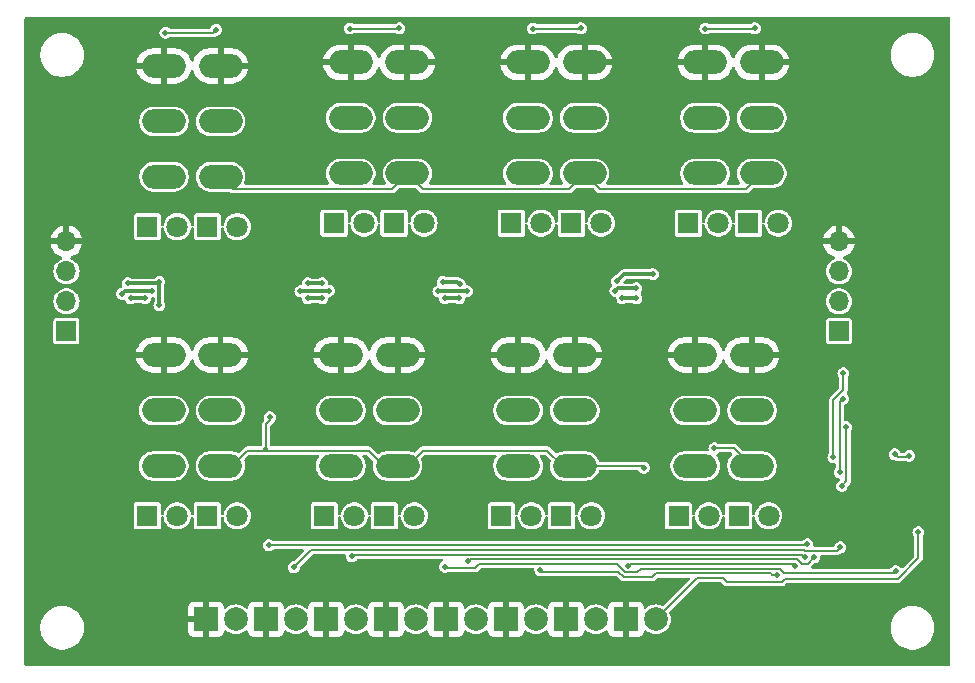
<source format=gbr>
%TF.GenerationSoftware,KiCad,Pcbnew,8.0.2*%
%TF.CreationDate,2025-01-24T00:11:38+01:00*%
%TF.ProjectId,INPUT_ADD_ON,494e5055-545f-4414-9444-5f4f4e2e6b69,rev?*%
%TF.SameCoordinates,Original*%
%TF.FileFunction,Copper,L2,Bot*%
%TF.FilePolarity,Positive*%
%FSLAX46Y46*%
G04 Gerber Fmt 4.6, Leading zero omitted, Abs format (unit mm)*
G04 Created by KiCad (PCBNEW 8.0.2) date 2025-01-24 00:11:38*
%MOMM*%
%LPD*%
G01*
G04 APERTURE LIST*
%TA.AperFunction,ComponentPad*%
%ADD10R,1.700000X1.700000*%
%TD*%
%TA.AperFunction,ComponentPad*%
%ADD11O,1.700000X1.700000*%
%TD*%
%TA.AperFunction,ComponentPad*%
%ADD12C,2.000000*%
%TD*%
%TA.AperFunction,ComponentPad*%
%ADD13R,2.000000X2.000000*%
%TD*%
%TA.AperFunction,ComponentPad*%
%ADD14O,3.700000X2.000000*%
%TD*%
%TA.AperFunction,ComponentPad*%
%ADD15C,1.800000*%
%TD*%
%TA.AperFunction,ComponentPad*%
%ADD16R,1.800000X1.800000*%
%TD*%
%TA.AperFunction,ViaPad*%
%ADD17C,0.500000*%
%TD*%
%TA.AperFunction,Conductor*%
%ADD18C,0.200000*%
%TD*%
%TA.AperFunction,Conductor*%
%ADD19C,0.300000*%
%TD*%
G04 APERTURE END LIST*
D10*
%TO.P,J102,1,Pin_1*%
%TO.N,/SCL*%
X94361000Y-96901000D03*
D11*
%TO.P,J102,2,Pin_2*%
%TO.N,/SDA*%
X94361000Y-94361000D03*
%TO.P,J102,3,Pin_3*%
%TO.N,+5V*%
X94361000Y-91821000D03*
%TO.P,J102,4,Pin_4*%
%TO.N,GND*%
X94361000Y-89281000D03*
%TD*%
D10*
%TO.P,J101,1,Pin_1*%
%TO.N,/SCL*%
X159766000Y-96901000D03*
D11*
%TO.P,J101,2,Pin_2*%
%TO.N,/SDA*%
X159766000Y-94361000D03*
%TO.P,J101,3,Pin_3*%
%TO.N,+5V*%
X159766000Y-91821000D03*
%TO.P,J101,4,Pin_4*%
%TO.N,GND*%
X159766000Y-89281000D03*
%TD*%
D12*
%TO.P,J901,2,Pin_2*%
%TO.N,/P7*%
X108712000Y-121285000D03*
D13*
%TO.P,J901,1,Pin_1*%
%TO.N,GND*%
X106172000Y-121285000D03*
%TD*%
%TO.P,J801,1,Pin_1*%
%TO.N,GND*%
X141732000Y-121285000D03*
D12*
%TO.P,J801,2,Pin_2*%
%TO.N,/P6*%
X144272000Y-121285000D03*
%TD*%
D13*
%TO.P,J701,1,Pin_1*%
%TO.N,GND*%
X131572000Y-121285000D03*
D12*
%TO.P,J701,2,Pin_2*%
%TO.N,/P5*%
X134112000Y-121285000D03*
%TD*%
D13*
%TO.P,J601,1,Pin_1*%
%TO.N,GND*%
X121412000Y-121285000D03*
D12*
%TO.P,J601,2,Pin_2*%
%TO.N,/P4*%
X123952000Y-121285000D03*
%TD*%
D13*
%TO.P,J501,1,Pin_1*%
%TO.N,GND*%
X111252000Y-121285000D03*
D12*
%TO.P,J501,2,Pin_2*%
%TO.N,/P3*%
X113792000Y-121285000D03*
%TD*%
D13*
%TO.P,J401,1,Pin_1*%
%TO.N,GND*%
X136652000Y-121285000D03*
D12*
%TO.P,J401,2,Pin_2*%
%TO.N,/P2*%
X139192000Y-121285000D03*
%TD*%
D13*
%TO.P,J301,1,Pin_1*%
%TO.N,GND*%
X126492000Y-121285000D03*
D12*
%TO.P,J301,2,Pin_2*%
%TO.N,/P1*%
X129032000Y-121285000D03*
%TD*%
D13*
%TO.P,J201,1,Pin_1*%
%TO.N,GND*%
X116332000Y-121285000D03*
D12*
%TO.P,J201,2,Pin_2*%
%TO.N,/P0*%
X118872000Y-121285000D03*
%TD*%
D14*
%TO.P,SW901,6,C*%
%TO.N,GND*%
X107416000Y-74420000D03*
%TO.P,SW901,5,B*%
%TO.N,Net-(D901-K)*%
X107416000Y-79120000D03*
%TO.P,SW901,4,A*%
%TO.N,+5V*%
X107416000Y-83820000D03*
%TO.P,SW901,3,C*%
%TO.N,GND*%
X102616000Y-74420000D03*
%TO.P,SW901,2,B*%
%TO.N,/P7*%
X102616000Y-79120000D03*
%TO.P,SW901,1,A*%
%TO.N,unconnected-(SW901A-A-Pad1)*%
X102616000Y-83820000D03*
%TD*%
%TO.P,SW801,1,A*%
%TO.N,unconnected-(SW801A-A-Pad1)*%
X147600000Y-108300000D03*
%TO.P,SW801,2,B*%
%TO.N,/P6*%
X147600000Y-103600000D03*
%TO.P,SW801,3,C*%
%TO.N,GND*%
X147600000Y-98900000D03*
%TO.P,SW801,4,A*%
%TO.N,+5V*%
X152400000Y-108300000D03*
%TO.P,SW801,5,B*%
%TO.N,Net-(D801-K)*%
X152400000Y-103600000D03*
%TO.P,SW801,6,C*%
%TO.N,GND*%
X152400000Y-98900000D03*
%TD*%
%TO.P,SW701,1,A*%
%TO.N,unconnected-(SW701A-A-Pad1)*%
X132600000Y-108300000D03*
%TO.P,SW701,2,B*%
%TO.N,/P5*%
X132600000Y-103600000D03*
%TO.P,SW701,3,C*%
%TO.N,GND*%
X132600000Y-98900000D03*
%TO.P,SW701,4,A*%
%TO.N,+5V*%
X137400000Y-108300000D03*
%TO.P,SW701,5,B*%
%TO.N,Net-(D701-K)*%
X137400000Y-103600000D03*
%TO.P,SW701,6,C*%
%TO.N,GND*%
X137400000Y-98900000D03*
%TD*%
%TO.P,SW601,1,A*%
%TO.N,unconnected-(SW601A-A-Pad1)*%
X117600000Y-108300000D03*
%TO.P,SW601,2,B*%
%TO.N,/P4*%
X117600000Y-103600000D03*
%TO.P,SW601,3,C*%
%TO.N,GND*%
X117600000Y-98900000D03*
%TO.P,SW601,4,A*%
%TO.N,+5V*%
X122400000Y-108300000D03*
%TO.P,SW601,5,B*%
%TO.N,Net-(D601-K)*%
X122400000Y-103600000D03*
%TO.P,SW601,6,C*%
%TO.N,GND*%
X122400000Y-98900000D03*
%TD*%
%TO.P,SW501,1,A*%
%TO.N,unconnected-(SW501A-A-Pad1)*%
X102600000Y-108300000D03*
%TO.P,SW501,2,B*%
%TO.N,/P3*%
X102600000Y-103600000D03*
%TO.P,SW501,3,C*%
%TO.N,GND*%
X102600000Y-98900000D03*
%TO.P,SW501,4,A*%
%TO.N,+5V*%
X107400000Y-108300000D03*
%TO.P,SW501,5,B*%
%TO.N,Net-(D501-K)*%
X107400000Y-103600000D03*
%TO.P,SW501,6,C*%
%TO.N,GND*%
X107400000Y-98900000D03*
%TD*%
%TO.P,SW401,1,A*%
%TO.N,unconnected-(SW401A-A-Pad1)*%
X148428000Y-83532000D03*
%TO.P,SW401,2,B*%
%TO.N,/P2*%
X148428000Y-78832000D03*
%TO.P,SW401,3,C*%
%TO.N,GND*%
X148428000Y-74132000D03*
%TO.P,SW401,4,A*%
%TO.N,+5V*%
X153228000Y-83532000D03*
%TO.P,SW401,5,B*%
%TO.N,Net-(D401-K)*%
X153228000Y-78832000D03*
%TO.P,SW401,6,C*%
%TO.N,GND*%
X153228000Y-74132000D03*
%TD*%
%TO.P,SW301,1,A*%
%TO.N,unconnected-(SW301A-A-Pad1)*%
X133428000Y-83532000D03*
%TO.P,SW301,2,B*%
%TO.N,/P1*%
X133428000Y-78832000D03*
%TO.P,SW301,3,C*%
%TO.N,GND*%
X133428000Y-74132000D03*
%TO.P,SW301,4,A*%
%TO.N,+5V*%
X138228000Y-83532000D03*
%TO.P,SW301,5,B*%
%TO.N,Net-(D301-K)*%
X138228000Y-78832000D03*
%TO.P,SW301,6,C*%
%TO.N,GND*%
X138228000Y-74132000D03*
%TD*%
%TO.P,SW201,1,A*%
%TO.N,unconnected-(SW201A-A-Pad1)*%
X118428000Y-83532000D03*
%TO.P,SW201,2,B*%
%TO.N,/P0*%
X118428000Y-78832000D03*
%TO.P,SW201,3,C*%
%TO.N,GND*%
X118428000Y-74132000D03*
%TO.P,SW201,4,A*%
%TO.N,+5V*%
X123228000Y-83532000D03*
%TO.P,SW201,5,B*%
%TO.N,Net-(D201-K)*%
X123228000Y-78832000D03*
%TO.P,SW201,6,C*%
%TO.N,GND*%
X123228000Y-74132000D03*
%TD*%
D15*
%TO.P,D902,2,A*%
%TO.N,Net-(D901-K)*%
X103746000Y-88037000D03*
D16*
%TO.P,D902,1,K*%
%TO.N,Net-(D902-K)*%
X101206000Y-88037000D03*
%TD*%
D15*
%TO.P,D901,2,A*%
%TO.N,Net-(D901-A)*%
X108826000Y-88039000D03*
D16*
%TO.P,D901,1,K*%
%TO.N,Net-(D901-K)*%
X106286000Y-88039000D03*
%TD*%
%TO.P,D802,1,K*%
%TO.N,Net-(D802-K)*%
X146190000Y-112517000D03*
D15*
%TO.P,D802,2,A*%
%TO.N,Net-(D801-K)*%
X148730000Y-112517000D03*
%TD*%
D16*
%TO.P,D801,1,K*%
%TO.N,Net-(D801-K)*%
X151270000Y-112519000D03*
D15*
%TO.P,D801,2,A*%
%TO.N,Net-(D801-A)*%
X153810000Y-112519000D03*
%TD*%
D16*
%TO.P,D702,1,K*%
%TO.N,Net-(D702-K)*%
X131190000Y-112517000D03*
D15*
%TO.P,D702,2,A*%
%TO.N,Net-(D701-K)*%
X133730000Y-112517000D03*
%TD*%
D16*
%TO.P,D701,1,K*%
%TO.N,Net-(D701-K)*%
X136270000Y-112519000D03*
D15*
%TO.P,D701,2,A*%
%TO.N,Net-(D701-A)*%
X138810000Y-112519000D03*
%TD*%
D16*
%TO.P,D602,1,K*%
%TO.N,Net-(D602-K)*%
X116190000Y-112517000D03*
D15*
%TO.P,D602,2,A*%
%TO.N,Net-(D601-K)*%
X118730000Y-112517000D03*
%TD*%
D16*
%TO.P,D601,1,K*%
%TO.N,Net-(D601-K)*%
X121270000Y-112519000D03*
D15*
%TO.P,D601,2,A*%
%TO.N,Net-(D601-A)*%
X123810000Y-112519000D03*
%TD*%
D16*
%TO.P,D502,1,K*%
%TO.N,Net-(D502-K)*%
X101190000Y-112517000D03*
D15*
%TO.P,D502,2,A*%
%TO.N,Net-(D501-K)*%
X103730000Y-112517000D03*
%TD*%
D16*
%TO.P,D501,1,K*%
%TO.N,Net-(D501-K)*%
X106270000Y-112519000D03*
D15*
%TO.P,D501,2,A*%
%TO.N,Net-(D501-A)*%
X108810000Y-112519000D03*
%TD*%
D16*
%TO.P,D402,1,K*%
%TO.N,Net-(D402-K)*%
X147018000Y-87749000D03*
D15*
%TO.P,D402,2,A*%
%TO.N,Net-(D401-K)*%
X149558000Y-87749000D03*
%TD*%
D16*
%TO.P,D401,1,K*%
%TO.N,Net-(D401-K)*%
X152098000Y-87751000D03*
D15*
%TO.P,D401,2,A*%
%TO.N,Net-(D401-A)*%
X154638000Y-87751000D03*
%TD*%
D16*
%TO.P,D302,1,K*%
%TO.N,Net-(D302-K)*%
X132018000Y-87749000D03*
D15*
%TO.P,D302,2,A*%
%TO.N,Net-(D301-K)*%
X134558000Y-87749000D03*
%TD*%
D16*
%TO.P,D301,1,K*%
%TO.N,Net-(D301-K)*%
X137098000Y-87751000D03*
D15*
%TO.P,D301,2,A*%
%TO.N,Net-(D301-A)*%
X139638000Y-87751000D03*
%TD*%
D16*
%TO.P,D202,1,K*%
%TO.N,Net-(D202-K)*%
X117018000Y-87749000D03*
D15*
%TO.P,D202,2,A*%
%TO.N,Net-(D201-K)*%
X119558000Y-87749000D03*
%TD*%
D16*
%TO.P,D201,1,K*%
%TO.N,Net-(D201-K)*%
X122098000Y-87751000D03*
D15*
%TO.P,D201,2,A*%
%TO.N,Net-(D201-A)*%
X124638000Y-87751000D03*
%TD*%
D17*
%TO.N,GND*%
X92329000Y-85217000D03*
X94488000Y-112903000D03*
X92837000Y-100711000D03*
X110617000Y-117856000D03*
X132461000Y-117983000D03*
X137541000Y-118745000D03*
X168402000Y-118110000D03*
X162814000Y-112649000D03*
X161544000Y-118872000D03*
X154051000Y-119634000D03*
X148590000Y-118745000D03*
X140081000Y-110109000D03*
X132715000Y-110744000D03*
X134366000Y-114046000D03*
X129540000Y-108458000D03*
X132842000Y-105664000D03*
X138176000Y-101219000D03*
X140843000Y-101473000D03*
X143002000Y-98806000D03*
X148463000Y-101346000D03*
X152908000Y-101473000D03*
X155702000Y-101854000D03*
X154178000Y-96393000D03*
X156210000Y-105283000D03*
X156464000Y-102743000D03*
X156464000Y-100457000D03*
X162687000Y-89916000D03*
X166751000Y-94361000D03*
X167767000Y-99568000D03*
X167894000Y-85979000D03*
X160147000Y-85979000D03*
X166878000Y-78867000D03*
X160020000Y-76581000D03*
X156972000Y-73152000D03*
X145288000Y-79629000D03*
X149098000Y-81026000D03*
X145288000Y-83439000D03*
X142113000Y-83820000D03*
X130683000Y-76454000D03*
X138684000Y-76581000D03*
X137033000Y-81407000D03*
X134366000Y-81280000D03*
X114554000Y-81407000D03*
X122555000Y-81280000D03*
X118872000Y-81280000D03*
X130048000Y-83820000D03*
X127508000Y-82677000D03*
X98425000Y-76835000D03*
X99314000Y-91059000D03*
X97790000Y-93218000D03*
X96520000Y-95631000D03*
X99568000Y-96266000D03*
X99060000Y-103505000D03*
X103759000Y-122809000D03*
X103505000Y-118618000D03*
X101092000Y-115189000D03*
X96774000Y-111506000D03*
X117475000Y-101473000D03*
X122555000Y-101727000D03*
X118745000Y-106045000D03*
X116332000Y-105410000D03*
X113538000Y-106045000D03*
X113157000Y-102870000D03*
X114681000Y-100711000D03*
X110998000Y-98171000D03*
X114554000Y-97409000D03*
X113538000Y-94742000D03*
X107696000Y-94869000D03*
X103632000Y-94742000D03*
X101600000Y-91694000D03*
X104902000Y-90043000D03*
X112903000Y-90678000D03*
X109347000Y-91821000D03*
X103505000Y-91948000D03*
X112903000Y-87757000D03*
X115316000Y-90424000D03*
X113919000Y-91948000D03*
X127508000Y-90043000D03*
X123190000Y-89789000D03*
X119761000Y-89789000D03*
X116840000Y-91821000D03*
X120142000Y-92075000D03*
X124968000Y-91948000D03*
X134493000Y-92329000D03*
X135763000Y-90043000D03*
X141986000Y-90297000D03*
X130302000Y-90551000D03*
X129413000Y-92202000D03*
X139827000Y-92202000D03*
X147066000Y-89789000D03*
X150114000Y-89535000D03*
X157099000Y-90551000D03*
X143891000Y-91059000D03*
X145669000Y-91440000D03*
X151003000Y-91440000D03*
X155067000Y-91313000D03*
X160909000Y-98679000D03*
X157607000Y-96393000D03*
X149860000Y-94107000D03*
X155067000Y-94107000D03*
X143637000Y-94615000D03*
X140462000Y-96647000D03*
X140843000Y-106934000D03*
X143002000Y-106172000D03*
X144907000Y-108077000D03*
X145923000Y-105918000D03*
X155067000Y-107061000D03*
X96901000Y-86868000D03*
X98044000Y-85598000D03*
X112903000Y-85979000D03*
X114808000Y-85598000D03*
X146177000Y-85979000D03*
X144780000Y-85598000D03*
X166370000Y-104775000D03*
X166370000Y-106807000D03*
X159893000Y-116459000D03*
X162560000Y-116459000D03*
%TO.N,+5V*%
X102235000Y-94707000D03*
%TO.N,GND*%
X98933000Y-110363000D03*
X114046000Y-110236000D03*
X128905000Y-110236000D03*
X143764000Y-110109000D03*
X131318000Y-85979000D03*
X133477000Y-85979000D03*
%TO.N,+5V*%
X144018000Y-92061000D03*
X140961020Y-92666123D03*
X116000000Y-92837000D03*
X114800000Y-92837000D03*
X127651527Y-92907000D03*
X126238000Y-92710000D03*
X102235000Y-92710000D03*
X99568000Y-92837000D03*
X111590359Y-104182641D03*
X152654000Y-71247000D03*
X148463000Y-71269000D03*
X137922000Y-71247000D03*
X133858000Y-71269000D03*
X122555000Y-71247000D03*
X118364000Y-71269000D03*
X107061000Y-71374000D03*
X102743000Y-71628000D03*
X143256000Y-108458000D03*
X149225000Y-106807000D03*
X165735000Y-107442000D03*
X164500000Y-107315000D03*
%TO.N,Net-(JP103-B)*%
X160147000Y-100457000D03*
X159301000Y-107569000D03*
%TO.N,Net-(JP102-B)*%
X160147000Y-102616000D03*
X159851000Y-108839000D03*
%TO.N,Net-(JP101-B)*%
X160000000Y-110000000D03*
X160401000Y-105029000D03*
%TO.N,/SDA*%
X116586000Y-93472000D03*
X128270000Y-93507000D03*
X140843000Y-93472000D03*
X142619000Y-93258473D03*
X125857000Y-93507000D03*
X114173000Y-93507000D03*
%TO.N,/SCL*%
X141419000Y-94107000D03*
X127619000Y-94107000D03*
X142619000Y-94107000D03*
X126419000Y-94107000D03*
X116000000Y-94107000D03*
X114800000Y-94107000D03*
%TO.N,/SDA*%
X101600000Y-93472000D03*
X99060000Y-93726000D03*
%TO.N,/SCL*%
X101000000Y-94107000D03*
X99800000Y-94107000D03*
%TO.N,/P6*%
X166497000Y-113919000D03*
%TO.N,/P5*%
X134493000Y-117150000D03*
X154534591Y-117550000D03*
%TO.N,/P4*%
X164592000Y-117221000D03*
X126419000Y-116840000D03*
%TO.N,/P2*%
X141919000Y-116750000D03*
X156054212Y-116784826D03*
%TO.N,/P1*%
X128362735Y-116384265D03*
X157664306Y-116035000D03*
%TO.N,/P0*%
X118526000Y-115950000D03*
X156859908Y-116034885D03*
%TO.N,/P3*%
X159893000Y-115189000D03*
X113621735Y-116883265D03*
%TO.N,/P7*%
X111500000Y-115000000D03*
X157099000Y-114935000D03*
%TD*%
D18*
%TO.N,+5V*%
X165608000Y-107569000D02*
X165735000Y-107442000D01*
X164754000Y-107569000D02*
X165608000Y-107569000D01*
X164500000Y-107315000D02*
X164754000Y-107569000D01*
D19*
X102235000Y-92710000D02*
X102235000Y-94707000D01*
X141566143Y-92061000D02*
X144018000Y-92061000D01*
X140961020Y-92666123D02*
X141566143Y-92061000D01*
X127454527Y-92710000D02*
X127651527Y-92907000D01*
X126238000Y-92710000D02*
X127454527Y-92710000D01*
X114800000Y-92837000D02*
X116000000Y-92837000D01*
X99568000Y-92837000D02*
X102108000Y-92837000D01*
X102108000Y-92837000D02*
X102235000Y-92710000D01*
D18*
X111191000Y-106807000D02*
X110998000Y-107000000D01*
X111252000Y-106807000D02*
X111191000Y-106807000D01*
X110998000Y-107000000D02*
X109662000Y-107000000D01*
X111252000Y-107000000D02*
X110998000Y-107000000D01*
X111506000Y-107000000D02*
X111445000Y-107000000D01*
X111252000Y-106807000D02*
X111252000Y-107000000D01*
X111445000Y-107000000D02*
X111252000Y-106807000D01*
X111252000Y-104775000D02*
X111252000Y-106807000D01*
X111506000Y-107000000D02*
X111252000Y-107000000D01*
X119954000Y-107000000D02*
X111506000Y-107000000D01*
X111590359Y-104436641D02*
X111252000Y-104775000D01*
X111590359Y-104182641D02*
X111590359Y-104436641D01*
X108428000Y-84832000D02*
X107416000Y-83820000D01*
X121928000Y-84832000D02*
X108428000Y-84832000D01*
X123228000Y-83532000D02*
X121928000Y-84832000D01*
X124528000Y-84832000D02*
X123228000Y-83532000D01*
X136928000Y-84832000D02*
X124528000Y-84832000D01*
X138228000Y-83532000D02*
X136928000Y-84832000D01*
X139528000Y-84832000D02*
X138228000Y-83532000D01*
X151928000Y-84832000D02*
X139528000Y-84832000D01*
X153228000Y-83532000D02*
X151928000Y-84832000D01*
X152632000Y-71269000D02*
X152654000Y-71247000D01*
X148463000Y-71269000D02*
X152632000Y-71269000D01*
X137900000Y-71269000D02*
X137922000Y-71247000D01*
X133858000Y-71269000D02*
X137900000Y-71269000D01*
X122533000Y-71269000D02*
X122555000Y-71247000D01*
X118364000Y-71269000D02*
X122533000Y-71269000D01*
X106807000Y-71628000D02*
X107061000Y-71374000D01*
X102743000Y-71628000D02*
X106807000Y-71628000D01*
X123221000Y-108300000D02*
X122400000Y-108300000D01*
X135067000Y-107000000D02*
X124521000Y-107000000D01*
X124521000Y-107000000D02*
X123221000Y-108300000D01*
X136367000Y-108300000D02*
X135067000Y-107000000D01*
X137400000Y-108300000D02*
X136367000Y-108300000D01*
X109662000Y-107000000D02*
X108204000Y-108458000D01*
X122400000Y-108300000D02*
X121254000Y-108300000D01*
X121254000Y-108300000D02*
X119954000Y-107000000D01*
X143098000Y-108300000D02*
X137400000Y-108300000D01*
X143256000Y-108458000D02*
X143098000Y-108300000D01*
X150907000Y-106807000D02*
X149225000Y-106807000D01*
X152400000Y-108300000D02*
X150907000Y-106807000D01*
%TO.N,Net-(JP103-B)*%
X160147000Y-101838182D02*
X160147000Y-100457000D01*
X159301000Y-102684182D02*
X160147000Y-101838182D01*
X159301000Y-107569000D02*
X159301000Y-102684182D01*
%TO.N,Net-(JP102-B)*%
X159851000Y-108839000D02*
X159851000Y-102912000D01*
X159851000Y-102912000D02*
X160147000Y-102616000D01*
%TO.N,Net-(JP101-B)*%
X160000000Y-110000000D02*
X160401000Y-109599000D01*
X160401000Y-109599000D02*
X160401000Y-105029000D01*
D19*
%TO.N,/SDA*%
X114208000Y-93472000D02*
X114173000Y-93507000D01*
X128270000Y-93507000D02*
X125857000Y-93507000D01*
X141056527Y-93258473D02*
X140843000Y-93472000D01*
X116586000Y-93472000D02*
X114208000Y-93472000D01*
X142619000Y-93258473D02*
X141056527Y-93258473D01*
%TO.N,/SCL*%
X141419000Y-94107000D02*
X142619000Y-94107000D01*
X126419000Y-94107000D02*
X127619000Y-94107000D01*
X114800000Y-94107000D02*
X116000000Y-94107000D01*
%TO.N,/SDA*%
X99314000Y-93472000D02*
X101600000Y-93472000D01*
X99060000Y-93726000D02*
X99314000Y-93472000D01*
%TO.N,/SCL*%
X99800000Y-94107000D02*
X101000000Y-94107000D01*
D18*
%TO.N,/P6*%
X164734818Y-117856000D02*
X166497000Y-116093818D01*
X166497000Y-116093818D02*
X166497000Y-113919000D01*
X155194000Y-117856000D02*
X164734818Y-117856000D01*
X149987000Y-117800000D02*
X150287000Y-118100000D01*
X147757000Y-117800000D02*
X149987000Y-117800000D01*
X150287000Y-118100000D02*
X154950000Y-118100000D01*
X154950000Y-118100000D02*
X155194000Y-117856000D01*
X144272000Y-121285000D02*
X147757000Y-117800000D01*
%TO.N,/P5*%
X134589252Y-117246252D02*
X134493000Y-117150000D01*
X141525496Y-117700000D02*
X141071749Y-117246252D01*
X143972000Y-117700000D02*
X141525496Y-117700000D01*
X154534591Y-117550000D02*
X154126000Y-117550000D01*
X154126000Y-117550000D02*
X153976000Y-117400000D01*
X141071749Y-117246252D02*
X134589252Y-117246252D01*
X153976000Y-117400000D02*
X144272000Y-117400000D01*
X144272000Y-117400000D02*
X143972000Y-117700000D01*
%TO.N,/P4*%
X128951735Y-116934265D02*
X126513265Y-116934265D01*
X129286000Y-116600000D02*
X128951735Y-116934265D01*
X140970000Y-116600000D02*
X129286000Y-116600000D01*
X141202818Y-116832818D02*
X140970000Y-116600000D01*
X141224000Y-116832818D02*
X141202818Y-116832818D01*
X143002000Y-117000000D02*
X142702000Y-117300000D01*
X154813000Y-117000000D02*
X143002000Y-117000000D01*
X126513265Y-116934265D02*
X126419000Y-116840000D01*
X142702000Y-117300000D02*
X141691182Y-117300000D01*
X155147826Y-117334826D02*
X154813000Y-117000000D01*
X164592000Y-117221000D02*
X164478174Y-117334826D01*
X164478174Y-117334826D02*
X155147826Y-117334826D01*
X141691182Y-117300000D02*
X141224000Y-116832818D01*
%TO.N,/P2*%
X142069000Y-116600000D02*
X141919000Y-116750000D01*
X155869386Y-116600000D02*
X142069000Y-116600000D01*
X156054212Y-116784826D02*
X155869386Y-116600000D01*
%TO.N,/P1*%
X128547000Y-116200000D02*
X128362735Y-116384265D01*
X152908000Y-116200000D02*
X140081000Y-116200000D01*
X156247205Y-116200000D02*
X152908000Y-116200000D01*
X156309908Y-116262703D02*
X156247205Y-116200000D01*
X156632090Y-116584885D02*
X156309908Y-116262703D01*
X157114421Y-116584885D02*
X156632090Y-116584885D01*
X140081000Y-116200000D02*
X128547000Y-116200000D01*
X157664306Y-116035000D02*
X157114421Y-116584885D01*
%TO.N,/P0*%
X156625023Y-115800000D02*
X156859908Y-116034885D01*
X118676000Y-115800000D02*
X156625023Y-115800000D01*
X118526000Y-115950000D02*
X118676000Y-115800000D01*
%TO.N,/P3*%
X159597000Y-115485000D02*
X159893000Y-115189000D01*
X156786182Y-115400000D02*
X156871182Y-115485000D01*
X156871182Y-115485000D02*
X159597000Y-115485000D01*
X113621735Y-116883265D02*
X115105000Y-115400000D01*
X115105000Y-115400000D02*
X156786182Y-115400000D01*
%TO.N,/P7*%
X111500000Y-115000000D02*
X157034000Y-115000000D01*
X157034000Y-115000000D02*
X157099000Y-114935000D01*
%TD*%
%TA.AperFunction,Conductor*%
%TO.N,GND*%
G36*
X169142539Y-70320185D02*
G01*
X169188294Y-70372989D01*
X169199500Y-70424500D01*
X169199500Y-125075500D01*
X169179815Y-125142539D01*
X169127011Y-125188294D01*
X169075500Y-125199500D01*
X90924500Y-125199500D01*
X90857461Y-125179815D01*
X90811706Y-125127011D01*
X90800500Y-125075500D01*
X90800500Y-121878711D01*
X92149500Y-121878711D01*
X92149500Y-122121288D01*
X92181161Y-122361785D01*
X92243947Y-122596104D01*
X92298727Y-122728354D01*
X92336776Y-122820212D01*
X92458064Y-123030289D01*
X92458066Y-123030292D01*
X92458067Y-123030293D01*
X92605733Y-123222736D01*
X92605739Y-123222743D01*
X92777256Y-123394260D01*
X92777262Y-123394265D01*
X92969711Y-123541936D01*
X93179788Y-123663224D01*
X93403900Y-123756054D01*
X93638211Y-123818838D01*
X93818586Y-123842584D01*
X93878711Y-123850500D01*
X93878712Y-123850500D01*
X94121289Y-123850500D01*
X94169388Y-123844167D01*
X94361789Y-123818838D01*
X94596100Y-123756054D01*
X94820212Y-123663224D01*
X95030289Y-123541936D01*
X95222738Y-123394265D01*
X95394265Y-123222738D01*
X95541936Y-123030289D01*
X95663224Y-122820212D01*
X95756054Y-122596100D01*
X95818838Y-122361789D01*
X95850500Y-122121288D01*
X95850500Y-121878712D01*
X95818838Y-121638211D01*
X95756054Y-121403900D01*
X95663224Y-121179788D01*
X95541936Y-120969711D01*
X95454435Y-120855677D01*
X95394266Y-120777263D01*
X95394260Y-120777256D01*
X95222743Y-120605739D01*
X95222736Y-120605733D01*
X95030293Y-120458067D01*
X95030292Y-120458066D01*
X95030289Y-120458064D01*
X94834188Y-120344845D01*
X94820214Y-120336777D01*
X94820205Y-120336773D01*
X94596104Y-120243947D01*
X94570756Y-120237155D01*
X104672000Y-120237155D01*
X104672000Y-121035000D01*
X105623518Y-121035000D01*
X105612889Y-121053409D01*
X105572000Y-121206009D01*
X105572000Y-121363991D01*
X105612889Y-121516591D01*
X105623518Y-121535000D01*
X104672000Y-121535000D01*
X104672000Y-122332844D01*
X104678401Y-122392372D01*
X104678403Y-122392379D01*
X104728645Y-122527086D01*
X104728649Y-122527093D01*
X104814809Y-122642187D01*
X104814812Y-122642190D01*
X104929906Y-122728350D01*
X104929913Y-122728354D01*
X105064620Y-122778596D01*
X105064627Y-122778598D01*
X105124155Y-122784999D01*
X105124172Y-122785000D01*
X105922000Y-122785000D01*
X105922000Y-121833482D01*
X105940409Y-121844111D01*
X106093009Y-121885000D01*
X106250991Y-121885000D01*
X106403591Y-121844111D01*
X106422000Y-121833482D01*
X106422000Y-122785000D01*
X107219828Y-122785000D01*
X107219844Y-122784999D01*
X107279372Y-122778598D01*
X107279379Y-122778596D01*
X107414086Y-122728354D01*
X107414093Y-122728350D01*
X107529187Y-122642190D01*
X107529190Y-122642187D01*
X107615350Y-122527093D01*
X107615354Y-122527086D01*
X107665596Y-122392379D01*
X107665598Y-122392372D01*
X107671999Y-122332844D01*
X107672000Y-122332827D01*
X107672000Y-122312837D01*
X107691685Y-122245798D01*
X107744489Y-122200043D01*
X107813647Y-122190099D01*
X107877203Y-122219124D01*
X107883681Y-122225156D01*
X107905123Y-122246598D01*
X108084361Y-122372102D01*
X108282670Y-122464575D01*
X108494023Y-122521207D01*
X108676926Y-122537208D01*
X108711998Y-122540277D01*
X108712000Y-122540277D01*
X108712002Y-122540277D01*
X108740254Y-122537805D01*
X108929977Y-122521207D01*
X109141330Y-122464575D01*
X109339639Y-122372102D01*
X109518877Y-122246598D01*
X109540319Y-122225156D01*
X109601642Y-122191671D01*
X109671334Y-122196655D01*
X109727267Y-122238527D01*
X109751684Y-122303991D01*
X109752000Y-122312837D01*
X109752000Y-122332844D01*
X109758401Y-122392372D01*
X109758403Y-122392379D01*
X109808645Y-122527086D01*
X109808649Y-122527093D01*
X109894809Y-122642187D01*
X109894812Y-122642190D01*
X110009906Y-122728350D01*
X110009913Y-122728354D01*
X110144620Y-122778596D01*
X110144627Y-122778598D01*
X110204155Y-122784999D01*
X110204172Y-122785000D01*
X111002000Y-122785000D01*
X111002000Y-121833482D01*
X111020409Y-121844111D01*
X111173009Y-121885000D01*
X111330991Y-121885000D01*
X111483591Y-121844111D01*
X111502000Y-121833482D01*
X111502000Y-122785000D01*
X112299828Y-122785000D01*
X112299844Y-122784999D01*
X112359372Y-122778598D01*
X112359379Y-122778596D01*
X112494086Y-122728354D01*
X112494093Y-122728350D01*
X112609187Y-122642190D01*
X112609190Y-122642187D01*
X112695350Y-122527093D01*
X112695354Y-122527086D01*
X112745596Y-122392379D01*
X112745598Y-122392372D01*
X112751999Y-122332844D01*
X112752000Y-122332827D01*
X112752000Y-122312837D01*
X112771685Y-122245798D01*
X112824489Y-122200043D01*
X112893647Y-122190099D01*
X112957203Y-122219124D01*
X112963681Y-122225156D01*
X112985123Y-122246598D01*
X113164361Y-122372102D01*
X113362670Y-122464575D01*
X113574023Y-122521207D01*
X113756926Y-122537208D01*
X113791998Y-122540277D01*
X113792000Y-122540277D01*
X113792002Y-122540277D01*
X113820254Y-122537805D01*
X114009977Y-122521207D01*
X114221330Y-122464575D01*
X114419639Y-122372102D01*
X114598877Y-122246598D01*
X114620319Y-122225156D01*
X114681642Y-122191671D01*
X114751334Y-122196655D01*
X114807267Y-122238527D01*
X114831684Y-122303991D01*
X114832000Y-122312837D01*
X114832000Y-122332844D01*
X114838401Y-122392372D01*
X114838403Y-122392379D01*
X114888645Y-122527086D01*
X114888649Y-122527093D01*
X114974809Y-122642187D01*
X114974812Y-122642190D01*
X115089906Y-122728350D01*
X115089913Y-122728354D01*
X115224620Y-122778596D01*
X115224627Y-122778598D01*
X115284155Y-122784999D01*
X115284172Y-122785000D01*
X116082000Y-122785000D01*
X116082000Y-121833482D01*
X116100409Y-121844111D01*
X116253009Y-121885000D01*
X116410991Y-121885000D01*
X116563591Y-121844111D01*
X116582000Y-121833482D01*
X116582000Y-122785000D01*
X117379828Y-122785000D01*
X117379844Y-122784999D01*
X117439372Y-122778598D01*
X117439379Y-122778596D01*
X117574086Y-122728354D01*
X117574093Y-122728350D01*
X117689187Y-122642190D01*
X117689190Y-122642187D01*
X117775350Y-122527093D01*
X117775354Y-122527086D01*
X117825596Y-122392379D01*
X117825598Y-122392372D01*
X117831999Y-122332844D01*
X117832000Y-122332827D01*
X117832000Y-122312837D01*
X117851685Y-122245798D01*
X117904489Y-122200043D01*
X117973647Y-122190099D01*
X118037203Y-122219124D01*
X118043681Y-122225156D01*
X118065123Y-122246598D01*
X118244361Y-122372102D01*
X118442670Y-122464575D01*
X118654023Y-122521207D01*
X118836926Y-122537208D01*
X118871998Y-122540277D01*
X118872000Y-122540277D01*
X118872002Y-122540277D01*
X118900254Y-122537805D01*
X119089977Y-122521207D01*
X119301330Y-122464575D01*
X119499639Y-122372102D01*
X119678877Y-122246598D01*
X119700319Y-122225156D01*
X119761642Y-122191671D01*
X119831334Y-122196655D01*
X119887267Y-122238527D01*
X119911684Y-122303991D01*
X119912000Y-122312837D01*
X119912000Y-122332844D01*
X119918401Y-122392372D01*
X119918403Y-122392379D01*
X119968645Y-122527086D01*
X119968649Y-122527093D01*
X120054809Y-122642187D01*
X120054812Y-122642190D01*
X120169906Y-122728350D01*
X120169913Y-122728354D01*
X120304620Y-122778596D01*
X120304627Y-122778598D01*
X120364155Y-122784999D01*
X120364172Y-122785000D01*
X121162000Y-122785000D01*
X121162000Y-121833482D01*
X121180409Y-121844111D01*
X121333009Y-121885000D01*
X121490991Y-121885000D01*
X121643591Y-121844111D01*
X121662000Y-121833482D01*
X121662000Y-122785000D01*
X122459828Y-122785000D01*
X122459844Y-122784999D01*
X122519372Y-122778598D01*
X122519379Y-122778596D01*
X122654086Y-122728354D01*
X122654093Y-122728350D01*
X122769187Y-122642190D01*
X122769190Y-122642187D01*
X122855350Y-122527093D01*
X122855354Y-122527086D01*
X122905596Y-122392379D01*
X122905598Y-122392372D01*
X122911999Y-122332844D01*
X122912000Y-122332827D01*
X122912000Y-122312837D01*
X122931685Y-122245798D01*
X122984489Y-122200043D01*
X123053647Y-122190099D01*
X123117203Y-122219124D01*
X123123681Y-122225156D01*
X123145123Y-122246598D01*
X123324361Y-122372102D01*
X123522670Y-122464575D01*
X123734023Y-122521207D01*
X123916926Y-122537208D01*
X123951998Y-122540277D01*
X123952000Y-122540277D01*
X123952002Y-122540277D01*
X123980254Y-122537805D01*
X124169977Y-122521207D01*
X124381330Y-122464575D01*
X124579639Y-122372102D01*
X124758877Y-122246598D01*
X124780319Y-122225156D01*
X124841642Y-122191671D01*
X124911334Y-122196655D01*
X124967267Y-122238527D01*
X124991684Y-122303991D01*
X124992000Y-122312837D01*
X124992000Y-122332844D01*
X124998401Y-122392372D01*
X124998403Y-122392379D01*
X125048645Y-122527086D01*
X125048649Y-122527093D01*
X125134809Y-122642187D01*
X125134812Y-122642190D01*
X125249906Y-122728350D01*
X125249913Y-122728354D01*
X125384620Y-122778596D01*
X125384627Y-122778598D01*
X125444155Y-122784999D01*
X125444172Y-122785000D01*
X126242000Y-122785000D01*
X126242000Y-121833482D01*
X126260409Y-121844111D01*
X126413009Y-121885000D01*
X126570991Y-121885000D01*
X126723591Y-121844111D01*
X126742000Y-121833482D01*
X126742000Y-122785000D01*
X127539828Y-122785000D01*
X127539844Y-122784999D01*
X127599372Y-122778598D01*
X127599379Y-122778596D01*
X127734086Y-122728354D01*
X127734093Y-122728350D01*
X127849187Y-122642190D01*
X127849190Y-122642187D01*
X127935350Y-122527093D01*
X127935354Y-122527086D01*
X127985596Y-122392379D01*
X127985598Y-122392372D01*
X127991999Y-122332844D01*
X127992000Y-122332827D01*
X127992000Y-122312837D01*
X128011685Y-122245798D01*
X128064489Y-122200043D01*
X128133647Y-122190099D01*
X128197203Y-122219124D01*
X128203681Y-122225156D01*
X128225123Y-122246598D01*
X128404361Y-122372102D01*
X128602670Y-122464575D01*
X128814023Y-122521207D01*
X128996926Y-122537208D01*
X129031998Y-122540277D01*
X129032000Y-122540277D01*
X129032002Y-122540277D01*
X129060254Y-122537805D01*
X129249977Y-122521207D01*
X129461330Y-122464575D01*
X129659639Y-122372102D01*
X129838877Y-122246598D01*
X129860319Y-122225156D01*
X129921642Y-122191671D01*
X129991334Y-122196655D01*
X130047267Y-122238527D01*
X130071684Y-122303991D01*
X130072000Y-122312837D01*
X130072000Y-122332844D01*
X130078401Y-122392372D01*
X130078403Y-122392379D01*
X130128645Y-122527086D01*
X130128649Y-122527093D01*
X130214809Y-122642187D01*
X130214812Y-122642190D01*
X130329906Y-122728350D01*
X130329913Y-122728354D01*
X130464620Y-122778596D01*
X130464627Y-122778598D01*
X130524155Y-122784999D01*
X130524172Y-122785000D01*
X131322000Y-122785000D01*
X131322000Y-121833482D01*
X131340409Y-121844111D01*
X131493009Y-121885000D01*
X131650991Y-121885000D01*
X131803591Y-121844111D01*
X131822000Y-121833482D01*
X131822000Y-122785000D01*
X132619828Y-122785000D01*
X132619844Y-122784999D01*
X132679372Y-122778598D01*
X132679379Y-122778596D01*
X132814086Y-122728354D01*
X132814093Y-122728350D01*
X132929187Y-122642190D01*
X132929190Y-122642187D01*
X133015350Y-122527093D01*
X133015354Y-122527086D01*
X133065596Y-122392379D01*
X133065598Y-122392372D01*
X133071999Y-122332844D01*
X133072000Y-122332827D01*
X133072000Y-122312837D01*
X133091685Y-122245798D01*
X133144489Y-122200043D01*
X133213647Y-122190099D01*
X133277203Y-122219124D01*
X133283681Y-122225156D01*
X133305123Y-122246598D01*
X133484361Y-122372102D01*
X133682670Y-122464575D01*
X133894023Y-122521207D01*
X134076926Y-122537208D01*
X134111998Y-122540277D01*
X134112000Y-122540277D01*
X134112002Y-122540277D01*
X134140254Y-122537805D01*
X134329977Y-122521207D01*
X134541330Y-122464575D01*
X134739639Y-122372102D01*
X134918877Y-122246598D01*
X134940319Y-122225156D01*
X135001642Y-122191671D01*
X135071334Y-122196655D01*
X135127267Y-122238527D01*
X135151684Y-122303991D01*
X135152000Y-122312837D01*
X135152000Y-122332844D01*
X135158401Y-122392372D01*
X135158403Y-122392379D01*
X135208645Y-122527086D01*
X135208649Y-122527093D01*
X135294809Y-122642187D01*
X135294812Y-122642190D01*
X135409906Y-122728350D01*
X135409913Y-122728354D01*
X135544620Y-122778596D01*
X135544627Y-122778598D01*
X135604155Y-122784999D01*
X135604172Y-122785000D01*
X136402000Y-122785000D01*
X136402000Y-121833482D01*
X136420409Y-121844111D01*
X136573009Y-121885000D01*
X136730991Y-121885000D01*
X136883591Y-121844111D01*
X136902000Y-121833482D01*
X136902000Y-122785000D01*
X137699828Y-122785000D01*
X137699844Y-122784999D01*
X137759372Y-122778598D01*
X137759379Y-122778596D01*
X137894086Y-122728354D01*
X137894093Y-122728350D01*
X138009187Y-122642190D01*
X138009190Y-122642187D01*
X138095350Y-122527093D01*
X138095354Y-122527086D01*
X138145596Y-122392379D01*
X138145598Y-122392372D01*
X138151999Y-122332844D01*
X138152000Y-122332827D01*
X138152000Y-122312837D01*
X138171685Y-122245798D01*
X138224489Y-122200043D01*
X138293647Y-122190099D01*
X138357203Y-122219124D01*
X138363681Y-122225156D01*
X138385123Y-122246598D01*
X138564361Y-122372102D01*
X138762670Y-122464575D01*
X138974023Y-122521207D01*
X139156926Y-122537208D01*
X139191998Y-122540277D01*
X139192000Y-122540277D01*
X139192002Y-122540277D01*
X139220254Y-122537805D01*
X139409977Y-122521207D01*
X139621330Y-122464575D01*
X139819639Y-122372102D01*
X139998877Y-122246598D01*
X140020319Y-122225156D01*
X140081642Y-122191671D01*
X140151334Y-122196655D01*
X140207267Y-122238527D01*
X140231684Y-122303991D01*
X140232000Y-122312837D01*
X140232000Y-122332844D01*
X140238401Y-122392372D01*
X140238403Y-122392379D01*
X140288645Y-122527086D01*
X140288649Y-122527093D01*
X140374809Y-122642187D01*
X140374812Y-122642190D01*
X140489906Y-122728350D01*
X140489913Y-122728354D01*
X140624620Y-122778596D01*
X140624627Y-122778598D01*
X140684155Y-122784999D01*
X140684172Y-122785000D01*
X141482000Y-122785000D01*
X141482000Y-121833482D01*
X141500409Y-121844111D01*
X141653009Y-121885000D01*
X141810991Y-121885000D01*
X141963591Y-121844111D01*
X141982000Y-121833482D01*
X141982000Y-122785000D01*
X142779828Y-122785000D01*
X142779844Y-122784999D01*
X142839372Y-122778598D01*
X142839379Y-122778596D01*
X142974086Y-122728354D01*
X142974093Y-122728350D01*
X143089187Y-122642190D01*
X143089190Y-122642187D01*
X143175350Y-122527093D01*
X143175354Y-122527086D01*
X143225596Y-122392379D01*
X143225598Y-122392372D01*
X143231999Y-122332844D01*
X143232000Y-122332827D01*
X143232000Y-122312837D01*
X143251685Y-122245798D01*
X143304489Y-122200043D01*
X143373647Y-122190099D01*
X143437203Y-122219124D01*
X143443681Y-122225156D01*
X143465123Y-122246598D01*
X143644361Y-122372102D01*
X143842670Y-122464575D01*
X144054023Y-122521207D01*
X144236926Y-122537208D01*
X144271998Y-122540277D01*
X144272000Y-122540277D01*
X144272002Y-122540277D01*
X144300254Y-122537805D01*
X144489977Y-122521207D01*
X144701330Y-122464575D01*
X144899639Y-122372102D01*
X145078877Y-122246598D01*
X145233598Y-122091877D01*
X145359102Y-121912639D01*
X145374923Y-121878711D01*
X164149500Y-121878711D01*
X164149500Y-122121288D01*
X164181161Y-122361785D01*
X164243947Y-122596104D01*
X164298727Y-122728354D01*
X164336776Y-122820212D01*
X164458064Y-123030289D01*
X164458066Y-123030292D01*
X164458067Y-123030293D01*
X164605733Y-123222736D01*
X164605739Y-123222743D01*
X164777256Y-123394260D01*
X164777262Y-123394265D01*
X164969711Y-123541936D01*
X165179788Y-123663224D01*
X165403900Y-123756054D01*
X165638211Y-123818838D01*
X165818586Y-123842584D01*
X165878711Y-123850500D01*
X165878712Y-123850500D01*
X166121289Y-123850500D01*
X166169388Y-123844167D01*
X166361789Y-123818838D01*
X166596100Y-123756054D01*
X166820212Y-123663224D01*
X167030289Y-123541936D01*
X167222738Y-123394265D01*
X167394265Y-123222738D01*
X167541936Y-123030289D01*
X167663224Y-122820212D01*
X167756054Y-122596100D01*
X167818838Y-122361789D01*
X167850500Y-122121288D01*
X167850500Y-121878712D01*
X167818838Y-121638211D01*
X167756054Y-121403900D01*
X167663224Y-121179788D01*
X167541936Y-120969711D01*
X167454435Y-120855677D01*
X167394266Y-120777263D01*
X167394260Y-120777256D01*
X167222743Y-120605739D01*
X167222736Y-120605733D01*
X167030293Y-120458067D01*
X167030292Y-120458066D01*
X167030289Y-120458064D01*
X166834188Y-120344845D01*
X166820214Y-120336777D01*
X166820205Y-120336773D01*
X166596104Y-120243947D01*
X166478944Y-120212554D01*
X166361789Y-120181162D01*
X166361788Y-120181161D01*
X166361785Y-120181161D01*
X166121289Y-120149500D01*
X166121288Y-120149500D01*
X165878712Y-120149500D01*
X165878711Y-120149500D01*
X165638214Y-120181161D01*
X165403895Y-120243947D01*
X165179794Y-120336773D01*
X165179785Y-120336777D01*
X164969706Y-120458067D01*
X164777263Y-120605733D01*
X164777256Y-120605739D01*
X164605739Y-120777256D01*
X164605733Y-120777263D01*
X164458067Y-120969706D01*
X164336777Y-121179785D01*
X164336773Y-121179794D01*
X164243947Y-121403895D01*
X164181161Y-121638214D01*
X164149500Y-121878711D01*
X145374923Y-121878711D01*
X145451575Y-121714330D01*
X145508207Y-121502977D01*
X145527277Y-121285000D01*
X145508207Y-121067023D01*
X145451575Y-120855670D01*
X145407312Y-120760750D01*
X145396821Y-120691674D01*
X145425341Y-120627890D01*
X145432001Y-120620678D01*
X147865862Y-118186819D01*
X147927185Y-118153334D01*
X147953543Y-118150500D01*
X149790456Y-118150500D01*
X149857495Y-118170185D01*
X149878137Y-118186819D01*
X150071788Y-118380470D01*
X150151712Y-118426614D01*
X150240856Y-118450500D01*
X150240858Y-118450500D01*
X154996142Y-118450500D01*
X154996144Y-118450500D01*
X155085288Y-118426614D01*
X155165212Y-118380470D01*
X155302863Y-118242819D01*
X155364186Y-118209334D01*
X155390544Y-118206500D01*
X164780960Y-118206500D01*
X164780962Y-118206500D01*
X164870106Y-118182614D01*
X164950030Y-118136470D01*
X166777470Y-116309030D01*
X166823614Y-116229106D01*
X166847500Y-116139961D01*
X166847500Y-116047674D01*
X166847500Y-114325035D01*
X166867185Y-114257996D01*
X166877782Y-114243837D01*
X166922377Y-114192373D01*
X166982165Y-114061457D01*
X167002647Y-113919000D01*
X166982165Y-113776543D01*
X166922377Y-113645627D01*
X166828128Y-113536857D01*
X166707053Y-113459047D01*
X166707051Y-113459046D01*
X166707049Y-113459045D01*
X166707050Y-113459045D01*
X166568963Y-113418500D01*
X166568961Y-113418500D01*
X166425039Y-113418500D01*
X166425036Y-113418500D01*
X166286949Y-113459045D01*
X166165873Y-113536856D01*
X166071623Y-113645626D01*
X166071622Y-113645628D01*
X166011834Y-113776543D01*
X165991353Y-113919000D01*
X166011834Y-114061456D01*
X166071622Y-114192371D01*
X166071623Y-114192373D01*
X166116213Y-114243833D01*
X166145238Y-114307388D01*
X166146500Y-114325035D01*
X166146500Y-115897273D01*
X166126815Y-115964312D01*
X166110181Y-115984954D01*
X165171965Y-116923169D01*
X165110642Y-116956654D01*
X165040950Y-116951670D01*
X164990571Y-116916691D01*
X164961607Y-116883265D01*
X164923128Y-116838857D01*
X164802053Y-116761047D01*
X164802051Y-116761046D01*
X164802049Y-116761045D01*
X164802050Y-116761045D01*
X164663963Y-116720500D01*
X164663961Y-116720500D01*
X164520039Y-116720500D01*
X164520036Y-116720500D01*
X164381949Y-116761045D01*
X164260873Y-116838856D01*
X164260872Y-116838856D01*
X164260872Y-116838857D01*
X164187816Y-116923169D01*
X164171907Y-116941529D01*
X164113129Y-116979303D01*
X164078194Y-116984326D01*
X157510024Y-116984326D01*
X157442985Y-116964641D01*
X157397230Y-116911837D01*
X157387286Y-116842679D01*
X157416311Y-116779123D01*
X157422343Y-116772645D01*
X157623169Y-116571819D01*
X157684492Y-116538334D01*
X157710850Y-116535500D01*
X157736268Y-116535500D01*
X157736268Y-116535499D01*
X157853349Y-116501122D01*
X157874356Y-116494954D01*
X157874356Y-116494953D01*
X157874359Y-116494953D01*
X157995434Y-116417143D01*
X158089683Y-116308373D01*
X158149471Y-116177457D01*
X158169953Y-116035000D01*
X158161635Y-115977146D01*
X158171579Y-115907988D01*
X158217334Y-115855184D01*
X158284373Y-115835500D01*
X159643142Y-115835500D01*
X159643144Y-115835500D01*
X159732288Y-115811614D01*
X159739337Y-115807543D01*
X159739340Y-115807543D01*
X159739340Y-115807542D01*
X159812212Y-115765470D01*
X159851863Y-115725819D01*
X159913186Y-115692334D01*
X159939544Y-115689500D01*
X159964962Y-115689500D01*
X159964962Y-115689499D01*
X160103053Y-115648953D01*
X160224128Y-115571143D01*
X160318377Y-115462373D01*
X160378165Y-115331457D01*
X160398647Y-115189000D01*
X160378165Y-115046543D01*
X160318377Y-114915627D01*
X160224128Y-114806857D01*
X160103053Y-114729047D01*
X160103051Y-114729046D01*
X160103049Y-114729045D01*
X160103050Y-114729045D01*
X159964963Y-114688500D01*
X159964961Y-114688500D01*
X159821039Y-114688500D01*
X159821036Y-114688500D01*
X159682949Y-114729045D01*
X159561873Y-114806856D01*
X159467623Y-114915626D01*
X159467622Y-114915628D01*
X159404151Y-115054610D01*
X159402693Y-115053944D01*
X159370379Y-115104219D01*
X159306821Y-115133239D01*
X159289183Y-115134500D01*
X157719067Y-115134500D01*
X157652028Y-115114815D01*
X157606273Y-115062011D01*
X157596329Y-114992853D01*
X157604647Y-114935000D01*
X157584165Y-114792543D01*
X157524377Y-114661627D01*
X157430128Y-114552857D01*
X157309053Y-114475047D01*
X157309051Y-114475046D01*
X157309049Y-114475045D01*
X157309050Y-114475045D01*
X157170963Y-114434500D01*
X157170961Y-114434500D01*
X157027039Y-114434500D01*
X157027036Y-114434500D01*
X156888949Y-114475045D01*
X156767873Y-114552856D01*
X156721215Y-114606703D01*
X156662437Y-114644477D01*
X156627502Y-114649500D01*
X111913895Y-114649500D01*
X111846856Y-114629815D01*
X111832688Y-114619210D01*
X111831132Y-114617862D01*
X111831128Y-114617857D01*
X111710053Y-114540047D01*
X111710051Y-114540046D01*
X111710049Y-114540045D01*
X111710050Y-114540045D01*
X111571963Y-114499500D01*
X111571961Y-114499500D01*
X111428039Y-114499500D01*
X111428036Y-114499500D01*
X111289949Y-114540045D01*
X111168873Y-114617856D01*
X111074623Y-114726626D01*
X111074622Y-114726628D01*
X111014834Y-114857543D01*
X110994353Y-115000000D01*
X111014834Y-115142456D01*
X111074622Y-115273371D01*
X111074623Y-115273373D01*
X111168872Y-115382143D01*
X111289947Y-115459953D01*
X111289950Y-115459954D01*
X111289949Y-115459954D01*
X111428036Y-115500499D01*
X111428038Y-115500500D01*
X111428039Y-115500500D01*
X111571962Y-115500500D01*
X111571962Y-115500499D01*
X111710053Y-115459953D01*
X111831128Y-115382143D01*
X111831136Y-115382133D01*
X111832688Y-115380790D01*
X111834572Y-115379929D01*
X111838589Y-115377348D01*
X111838960Y-115377925D01*
X111896243Y-115351763D01*
X111913895Y-115350500D01*
X114359456Y-115350500D01*
X114426495Y-115370185D01*
X114472250Y-115422989D01*
X114482194Y-115492147D01*
X114453169Y-115555703D01*
X114447137Y-115562181D01*
X113662872Y-116346446D01*
X113601549Y-116379931D01*
X113575191Y-116382765D01*
X113549771Y-116382765D01*
X113411684Y-116423310D01*
X113290608Y-116501121D01*
X113196358Y-116609891D01*
X113196357Y-116609893D01*
X113136569Y-116740808D01*
X113116088Y-116883265D01*
X113136569Y-117025721D01*
X113176598Y-117113371D01*
X113196358Y-117156638D01*
X113290607Y-117265408D01*
X113411682Y-117343218D01*
X113411685Y-117343219D01*
X113411684Y-117343219D01*
X113549771Y-117383764D01*
X113549773Y-117383765D01*
X113549774Y-117383765D01*
X113693697Y-117383765D01*
X113693697Y-117383764D01*
X113831788Y-117343218D01*
X113952863Y-117265408D01*
X114047112Y-117156638D01*
X114106900Y-117025722D01*
X114123182Y-116912473D01*
X114152205Y-116848921D01*
X114158224Y-116842456D01*
X115213863Y-115786819D01*
X115275186Y-115753334D01*
X115301544Y-115750500D01*
X117905933Y-115750500D01*
X117972972Y-115770185D01*
X118018727Y-115822989D01*
X118028671Y-115892147D01*
X118020353Y-115950000D01*
X118040834Y-116092456D01*
X118097216Y-116215913D01*
X118100623Y-116223373D01*
X118194872Y-116332143D01*
X118315947Y-116409953D01*
X118315950Y-116409954D01*
X118315949Y-116409954D01*
X118454036Y-116450499D01*
X118454038Y-116450500D01*
X118454039Y-116450500D01*
X118597962Y-116450500D01*
X118597962Y-116450499D01*
X118736053Y-116409953D01*
X118857128Y-116332143D01*
X118951377Y-116223373D01*
X118951553Y-116222986D01*
X118951831Y-116222665D01*
X118956171Y-116215913D01*
X118957142Y-116216537D01*
X118997309Y-116170184D01*
X119064347Y-116150500D01*
X126143824Y-116150500D01*
X126210863Y-116170185D01*
X126256618Y-116222989D01*
X126266562Y-116292147D01*
X126237537Y-116355703D01*
X126210863Y-116378816D01*
X126208947Y-116380046D01*
X126208947Y-116380047D01*
X126202384Y-116384265D01*
X126087873Y-116457856D01*
X125993623Y-116566626D01*
X125993622Y-116566628D01*
X125933834Y-116697543D01*
X125913353Y-116840000D01*
X125933834Y-116982456D01*
X125958726Y-117036961D01*
X125993623Y-117113373D01*
X126087872Y-117222143D01*
X126208947Y-117299953D01*
X126208950Y-117299954D01*
X126208949Y-117299954D01*
X126347036Y-117340499D01*
X126347038Y-117340500D01*
X126347039Y-117340500D01*
X126490962Y-117340500D01*
X126490962Y-117340499D01*
X126629053Y-117299953D01*
X126629054Y-117299951D01*
X126637118Y-117296270D01*
X126638627Y-117299575D01*
X126689096Y-117284765D01*
X128997877Y-117284765D01*
X128997879Y-117284765D01*
X129087023Y-117260879D01*
X129114909Y-117244779D01*
X129166947Y-117214735D01*
X129394863Y-116986819D01*
X129456186Y-116953334D01*
X129482544Y-116950500D01*
X133872933Y-116950500D01*
X133939972Y-116970185D01*
X133985727Y-117022989D01*
X133995671Y-117092147D01*
X133987353Y-117150000D01*
X134007834Y-117292456D01*
X134031017Y-117343218D01*
X134067623Y-117423373D01*
X134161872Y-117532143D01*
X134282947Y-117609953D01*
X134282950Y-117609954D01*
X134282949Y-117609954D01*
X134421036Y-117650499D01*
X134421038Y-117650500D01*
X134421039Y-117650500D01*
X134564962Y-117650500D01*
X134564962Y-117650499D01*
X134652510Y-117624793D01*
X134703047Y-117609955D01*
X134703048Y-117609954D01*
X134703053Y-117609953D01*
X134703056Y-117609950D01*
X134707421Y-117607958D01*
X134758934Y-117596752D01*
X140875205Y-117596752D01*
X140942244Y-117616437D01*
X140962885Y-117633070D01*
X141310284Y-117980470D01*
X141390208Y-118026614D01*
X141479352Y-118050500D01*
X141479354Y-118050500D01*
X144018142Y-118050500D01*
X144018144Y-118050500D01*
X144107288Y-118026614D01*
X144187212Y-117980470D01*
X144380863Y-117786819D01*
X144442186Y-117753334D01*
X144468544Y-117750500D01*
X147011457Y-117750500D01*
X147078496Y-117770185D01*
X147124251Y-117822989D01*
X147134195Y-117892147D01*
X147105170Y-117955703D01*
X147099138Y-117962181D01*
X144936332Y-120124984D01*
X144875009Y-120158469D01*
X144805317Y-120153485D01*
X144796247Y-120149685D01*
X144701336Y-120105427D01*
X144701322Y-120105422D01*
X144489977Y-120048793D01*
X144272002Y-120029723D01*
X144271998Y-120029723D01*
X144126682Y-120042436D01*
X144054023Y-120048793D01*
X144054020Y-120048793D01*
X143842677Y-120105422D01*
X143842668Y-120105426D01*
X143644361Y-120197898D01*
X143644357Y-120197900D01*
X143465121Y-120323402D01*
X143443681Y-120344843D01*
X143382358Y-120378328D01*
X143312666Y-120373344D01*
X143256733Y-120331472D01*
X143232316Y-120266008D01*
X143232000Y-120257162D01*
X143232000Y-120237172D01*
X143231999Y-120237155D01*
X143225598Y-120177627D01*
X143225596Y-120177620D01*
X143175354Y-120042913D01*
X143175350Y-120042906D01*
X143089190Y-119927812D01*
X143089187Y-119927809D01*
X142974093Y-119841649D01*
X142974086Y-119841645D01*
X142839379Y-119791403D01*
X142839372Y-119791401D01*
X142779844Y-119785000D01*
X141982000Y-119785000D01*
X141982000Y-120736517D01*
X141963591Y-120725889D01*
X141810991Y-120685000D01*
X141653009Y-120685000D01*
X141500409Y-120725889D01*
X141482000Y-120736517D01*
X141482000Y-119785000D01*
X140684155Y-119785000D01*
X140624627Y-119791401D01*
X140624620Y-119791403D01*
X140489913Y-119841645D01*
X140489906Y-119841649D01*
X140374812Y-119927809D01*
X140374809Y-119927812D01*
X140288649Y-120042906D01*
X140288645Y-120042913D01*
X140238403Y-120177620D01*
X140238401Y-120177627D01*
X140232000Y-120237155D01*
X140232000Y-120257162D01*
X140212315Y-120324201D01*
X140159511Y-120369956D01*
X140090353Y-120379900D01*
X140026797Y-120350875D01*
X140020320Y-120344845D01*
X140012248Y-120336773D01*
X139998877Y-120323402D01*
X139819639Y-120197898D01*
X139819640Y-120197898D01*
X139819638Y-120197897D01*
X139663274Y-120124984D01*
X139621330Y-120105425D01*
X139621326Y-120105424D01*
X139621322Y-120105422D01*
X139409977Y-120048793D01*
X139192002Y-120029723D01*
X139191998Y-120029723D01*
X139046682Y-120042436D01*
X138974023Y-120048793D01*
X138974020Y-120048793D01*
X138762677Y-120105422D01*
X138762668Y-120105426D01*
X138564361Y-120197898D01*
X138564357Y-120197900D01*
X138385121Y-120323402D01*
X138363681Y-120344843D01*
X138302358Y-120378328D01*
X138232666Y-120373344D01*
X138176733Y-120331472D01*
X138152316Y-120266008D01*
X138152000Y-120257162D01*
X138152000Y-120237172D01*
X138151999Y-120237155D01*
X138145598Y-120177627D01*
X138145596Y-120177620D01*
X138095354Y-120042913D01*
X138095350Y-120042906D01*
X138009190Y-119927812D01*
X138009187Y-119927809D01*
X137894093Y-119841649D01*
X137894086Y-119841645D01*
X137759379Y-119791403D01*
X137759372Y-119791401D01*
X137699844Y-119785000D01*
X136902000Y-119785000D01*
X136902000Y-120736517D01*
X136883591Y-120725889D01*
X136730991Y-120685000D01*
X136573009Y-120685000D01*
X136420409Y-120725889D01*
X136402000Y-120736517D01*
X136402000Y-119785000D01*
X135604155Y-119785000D01*
X135544627Y-119791401D01*
X135544620Y-119791403D01*
X135409913Y-119841645D01*
X135409906Y-119841649D01*
X135294812Y-119927809D01*
X135294809Y-119927812D01*
X135208649Y-120042906D01*
X135208645Y-120042913D01*
X135158403Y-120177620D01*
X135158401Y-120177627D01*
X135152000Y-120237155D01*
X135152000Y-120257162D01*
X135132315Y-120324201D01*
X135079511Y-120369956D01*
X135010353Y-120379900D01*
X134946797Y-120350875D01*
X134940320Y-120344845D01*
X134932248Y-120336773D01*
X134918877Y-120323402D01*
X134739639Y-120197898D01*
X134739640Y-120197898D01*
X134739638Y-120197897D01*
X134583274Y-120124984D01*
X134541330Y-120105425D01*
X134541326Y-120105424D01*
X134541322Y-120105422D01*
X134329977Y-120048793D01*
X134112002Y-120029723D01*
X134111998Y-120029723D01*
X133966682Y-120042436D01*
X133894023Y-120048793D01*
X133894020Y-120048793D01*
X133682677Y-120105422D01*
X133682668Y-120105426D01*
X133484361Y-120197898D01*
X133484357Y-120197900D01*
X133305121Y-120323402D01*
X133283681Y-120344843D01*
X133222358Y-120378328D01*
X133152666Y-120373344D01*
X133096733Y-120331472D01*
X133072316Y-120266008D01*
X133072000Y-120257162D01*
X133072000Y-120237172D01*
X133071999Y-120237155D01*
X133065598Y-120177627D01*
X133065596Y-120177620D01*
X133015354Y-120042913D01*
X133015350Y-120042906D01*
X132929190Y-119927812D01*
X132929187Y-119927809D01*
X132814093Y-119841649D01*
X132814086Y-119841645D01*
X132679379Y-119791403D01*
X132679372Y-119791401D01*
X132619844Y-119785000D01*
X131822000Y-119785000D01*
X131822000Y-120736517D01*
X131803591Y-120725889D01*
X131650991Y-120685000D01*
X131493009Y-120685000D01*
X131340409Y-120725889D01*
X131322000Y-120736517D01*
X131322000Y-119785000D01*
X130524155Y-119785000D01*
X130464627Y-119791401D01*
X130464620Y-119791403D01*
X130329913Y-119841645D01*
X130329906Y-119841649D01*
X130214812Y-119927809D01*
X130214809Y-119927812D01*
X130128649Y-120042906D01*
X130128645Y-120042913D01*
X130078403Y-120177620D01*
X130078401Y-120177627D01*
X130072000Y-120237155D01*
X130072000Y-120257162D01*
X130052315Y-120324201D01*
X129999511Y-120369956D01*
X129930353Y-120379900D01*
X129866797Y-120350875D01*
X129860320Y-120344845D01*
X129852248Y-120336773D01*
X129838877Y-120323402D01*
X129659639Y-120197898D01*
X129659640Y-120197898D01*
X129659638Y-120197897D01*
X129503274Y-120124984D01*
X129461330Y-120105425D01*
X129461326Y-120105424D01*
X129461322Y-120105422D01*
X129249977Y-120048793D01*
X129032002Y-120029723D01*
X129031998Y-120029723D01*
X128886682Y-120042436D01*
X128814023Y-120048793D01*
X128814020Y-120048793D01*
X128602677Y-120105422D01*
X128602668Y-120105426D01*
X128404361Y-120197898D01*
X128404357Y-120197900D01*
X128225121Y-120323402D01*
X128203681Y-120344843D01*
X128142358Y-120378328D01*
X128072666Y-120373344D01*
X128016733Y-120331472D01*
X127992316Y-120266008D01*
X127992000Y-120257162D01*
X127992000Y-120237172D01*
X127991999Y-120237155D01*
X127985598Y-120177627D01*
X127985596Y-120177620D01*
X127935354Y-120042913D01*
X127935350Y-120042906D01*
X127849190Y-119927812D01*
X127849187Y-119927809D01*
X127734093Y-119841649D01*
X127734086Y-119841645D01*
X127599379Y-119791403D01*
X127599372Y-119791401D01*
X127539844Y-119785000D01*
X126742000Y-119785000D01*
X126742000Y-120736517D01*
X126723591Y-120725889D01*
X126570991Y-120685000D01*
X126413009Y-120685000D01*
X126260409Y-120725889D01*
X126242000Y-120736517D01*
X126242000Y-119785000D01*
X125444155Y-119785000D01*
X125384627Y-119791401D01*
X125384620Y-119791403D01*
X125249913Y-119841645D01*
X125249906Y-119841649D01*
X125134812Y-119927809D01*
X125134809Y-119927812D01*
X125048649Y-120042906D01*
X125048645Y-120042913D01*
X124998403Y-120177620D01*
X124998401Y-120177627D01*
X124992000Y-120237155D01*
X124992000Y-120257162D01*
X124972315Y-120324201D01*
X124919511Y-120369956D01*
X124850353Y-120379900D01*
X124786797Y-120350875D01*
X124780320Y-120344845D01*
X124772248Y-120336773D01*
X124758877Y-120323402D01*
X124579639Y-120197898D01*
X124579640Y-120197898D01*
X124579638Y-120197897D01*
X124423274Y-120124984D01*
X124381330Y-120105425D01*
X124381326Y-120105424D01*
X124381322Y-120105422D01*
X124169977Y-120048793D01*
X123952002Y-120029723D01*
X123951998Y-120029723D01*
X123806682Y-120042436D01*
X123734023Y-120048793D01*
X123734020Y-120048793D01*
X123522677Y-120105422D01*
X123522668Y-120105426D01*
X123324361Y-120197898D01*
X123324357Y-120197900D01*
X123145121Y-120323402D01*
X123123681Y-120344843D01*
X123062358Y-120378328D01*
X122992666Y-120373344D01*
X122936733Y-120331472D01*
X122912316Y-120266008D01*
X122912000Y-120257162D01*
X122912000Y-120237172D01*
X122911999Y-120237155D01*
X122905598Y-120177627D01*
X122905596Y-120177620D01*
X122855354Y-120042913D01*
X122855350Y-120042906D01*
X122769190Y-119927812D01*
X122769187Y-119927809D01*
X122654093Y-119841649D01*
X122654086Y-119841645D01*
X122519379Y-119791403D01*
X122519372Y-119791401D01*
X122459844Y-119785000D01*
X121662000Y-119785000D01*
X121662000Y-120736517D01*
X121643591Y-120725889D01*
X121490991Y-120685000D01*
X121333009Y-120685000D01*
X121180409Y-120725889D01*
X121162000Y-120736517D01*
X121162000Y-119785000D01*
X120364155Y-119785000D01*
X120304627Y-119791401D01*
X120304620Y-119791403D01*
X120169913Y-119841645D01*
X120169906Y-119841649D01*
X120054812Y-119927809D01*
X120054809Y-119927812D01*
X119968649Y-120042906D01*
X119968645Y-120042913D01*
X119918403Y-120177620D01*
X119918401Y-120177627D01*
X119912000Y-120237155D01*
X119912000Y-120257162D01*
X119892315Y-120324201D01*
X119839511Y-120369956D01*
X119770353Y-120379900D01*
X119706797Y-120350875D01*
X119700320Y-120344845D01*
X119692248Y-120336773D01*
X119678877Y-120323402D01*
X119499639Y-120197898D01*
X119499640Y-120197898D01*
X119499638Y-120197897D01*
X119343274Y-120124984D01*
X119301330Y-120105425D01*
X119301326Y-120105424D01*
X119301322Y-120105422D01*
X119089977Y-120048793D01*
X118872002Y-120029723D01*
X118871998Y-120029723D01*
X118726682Y-120042436D01*
X118654023Y-120048793D01*
X118654020Y-120048793D01*
X118442677Y-120105422D01*
X118442668Y-120105426D01*
X118244361Y-120197898D01*
X118244357Y-120197900D01*
X118065121Y-120323402D01*
X118043681Y-120344843D01*
X117982358Y-120378328D01*
X117912666Y-120373344D01*
X117856733Y-120331472D01*
X117832316Y-120266008D01*
X117832000Y-120257162D01*
X117832000Y-120237172D01*
X117831999Y-120237155D01*
X117825598Y-120177627D01*
X117825596Y-120177620D01*
X117775354Y-120042913D01*
X117775350Y-120042906D01*
X117689190Y-119927812D01*
X117689187Y-119927809D01*
X117574093Y-119841649D01*
X117574086Y-119841645D01*
X117439379Y-119791403D01*
X117439372Y-119791401D01*
X117379844Y-119785000D01*
X116582000Y-119785000D01*
X116582000Y-120736517D01*
X116563591Y-120725889D01*
X116410991Y-120685000D01*
X116253009Y-120685000D01*
X116100409Y-120725889D01*
X116082000Y-120736517D01*
X116082000Y-119785000D01*
X115284155Y-119785000D01*
X115224627Y-119791401D01*
X115224620Y-119791403D01*
X115089913Y-119841645D01*
X115089906Y-119841649D01*
X114974812Y-119927809D01*
X114974809Y-119927812D01*
X114888649Y-120042906D01*
X114888645Y-120042913D01*
X114838403Y-120177620D01*
X114838401Y-120177627D01*
X114832000Y-120237155D01*
X114832000Y-120257162D01*
X114812315Y-120324201D01*
X114759511Y-120369956D01*
X114690353Y-120379900D01*
X114626797Y-120350875D01*
X114620320Y-120344845D01*
X114612248Y-120336773D01*
X114598877Y-120323402D01*
X114419639Y-120197898D01*
X114419640Y-120197898D01*
X114419638Y-120197897D01*
X114263274Y-120124984D01*
X114221330Y-120105425D01*
X114221326Y-120105424D01*
X114221322Y-120105422D01*
X114009977Y-120048793D01*
X113792002Y-120029723D01*
X113791998Y-120029723D01*
X113646682Y-120042436D01*
X113574023Y-120048793D01*
X113574020Y-120048793D01*
X113362677Y-120105422D01*
X113362668Y-120105426D01*
X113164361Y-120197898D01*
X113164357Y-120197900D01*
X112985121Y-120323402D01*
X112963681Y-120344843D01*
X112902358Y-120378328D01*
X112832666Y-120373344D01*
X112776733Y-120331472D01*
X112752316Y-120266008D01*
X112752000Y-120257162D01*
X112752000Y-120237172D01*
X112751999Y-120237155D01*
X112745598Y-120177627D01*
X112745596Y-120177620D01*
X112695354Y-120042913D01*
X112695350Y-120042906D01*
X112609190Y-119927812D01*
X112609187Y-119927809D01*
X112494093Y-119841649D01*
X112494086Y-119841645D01*
X112359379Y-119791403D01*
X112359372Y-119791401D01*
X112299844Y-119785000D01*
X111502000Y-119785000D01*
X111502000Y-120736517D01*
X111483591Y-120725889D01*
X111330991Y-120685000D01*
X111173009Y-120685000D01*
X111020409Y-120725889D01*
X111002000Y-120736517D01*
X111002000Y-119785000D01*
X110204155Y-119785000D01*
X110144627Y-119791401D01*
X110144620Y-119791403D01*
X110009913Y-119841645D01*
X110009906Y-119841649D01*
X109894812Y-119927809D01*
X109894809Y-119927812D01*
X109808649Y-120042906D01*
X109808645Y-120042913D01*
X109758403Y-120177620D01*
X109758401Y-120177627D01*
X109752000Y-120237155D01*
X109752000Y-120257162D01*
X109732315Y-120324201D01*
X109679511Y-120369956D01*
X109610353Y-120379900D01*
X109546797Y-120350875D01*
X109540320Y-120344845D01*
X109532248Y-120336773D01*
X109518877Y-120323402D01*
X109339639Y-120197898D01*
X109339640Y-120197898D01*
X109339638Y-120197897D01*
X109183274Y-120124984D01*
X109141330Y-120105425D01*
X109141326Y-120105424D01*
X109141322Y-120105422D01*
X108929977Y-120048793D01*
X108712002Y-120029723D01*
X108711998Y-120029723D01*
X108566682Y-120042436D01*
X108494023Y-120048793D01*
X108494020Y-120048793D01*
X108282677Y-120105422D01*
X108282668Y-120105426D01*
X108084361Y-120197898D01*
X108084357Y-120197900D01*
X107905121Y-120323402D01*
X107883681Y-120344843D01*
X107822358Y-120378328D01*
X107752666Y-120373344D01*
X107696733Y-120331472D01*
X107672316Y-120266008D01*
X107672000Y-120257162D01*
X107672000Y-120237172D01*
X107671999Y-120237155D01*
X107665598Y-120177627D01*
X107665596Y-120177620D01*
X107615354Y-120042913D01*
X107615350Y-120042906D01*
X107529190Y-119927812D01*
X107529187Y-119927809D01*
X107414093Y-119841649D01*
X107414086Y-119841645D01*
X107279379Y-119791403D01*
X107279372Y-119791401D01*
X107219844Y-119785000D01*
X106422000Y-119785000D01*
X106422000Y-120736517D01*
X106403591Y-120725889D01*
X106250991Y-120685000D01*
X106093009Y-120685000D01*
X105940409Y-120725889D01*
X105922000Y-120736517D01*
X105922000Y-119785000D01*
X105124155Y-119785000D01*
X105064627Y-119791401D01*
X105064620Y-119791403D01*
X104929913Y-119841645D01*
X104929906Y-119841649D01*
X104814812Y-119927809D01*
X104814809Y-119927812D01*
X104728649Y-120042906D01*
X104728645Y-120042913D01*
X104678403Y-120177620D01*
X104678401Y-120177627D01*
X104672000Y-120237155D01*
X94570756Y-120237155D01*
X94478944Y-120212554D01*
X94361789Y-120181162D01*
X94361788Y-120181161D01*
X94361785Y-120181161D01*
X94121289Y-120149500D01*
X94121288Y-120149500D01*
X93878712Y-120149500D01*
X93878711Y-120149500D01*
X93638214Y-120181161D01*
X93403895Y-120243947D01*
X93179794Y-120336773D01*
X93179785Y-120336777D01*
X92969706Y-120458067D01*
X92777263Y-120605733D01*
X92777256Y-120605739D01*
X92605739Y-120777256D01*
X92605733Y-120777263D01*
X92458067Y-120969706D01*
X92336777Y-121179785D01*
X92336773Y-121179794D01*
X92243947Y-121403895D01*
X92181161Y-121638214D01*
X92149500Y-121878711D01*
X90800500Y-121878711D01*
X90800500Y-111592321D01*
X100039500Y-111592321D01*
X100039500Y-113441678D01*
X100054032Y-113514735D01*
X100054033Y-113514739D01*
X100055370Y-113516740D01*
X100109399Y-113597601D01*
X100155373Y-113628319D01*
X100192260Y-113652966D01*
X100192264Y-113652967D01*
X100265321Y-113667499D01*
X100265324Y-113667500D01*
X100265326Y-113667500D01*
X102114676Y-113667500D01*
X102114677Y-113667499D01*
X102187740Y-113652966D01*
X102270601Y-113597601D01*
X102325966Y-113514740D01*
X102340500Y-113441674D01*
X102340500Y-112673053D01*
X102360185Y-112606014D01*
X102412989Y-112560259D01*
X102482147Y-112550315D01*
X102545703Y-112579340D01*
X102583477Y-112638118D01*
X102587971Y-112661612D01*
X102594244Y-112729310D01*
X102652596Y-112934392D01*
X102652596Y-112934394D01*
X102747632Y-113125253D01*
X102749144Y-113127255D01*
X102876128Y-113295407D01*
X103033698Y-113439052D01*
X103214981Y-113551298D01*
X103413802Y-113628321D01*
X103623390Y-113667500D01*
X103623392Y-113667500D01*
X103836608Y-113667500D01*
X103836610Y-113667500D01*
X104046198Y-113628321D01*
X104245019Y-113551298D01*
X104426302Y-113439052D01*
X104583872Y-113295407D01*
X104712366Y-113125255D01*
X104806408Y-112936392D01*
X104807403Y-112934394D01*
X104807403Y-112934393D01*
X104807405Y-112934389D01*
X104865756Y-112729310D01*
X104872029Y-112661611D01*
X104897815Y-112596675D01*
X104954615Y-112555987D01*
X105024396Y-112552467D01*
X105085003Y-112587232D01*
X105117193Y-112649245D01*
X105119500Y-112673053D01*
X105119500Y-113443678D01*
X105134032Y-113516735D01*
X105134033Y-113516739D01*
X105152405Y-113544235D01*
X105189399Y-113599601D01*
X105269267Y-113652966D01*
X105272260Y-113654966D01*
X105272264Y-113654967D01*
X105345321Y-113669499D01*
X105345324Y-113669500D01*
X105345326Y-113669500D01*
X107194676Y-113669500D01*
X107194677Y-113669499D01*
X107267740Y-113654966D01*
X107350601Y-113599601D01*
X107405966Y-113516740D01*
X107420500Y-113443674D01*
X107420500Y-112675053D01*
X107440185Y-112608014D01*
X107492989Y-112562259D01*
X107562147Y-112552315D01*
X107625703Y-112581340D01*
X107663477Y-112640118D01*
X107667970Y-112663611D01*
X107674244Y-112731310D01*
X107732027Y-112934394D01*
X107732596Y-112936392D01*
X107732596Y-112936394D01*
X107827632Y-113127253D01*
X107956127Y-113297406D01*
X107956128Y-113297407D01*
X108113698Y-113441052D01*
X108294981Y-113553298D01*
X108493802Y-113630321D01*
X108703390Y-113669500D01*
X108703392Y-113669500D01*
X108916608Y-113669500D01*
X108916610Y-113669500D01*
X109126198Y-113630321D01*
X109325019Y-113553298D01*
X109506302Y-113441052D01*
X109663872Y-113297407D01*
X109792366Y-113127255D01*
X109887405Y-112936389D01*
X109945756Y-112731310D01*
X109965429Y-112519000D01*
X109945756Y-112306690D01*
X109887405Y-112101611D01*
X109887403Y-112101606D01*
X109887403Y-112101605D01*
X109792367Y-111910746D01*
X109663872Y-111740593D01*
X109661678Y-111738593D01*
X109506302Y-111596948D01*
X109498829Y-111592321D01*
X115039500Y-111592321D01*
X115039500Y-113441678D01*
X115054032Y-113514735D01*
X115054033Y-113514739D01*
X115055370Y-113516740D01*
X115109399Y-113597601D01*
X115155373Y-113628319D01*
X115192260Y-113652966D01*
X115192264Y-113652967D01*
X115265321Y-113667499D01*
X115265324Y-113667500D01*
X115265326Y-113667500D01*
X117114676Y-113667500D01*
X117114677Y-113667499D01*
X117187740Y-113652966D01*
X117270601Y-113597601D01*
X117325966Y-113514740D01*
X117340500Y-113441674D01*
X117340500Y-112673053D01*
X117360185Y-112606014D01*
X117412989Y-112560259D01*
X117482147Y-112550315D01*
X117545703Y-112579340D01*
X117583477Y-112638118D01*
X117587971Y-112661612D01*
X117594244Y-112729310D01*
X117652596Y-112934392D01*
X117652596Y-112934394D01*
X117747632Y-113125253D01*
X117749144Y-113127255D01*
X117876128Y-113295407D01*
X118033698Y-113439052D01*
X118214981Y-113551298D01*
X118413802Y-113628321D01*
X118623390Y-113667500D01*
X118623392Y-113667500D01*
X118836608Y-113667500D01*
X118836610Y-113667500D01*
X119046198Y-113628321D01*
X119245019Y-113551298D01*
X119426302Y-113439052D01*
X119583872Y-113295407D01*
X119712366Y-113125255D01*
X119806408Y-112936392D01*
X119807403Y-112934394D01*
X119807403Y-112934393D01*
X119807405Y-112934389D01*
X119865756Y-112729310D01*
X119872029Y-112661611D01*
X119897815Y-112596675D01*
X119954615Y-112555987D01*
X120024396Y-112552467D01*
X120085003Y-112587232D01*
X120117193Y-112649245D01*
X120119500Y-112673053D01*
X120119500Y-113443678D01*
X120134032Y-113516735D01*
X120134033Y-113516739D01*
X120152405Y-113544235D01*
X120189399Y-113599601D01*
X120269267Y-113652966D01*
X120272260Y-113654966D01*
X120272264Y-113654967D01*
X120345321Y-113669499D01*
X120345324Y-113669500D01*
X120345326Y-113669500D01*
X122194676Y-113669500D01*
X122194677Y-113669499D01*
X122267740Y-113654966D01*
X122350601Y-113599601D01*
X122405966Y-113516740D01*
X122420500Y-113443674D01*
X122420500Y-112675053D01*
X122440185Y-112608014D01*
X122492989Y-112562259D01*
X122562147Y-112552315D01*
X122625703Y-112581340D01*
X122663477Y-112640118D01*
X122667970Y-112663611D01*
X122674244Y-112731310D01*
X122732027Y-112934394D01*
X122732596Y-112936392D01*
X122732596Y-112936394D01*
X122827632Y-113127253D01*
X122956127Y-113297406D01*
X122956128Y-113297407D01*
X123113698Y-113441052D01*
X123294981Y-113553298D01*
X123493802Y-113630321D01*
X123703390Y-113669500D01*
X123703392Y-113669500D01*
X123916608Y-113669500D01*
X123916610Y-113669500D01*
X124126198Y-113630321D01*
X124325019Y-113553298D01*
X124506302Y-113441052D01*
X124663872Y-113297407D01*
X124792366Y-113127255D01*
X124887405Y-112936389D01*
X124945756Y-112731310D01*
X124965429Y-112519000D01*
X124945756Y-112306690D01*
X124887405Y-112101611D01*
X124887403Y-112101606D01*
X124887403Y-112101605D01*
X124792367Y-111910746D01*
X124663872Y-111740593D01*
X124661678Y-111738593D01*
X124506302Y-111596948D01*
X124498829Y-111592321D01*
X130039500Y-111592321D01*
X130039500Y-113441678D01*
X130054032Y-113514735D01*
X130054033Y-113514739D01*
X130055370Y-113516740D01*
X130109399Y-113597601D01*
X130155373Y-113628319D01*
X130192260Y-113652966D01*
X130192264Y-113652967D01*
X130265321Y-113667499D01*
X130265324Y-113667500D01*
X130265326Y-113667500D01*
X132114676Y-113667500D01*
X132114677Y-113667499D01*
X132187740Y-113652966D01*
X132270601Y-113597601D01*
X132325966Y-113514740D01*
X132340500Y-113441674D01*
X132340500Y-112673053D01*
X132360185Y-112606014D01*
X132412989Y-112560259D01*
X132482147Y-112550315D01*
X132545703Y-112579340D01*
X132583477Y-112638118D01*
X132587971Y-112661612D01*
X132594244Y-112729310D01*
X132652596Y-112934392D01*
X132652596Y-112934394D01*
X132747632Y-113125253D01*
X132749144Y-113127255D01*
X132876128Y-113295407D01*
X133033698Y-113439052D01*
X133214981Y-113551298D01*
X133413802Y-113628321D01*
X133623390Y-113667500D01*
X133623392Y-113667500D01*
X133836608Y-113667500D01*
X133836610Y-113667500D01*
X134046198Y-113628321D01*
X134245019Y-113551298D01*
X134426302Y-113439052D01*
X134583872Y-113295407D01*
X134712366Y-113125255D01*
X134806408Y-112936392D01*
X134807403Y-112934394D01*
X134807403Y-112934393D01*
X134807405Y-112934389D01*
X134865756Y-112729310D01*
X134872029Y-112661611D01*
X134897815Y-112596675D01*
X134954615Y-112555987D01*
X135024396Y-112552467D01*
X135085003Y-112587232D01*
X135117193Y-112649245D01*
X135119500Y-112673053D01*
X135119500Y-113443678D01*
X135134032Y-113516735D01*
X135134033Y-113516739D01*
X135152405Y-113544235D01*
X135189399Y-113599601D01*
X135269267Y-113652966D01*
X135272260Y-113654966D01*
X135272264Y-113654967D01*
X135345321Y-113669499D01*
X135345324Y-113669500D01*
X135345326Y-113669500D01*
X137194676Y-113669500D01*
X137194677Y-113669499D01*
X137267740Y-113654966D01*
X137350601Y-113599601D01*
X137405966Y-113516740D01*
X137420500Y-113443674D01*
X137420500Y-112675053D01*
X137440185Y-112608014D01*
X137492989Y-112562259D01*
X137562147Y-112552315D01*
X137625703Y-112581340D01*
X137663477Y-112640118D01*
X137667970Y-112663611D01*
X137674244Y-112731310D01*
X137732027Y-112934394D01*
X137732596Y-112936392D01*
X137732596Y-112936394D01*
X137827632Y-113127253D01*
X137956127Y-113297406D01*
X137956128Y-113297407D01*
X138113698Y-113441052D01*
X138294981Y-113553298D01*
X138493802Y-113630321D01*
X138703390Y-113669500D01*
X138703392Y-113669500D01*
X138916608Y-113669500D01*
X138916610Y-113669500D01*
X139126198Y-113630321D01*
X139325019Y-113553298D01*
X139506302Y-113441052D01*
X139663872Y-113297407D01*
X139792366Y-113127255D01*
X139887405Y-112936389D01*
X139945756Y-112731310D01*
X139965429Y-112519000D01*
X139945756Y-112306690D01*
X139887405Y-112101611D01*
X139887403Y-112101606D01*
X139887403Y-112101605D01*
X139792367Y-111910746D01*
X139663872Y-111740593D01*
X139661678Y-111738593D01*
X139506302Y-111596948D01*
X139498829Y-111592321D01*
X145039500Y-111592321D01*
X145039500Y-113441678D01*
X145054032Y-113514735D01*
X145054033Y-113514739D01*
X145055370Y-113516740D01*
X145109399Y-113597601D01*
X145155373Y-113628319D01*
X145192260Y-113652966D01*
X145192264Y-113652967D01*
X145265321Y-113667499D01*
X145265324Y-113667500D01*
X145265326Y-113667500D01*
X147114676Y-113667500D01*
X147114677Y-113667499D01*
X147187740Y-113652966D01*
X147270601Y-113597601D01*
X147325966Y-113514740D01*
X147340500Y-113441674D01*
X147340500Y-112673053D01*
X147360185Y-112606014D01*
X147412989Y-112560259D01*
X147482147Y-112550315D01*
X147545703Y-112579340D01*
X147583477Y-112638118D01*
X147587971Y-112661612D01*
X147594244Y-112729310D01*
X147652596Y-112934392D01*
X147652596Y-112934394D01*
X147747632Y-113125253D01*
X147749144Y-113127255D01*
X147876128Y-113295407D01*
X148033698Y-113439052D01*
X148214981Y-113551298D01*
X148413802Y-113628321D01*
X148623390Y-113667500D01*
X148623392Y-113667500D01*
X148836608Y-113667500D01*
X148836610Y-113667500D01*
X149046198Y-113628321D01*
X149245019Y-113551298D01*
X149426302Y-113439052D01*
X149583872Y-113295407D01*
X149712366Y-113125255D01*
X149806408Y-112936392D01*
X149807403Y-112934394D01*
X149807403Y-112934393D01*
X149807405Y-112934389D01*
X149865756Y-112729310D01*
X149872029Y-112661611D01*
X149897815Y-112596675D01*
X149954615Y-112555987D01*
X150024396Y-112552467D01*
X150085003Y-112587232D01*
X150117193Y-112649245D01*
X150119500Y-112673053D01*
X150119500Y-113443678D01*
X150134032Y-113516735D01*
X150134033Y-113516739D01*
X150152405Y-113544235D01*
X150189399Y-113599601D01*
X150269267Y-113652966D01*
X150272260Y-113654966D01*
X150272264Y-113654967D01*
X150345321Y-113669499D01*
X150345324Y-113669500D01*
X150345326Y-113669500D01*
X152194676Y-113669500D01*
X152194677Y-113669499D01*
X152267740Y-113654966D01*
X152350601Y-113599601D01*
X152405966Y-113516740D01*
X152420500Y-113443674D01*
X152420500Y-112675053D01*
X152440185Y-112608014D01*
X152492989Y-112562259D01*
X152562147Y-112552315D01*
X152625703Y-112581340D01*
X152663477Y-112640118D01*
X152667970Y-112663611D01*
X152674244Y-112731310D01*
X152732027Y-112934394D01*
X152732596Y-112936392D01*
X152732596Y-112936394D01*
X152827632Y-113127253D01*
X152956127Y-113297406D01*
X152956128Y-113297407D01*
X153113698Y-113441052D01*
X153294981Y-113553298D01*
X153493802Y-113630321D01*
X153703390Y-113669500D01*
X153703392Y-113669500D01*
X153916608Y-113669500D01*
X153916610Y-113669500D01*
X154126198Y-113630321D01*
X154325019Y-113553298D01*
X154506302Y-113441052D01*
X154663872Y-113297407D01*
X154792366Y-113127255D01*
X154887405Y-112936389D01*
X154945756Y-112731310D01*
X154965429Y-112519000D01*
X154945756Y-112306690D01*
X154887405Y-112101611D01*
X154887403Y-112101606D01*
X154887403Y-112101605D01*
X154792367Y-111910746D01*
X154663872Y-111740593D01*
X154661678Y-111738593D01*
X154506302Y-111596948D01*
X154325019Y-111484702D01*
X154325017Y-111484701D01*
X154205496Y-111438399D01*
X154126198Y-111407679D01*
X153916610Y-111368500D01*
X153703390Y-111368500D01*
X153493802Y-111407679D01*
X153493799Y-111407679D01*
X153493799Y-111407680D01*
X153294982Y-111484701D01*
X153294980Y-111484702D01*
X153113699Y-111596947D01*
X152956127Y-111740593D01*
X152827632Y-111910746D01*
X152732596Y-112101605D01*
X152732596Y-112101607D01*
X152674244Y-112306689D01*
X152667971Y-112374387D01*
X152642185Y-112439324D01*
X152585384Y-112480012D01*
X152515604Y-112483532D01*
X152454997Y-112448767D01*
X152422807Y-112386754D01*
X152420500Y-112362946D01*
X152420500Y-111594323D01*
X152420499Y-111594321D01*
X152405967Y-111521264D01*
X152405966Y-111521260D01*
X152381538Y-111484701D01*
X152350601Y-111438399D01*
X152267740Y-111383034D01*
X152267739Y-111383033D01*
X152267735Y-111383032D01*
X152194677Y-111368500D01*
X152194674Y-111368500D01*
X150345326Y-111368500D01*
X150345323Y-111368500D01*
X150272264Y-111383032D01*
X150272260Y-111383033D01*
X150189399Y-111438399D01*
X150134033Y-111521260D01*
X150134032Y-111521264D01*
X150119500Y-111594321D01*
X150119500Y-112360946D01*
X150099815Y-112427985D01*
X150047011Y-112473740D01*
X149977853Y-112483684D01*
X149914297Y-112454659D01*
X149876523Y-112395881D01*
X149872029Y-112372387D01*
X149870969Y-112360946D01*
X149865756Y-112304690D01*
X149807405Y-112099611D01*
X149807403Y-112099606D01*
X149807403Y-112099605D01*
X149712367Y-111908746D01*
X149583872Y-111738593D01*
X149426302Y-111594948D01*
X149245019Y-111482702D01*
X149245017Y-111482701D01*
X149051363Y-111407680D01*
X149046198Y-111405679D01*
X148836610Y-111366500D01*
X148623390Y-111366500D01*
X148413802Y-111405679D01*
X148413799Y-111405679D01*
X148413799Y-111405680D01*
X148214982Y-111482701D01*
X148214980Y-111482702D01*
X148033699Y-111594947D01*
X147876127Y-111738593D01*
X147747632Y-111908746D01*
X147652596Y-112099605D01*
X147652596Y-112099607D01*
X147594244Y-112304689D01*
X147587971Y-112372387D01*
X147562185Y-112437324D01*
X147505384Y-112478012D01*
X147435604Y-112481532D01*
X147374997Y-112446767D01*
X147342807Y-112384754D01*
X147340500Y-112360946D01*
X147340500Y-111592323D01*
X147340499Y-111592321D01*
X147325967Y-111519264D01*
X147325966Y-111519260D01*
X147302875Y-111484702D01*
X147270601Y-111436399D01*
X147215235Y-111399405D01*
X147187739Y-111381033D01*
X147187735Y-111381032D01*
X147114677Y-111366500D01*
X147114674Y-111366500D01*
X145265326Y-111366500D01*
X145265323Y-111366500D01*
X145192264Y-111381032D01*
X145192260Y-111381033D01*
X145109399Y-111436399D01*
X145054033Y-111519260D01*
X145054032Y-111519264D01*
X145039500Y-111592321D01*
X139498829Y-111592321D01*
X139325019Y-111484702D01*
X139325017Y-111484701D01*
X139205496Y-111438399D01*
X139126198Y-111407679D01*
X138916610Y-111368500D01*
X138703390Y-111368500D01*
X138493802Y-111407679D01*
X138493799Y-111407679D01*
X138493799Y-111407680D01*
X138294982Y-111484701D01*
X138294980Y-111484702D01*
X138113699Y-111596947D01*
X137956127Y-111740593D01*
X137827632Y-111910746D01*
X137732596Y-112101605D01*
X137732596Y-112101607D01*
X137674244Y-112306689D01*
X137667971Y-112374387D01*
X137642185Y-112439324D01*
X137585384Y-112480012D01*
X137515604Y-112483532D01*
X137454997Y-112448767D01*
X137422807Y-112386754D01*
X137420500Y-112362946D01*
X137420500Y-111594323D01*
X137420499Y-111594321D01*
X137405967Y-111521264D01*
X137405966Y-111521260D01*
X137381538Y-111484701D01*
X137350601Y-111438399D01*
X137267740Y-111383034D01*
X137267739Y-111383033D01*
X137267735Y-111383032D01*
X137194677Y-111368500D01*
X137194674Y-111368500D01*
X135345326Y-111368500D01*
X135345323Y-111368500D01*
X135272264Y-111383032D01*
X135272260Y-111383033D01*
X135189399Y-111438399D01*
X135134033Y-111521260D01*
X135134032Y-111521264D01*
X135119500Y-111594321D01*
X135119500Y-112360946D01*
X135099815Y-112427985D01*
X135047011Y-112473740D01*
X134977853Y-112483684D01*
X134914297Y-112454659D01*
X134876523Y-112395881D01*
X134872029Y-112372387D01*
X134870969Y-112360946D01*
X134865756Y-112304690D01*
X134807405Y-112099611D01*
X134807403Y-112099606D01*
X134807403Y-112099605D01*
X134712367Y-111908746D01*
X134583872Y-111738593D01*
X134426302Y-111594948D01*
X134245019Y-111482702D01*
X134245017Y-111482701D01*
X134051363Y-111407680D01*
X134046198Y-111405679D01*
X133836610Y-111366500D01*
X133623390Y-111366500D01*
X133413802Y-111405679D01*
X133413799Y-111405679D01*
X133413799Y-111405680D01*
X133214982Y-111482701D01*
X133214980Y-111482702D01*
X133033699Y-111594947D01*
X132876127Y-111738593D01*
X132747632Y-111908746D01*
X132652596Y-112099605D01*
X132652596Y-112099607D01*
X132594244Y-112304689D01*
X132587971Y-112372387D01*
X132562185Y-112437324D01*
X132505384Y-112478012D01*
X132435604Y-112481532D01*
X132374997Y-112446767D01*
X132342807Y-112384754D01*
X132340500Y-112360946D01*
X132340500Y-111592323D01*
X132340499Y-111592321D01*
X132325967Y-111519264D01*
X132325966Y-111519260D01*
X132302875Y-111484702D01*
X132270601Y-111436399D01*
X132215235Y-111399405D01*
X132187739Y-111381033D01*
X132187735Y-111381032D01*
X132114677Y-111366500D01*
X132114674Y-111366500D01*
X130265326Y-111366500D01*
X130265323Y-111366500D01*
X130192264Y-111381032D01*
X130192260Y-111381033D01*
X130109399Y-111436399D01*
X130054033Y-111519260D01*
X130054032Y-111519264D01*
X130039500Y-111592321D01*
X124498829Y-111592321D01*
X124325019Y-111484702D01*
X124325017Y-111484701D01*
X124205496Y-111438399D01*
X124126198Y-111407679D01*
X123916610Y-111368500D01*
X123703390Y-111368500D01*
X123493802Y-111407679D01*
X123493799Y-111407679D01*
X123493799Y-111407680D01*
X123294982Y-111484701D01*
X123294980Y-111484702D01*
X123113699Y-111596947D01*
X122956127Y-111740593D01*
X122827632Y-111910746D01*
X122732596Y-112101605D01*
X122732596Y-112101607D01*
X122674244Y-112306689D01*
X122667971Y-112374387D01*
X122642185Y-112439324D01*
X122585384Y-112480012D01*
X122515604Y-112483532D01*
X122454997Y-112448767D01*
X122422807Y-112386754D01*
X122420500Y-112362946D01*
X122420500Y-111594323D01*
X122420499Y-111594321D01*
X122405967Y-111521264D01*
X122405966Y-111521260D01*
X122381538Y-111484701D01*
X122350601Y-111438399D01*
X122267740Y-111383034D01*
X122267739Y-111383033D01*
X122267735Y-111383032D01*
X122194677Y-111368500D01*
X122194674Y-111368500D01*
X120345326Y-111368500D01*
X120345323Y-111368500D01*
X120272264Y-111383032D01*
X120272260Y-111383033D01*
X120189399Y-111438399D01*
X120134033Y-111521260D01*
X120134032Y-111521264D01*
X120119500Y-111594321D01*
X120119500Y-112360946D01*
X120099815Y-112427985D01*
X120047011Y-112473740D01*
X119977853Y-112483684D01*
X119914297Y-112454659D01*
X119876523Y-112395881D01*
X119872029Y-112372387D01*
X119870969Y-112360946D01*
X119865756Y-112304690D01*
X119807405Y-112099611D01*
X119807403Y-112099606D01*
X119807403Y-112099605D01*
X119712367Y-111908746D01*
X119583872Y-111738593D01*
X119426302Y-111594948D01*
X119245019Y-111482702D01*
X119245017Y-111482701D01*
X119051363Y-111407680D01*
X119046198Y-111405679D01*
X118836610Y-111366500D01*
X118623390Y-111366500D01*
X118413802Y-111405679D01*
X118413799Y-111405679D01*
X118413799Y-111405680D01*
X118214982Y-111482701D01*
X118214980Y-111482702D01*
X118033699Y-111594947D01*
X117876127Y-111738593D01*
X117747632Y-111908746D01*
X117652596Y-112099605D01*
X117652596Y-112099607D01*
X117594244Y-112304689D01*
X117587971Y-112372387D01*
X117562185Y-112437324D01*
X117505384Y-112478012D01*
X117435604Y-112481532D01*
X117374997Y-112446767D01*
X117342807Y-112384754D01*
X117340500Y-112360946D01*
X117340500Y-111592323D01*
X117340499Y-111592321D01*
X117325967Y-111519264D01*
X117325966Y-111519260D01*
X117302875Y-111484702D01*
X117270601Y-111436399D01*
X117215235Y-111399405D01*
X117187739Y-111381033D01*
X117187735Y-111381032D01*
X117114677Y-111366500D01*
X117114674Y-111366500D01*
X115265326Y-111366500D01*
X115265323Y-111366500D01*
X115192264Y-111381032D01*
X115192260Y-111381033D01*
X115109399Y-111436399D01*
X115054033Y-111519260D01*
X115054032Y-111519264D01*
X115039500Y-111592321D01*
X109498829Y-111592321D01*
X109325019Y-111484702D01*
X109325017Y-111484701D01*
X109205496Y-111438399D01*
X109126198Y-111407679D01*
X108916610Y-111368500D01*
X108703390Y-111368500D01*
X108493802Y-111407679D01*
X108493799Y-111407679D01*
X108493799Y-111407680D01*
X108294982Y-111484701D01*
X108294980Y-111484702D01*
X108113699Y-111596947D01*
X107956127Y-111740593D01*
X107827632Y-111910746D01*
X107732596Y-112101605D01*
X107732596Y-112101607D01*
X107674244Y-112306689D01*
X107667971Y-112374387D01*
X107642185Y-112439324D01*
X107585384Y-112480012D01*
X107515604Y-112483532D01*
X107454997Y-112448767D01*
X107422807Y-112386754D01*
X107420500Y-112362946D01*
X107420500Y-111594323D01*
X107420499Y-111594321D01*
X107405967Y-111521264D01*
X107405966Y-111521260D01*
X107381538Y-111484701D01*
X107350601Y-111438399D01*
X107267740Y-111383034D01*
X107267739Y-111383033D01*
X107267735Y-111383032D01*
X107194677Y-111368500D01*
X107194674Y-111368500D01*
X105345326Y-111368500D01*
X105345323Y-111368500D01*
X105272264Y-111383032D01*
X105272260Y-111383033D01*
X105189399Y-111438399D01*
X105134033Y-111521260D01*
X105134032Y-111521264D01*
X105119500Y-111594321D01*
X105119500Y-112360946D01*
X105099815Y-112427985D01*
X105047011Y-112473740D01*
X104977853Y-112483684D01*
X104914297Y-112454659D01*
X104876523Y-112395881D01*
X104872029Y-112372387D01*
X104870969Y-112360946D01*
X104865756Y-112304690D01*
X104807405Y-112099611D01*
X104807403Y-112099606D01*
X104807403Y-112099605D01*
X104712367Y-111908746D01*
X104583872Y-111738593D01*
X104426302Y-111594948D01*
X104245019Y-111482702D01*
X104245017Y-111482701D01*
X104051363Y-111407680D01*
X104046198Y-111405679D01*
X103836610Y-111366500D01*
X103623390Y-111366500D01*
X103413802Y-111405679D01*
X103413799Y-111405679D01*
X103413799Y-111405680D01*
X103214982Y-111482701D01*
X103214980Y-111482702D01*
X103033699Y-111594947D01*
X102876127Y-111738593D01*
X102747632Y-111908746D01*
X102652596Y-112099605D01*
X102652596Y-112099607D01*
X102594244Y-112304689D01*
X102587971Y-112372387D01*
X102562185Y-112437324D01*
X102505384Y-112478012D01*
X102435604Y-112481532D01*
X102374997Y-112446767D01*
X102342807Y-112384754D01*
X102340500Y-112360946D01*
X102340500Y-111592323D01*
X102340499Y-111592321D01*
X102325967Y-111519264D01*
X102325966Y-111519260D01*
X102302875Y-111484702D01*
X102270601Y-111436399D01*
X102215235Y-111399405D01*
X102187739Y-111381033D01*
X102187735Y-111381032D01*
X102114677Y-111366500D01*
X102114674Y-111366500D01*
X100265326Y-111366500D01*
X100265323Y-111366500D01*
X100192264Y-111381032D01*
X100192260Y-111381033D01*
X100109399Y-111436399D01*
X100054033Y-111519260D01*
X100054032Y-111519264D01*
X100039500Y-111592321D01*
X90800500Y-111592321D01*
X90800500Y-108201577D01*
X100499500Y-108201577D01*
X100499500Y-108398422D01*
X100530290Y-108592826D01*
X100591117Y-108780029D01*
X100621747Y-108840143D01*
X100680476Y-108955405D01*
X100796172Y-109114646D01*
X100935354Y-109253828D01*
X101094595Y-109369524D01*
X101177455Y-109411743D01*
X101269970Y-109458882D01*
X101269972Y-109458882D01*
X101269975Y-109458884D01*
X101370317Y-109491487D01*
X101457173Y-109519709D01*
X101651578Y-109550500D01*
X101651583Y-109550500D01*
X103548422Y-109550500D01*
X103742826Y-109519709D01*
X103930025Y-109458884D01*
X104105405Y-109369524D01*
X104264646Y-109253828D01*
X104403828Y-109114646D01*
X104519524Y-108955405D01*
X104608884Y-108780025D01*
X104669709Y-108592826D01*
X104674017Y-108565627D01*
X104700500Y-108398422D01*
X104700500Y-108201577D01*
X105299500Y-108201577D01*
X105299500Y-108398422D01*
X105330290Y-108592826D01*
X105391117Y-108780029D01*
X105421747Y-108840143D01*
X105480476Y-108955405D01*
X105596172Y-109114646D01*
X105735354Y-109253828D01*
X105894595Y-109369524D01*
X105977455Y-109411743D01*
X106069970Y-109458882D01*
X106069972Y-109458882D01*
X106069975Y-109458884D01*
X106170317Y-109491487D01*
X106257173Y-109519709D01*
X106451578Y-109550500D01*
X106451583Y-109550500D01*
X108348422Y-109550500D01*
X108542826Y-109519709D01*
X108730025Y-109458884D01*
X108905405Y-109369524D01*
X109064646Y-109253828D01*
X109203828Y-109114646D01*
X109319524Y-108955405D01*
X109408884Y-108780025D01*
X109469709Y-108592826D01*
X109474017Y-108565627D01*
X109500500Y-108398422D01*
X109500500Y-108201577D01*
X109469709Y-108007173D01*
X109436552Y-107905129D01*
X109414908Y-107838517D01*
X109412914Y-107768679D01*
X109445156Y-107712524D01*
X109770864Y-107386816D01*
X109832185Y-107353334D01*
X109858543Y-107350500D01*
X110951856Y-107350500D01*
X111205856Y-107350500D01*
X111398856Y-107350500D01*
X111459856Y-107350500D01*
X115650785Y-107350500D01*
X115717824Y-107370185D01*
X115763579Y-107422989D01*
X115773523Y-107492147D01*
X115751103Y-107547386D01*
X115680476Y-107644594D01*
X115591117Y-107819970D01*
X115530290Y-108007173D01*
X115499500Y-108201577D01*
X115499500Y-108398422D01*
X115530290Y-108592826D01*
X115591117Y-108780029D01*
X115621747Y-108840143D01*
X115680476Y-108955405D01*
X115796172Y-109114646D01*
X115935354Y-109253828D01*
X116094595Y-109369524D01*
X116177455Y-109411743D01*
X116269970Y-109458882D01*
X116269972Y-109458882D01*
X116269975Y-109458884D01*
X116370317Y-109491487D01*
X116457173Y-109519709D01*
X116651578Y-109550500D01*
X116651583Y-109550500D01*
X118548422Y-109550500D01*
X118742826Y-109519709D01*
X118930025Y-109458884D01*
X119105405Y-109369524D01*
X119264646Y-109253828D01*
X119403828Y-109114646D01*
X119519524Y-108955405D01*
X119608884Y-108780025D01*
X119669709Y-108592826D01*
X119674017Y-108565627D01*
X119700500Y-108398422D01*
X119700500Y-108201577D01*
X119669709Y-108007173D01*
X119633460Y-107895611D01*
X119608884Y-107819975D01*
X119608882Y-107819972D01*
X119608882Y-107819970D01*
X119546298Y-107697143D01*
X119519524Y-107644595D01*
X119448896Y-107547385D01*
X119425417Y-107481579D01*
X119441242Y-107413525D01*
X119491348Y-107364831D01*
X119549215Y-107350500D01*
X119757456Y-107350500D01*
X119824495Y-107370185D01*
X119845137Y-107386819D01*
X120309715Y-107851397D01*
X120343200Y-107912720D01*
X120339966Y-107977393D01*
X120330291Y-108007172D01*
X120299500Y-108201577D01*
X120299500Y-108398422D01*
X120330290Y-108592826D01*
X120391117Y-108780029D01*
X120421747Y-108840143D01*
X120480476Y-108955405D01*
X120596172Y-109114646D01*
X120735354Y-109253828D01*
X120894595Y-109369524D01*
X120977455Y-109411743D01*
X121069970Y-109458882D01*
X121069972Y-109458882D01*
X121069975Y-109458884D01*
X121170317Y-109491487D01*
X121257173Y-109519709D01*
X121451578Y-109550500D01*
X121451583Y-109550500D01*
X123348422Y-109550500D01*
X123542826Y-109519709D01*
X123730025Y-109458884D01*
X123905405Y-109369524D01*
X124064646Y-109253828D01*
X124203828Y-109114646D01*
X124319524Y-108955405D01*
X124408884Y-108780025D01*
X124469709Y-108592826D01*
X124474017Y-108565627D01*
X124500500Y-108398422D01*
X124500500Y-108201577D01*
X124469709Y-108007173D01*
X124435520Y-107901953D01*
X124408884Y-107819975D01*
X124378164Y-107759683D01*
X124365269Y-107691018D01*
X124391545Y-107626278D01*
X124400950Y-107615730D01*
X124629864Y-107386816D01*
X124691186Y-107353334D01*
X124717544Y-107350500D01*
X130650785Y-107350500D01*
X130717824Y-107370185D01*
X130763579Y-107422989D01*
X130773523Y-107492147D01*
X130751103Y-107547386D01*
X130680476Y-107644594D01*
X130591117Y-107819970D01*
X130530290Y-108007173D01*
X130499500Y-108201577D01*
X130499500Y-108398422D01*
X130530290Y-108592826D01*
X130591117Y-108780029D01*
X130621747Y-108840143D01*
X130680476Y-108955405D01*
X130796172Y-109114646D01*
X130935354Y-109253828D01*
X131094595Y-109369524D01*
X131177455Y-109411743D01*
X131269970Y-109458882D01*
X131269972Y-109458882D01*
X131269975Y-109458884D01*
X131370317Y-109491487D01*
X131457173Y-109519709D01*
X131651578Y-109550500D01*
X131651583Y-109550500D01*
X133548422Y-109550500D01*
X133742826Y-109519709D01*
X133930025Y-109458884D01*
X134105405Y-109369524D01*
X134264646Y-109253828D01*
X134403828Y-109114646D01*
X134519524Y-108955405D01*
X134608884Y-108780025D01*
X134669709Y-108592826D01*
X134674017Y-108565627D01*
X134700500Y-108398422D01*
X134700500Y-108201577D01*
X134669709Y-108007173D01*
X134633460Y-107895611D01*
X134608884Y-107819975D01*
X134608882Y-107819972D01*
X134608882Y-107819970D01*
X134546298Y-107697143D01*
X134519524Y-107644595D01*
X134448896Y-107547385D01*
X134425417Y-107481579D01*
X134441242Y-107413525D01*
X134491348Y-107364831D01*
X134549215Y-107350500D01*
X134870456Y-107350500D01*
X134937495Y-107370185D01*
X134958137Y-107386819D01*
X135337427Y-107766109D01*
X135370912Y-107827432D01*
X135367677Y-107892108D01*
X135330291Y-108007169D01*
X135330291Y-108007172D01*
X135299500Y-108201577D01*
X135299500Y-108398422D01*
X135330290Y-108592826D01*
X135391117Y-108780029D01*
X135421747Y-108840143D01*
X135480476Y-108955405D01*
X135596172Y-109114646D01*
X135735354Y-109253828D01*
X135894595Y-109369524D01*
X135977455Y-109411743D01*
X136069970Y-109458882D01*
X136069972Y-109458882D01*
X136069975Y-109458884D01*
X136170317Y-109491487D01*
X136257173Y-109519709D01*
X136451578Y-109550500D01*
X136451583Y-109550500D01*
X138348422Y-109550500D01*
X138542826Y-109519709D01*
X138730025Y-109458884D01*
X138905405Y-109369524D01*
X139064646Y-109253828D01*
X139203828Y-109114646D01*
X139319524Y-108955405D01*
X139408884Y-108780025D01*
X139423130Y-108736181D01*
X139462568Y-108678506D01*
X139526927Y-108651308D01*
X139541061Y-108650500D01*
X142714000Y-108650500D01*
X142781039Y-108670185D01*
X142826794Y-108722989D01*
X142826795Y-108722991D01*
X142830621Y-108731370D01*
X142830622Y-108731371D01*
X142830623Y-108731373D01*
X142924872Y-108840143D01*
X143045947Y-108917953D01*
X143045950Y-108917954D01*
X143045949Y-108917954D01*
X143153107Y-108949417D01*
X143173498Y-108955405D01*
X143184036Y-108958499D01*
X143184038Y-108958500D01*
X143184039Y-108958500D01*
X143327962Y-108958500D01*
X143327962Y-108958499D01*
X143466053Y-108917953D01*
X143587128Y-108840143D01*
X143681377Y-108731373D01*
X143741165Y-108600457D01*
X143761647Y-108458000D01*
X143741165Y-108315543D01*
X143689118Y-108201577D01*
X145499500Y-108201577D01*
X145499500Y-108398422D01*
X145530290Y-108592826D01*
X145591117Y-108780029D01*
X145621747Y-108840143D01*
X145680476Y-108955405D01*
X145796172Y-109114646D01*
X145935354Y-109253828D01*
X146094595Y-109369524D01*
X146177455Y-109411743D01*
X146269970Y-109458882D01*
X146269972Y-109458882D01*
X146269975Y-109458884D01*
X146370317Y-109491487D01*
X146457173Y-109519709D01*
X146651578Y-109550500D01*
X146651583Y-109550500D01*
X148548422Y-109550500D01*
X148742826Y-109519709D01*
X148930025Y-109458884D01*
X149105405Y-109369524D01*
X149264646Y-109253828D01*
X149403828Y-109114646D01*
X149519524Y-108955405D01*
X149608884Y-108780025D01*
X149669709Y-108592826D01*
X149674017Y-108565627D01*
X149700500Y-108398422D01*
X149700500Y-108201577D01*
X149669709Y-108007173D01*
X149633460Y-107895611D01*
X149608884Y-107819975D01*
X149608882Y-107819972D01*
X149608882Y-107819970D01*
X149546298Y-107697143D01*
X149519524Y-107644595D01*
X149403828Y-107485354D01*
X149389865Y-107471391D01*
X149356380Y-107410068D01*
X149361364Y-107340376D01*
X149403236Y-107284443D01*
X149427702Y-107272214D01*
X149426983Y-107270639D01*
X149435047Y-107266954D01*
X149435053Y-107266953D01*
X149556128Y-107189143D01*
X149556136Y-107189133D01*
X149557688Y-107187790D01*
X149559572Y-107186929D01*
X149563589Y-107184348D01*
X149563960Y-107184925D01*
X149621243Y-107158763D01*
X149638895Y-107157500D01*
X150624664Y-107157500D01*
X150691703Y-107177185D01*
X150737458Y-107229989D01*
X150747402Y-107299147D01*
X150718377Y-107362703D01*
X150712345Y-107369181D01*
X150596174Y-107485351D01*
X150596174Y-107485352D01*
X150596172Y-107485354D01*
X150591237Y-107492147D01*
X150480476Y-107644594D01*
X150391117Y-107819970D01*
X150330290Y-108007173D01*
X150299500Y-108201577D01*
X150299500Y-108398422D01*
X150330290Y-108592826D01*
X150391117Y-108780029D01*
X150421747Y-108840143D01*
X150480476Y-108955405D01*
X150596172Y-109114646D01*
X150735354Y-109253828D01*
X150894595Y-109369524D01*
X150977455Y-109411743D01*
X151069970Y-109458882D01*
X151069972Y-109458882D01*
X151069975Y-109458884D01*
X151170317Y-109491487D01*
X151257173Y-109519709D01*
X151451578Y-109550500D01*
X151451583Y-109550500D01*
X153348422Y-109550500D01*
X153542826Y-109519709D01*
X153730025Y-109458884D01*
X153905405Y-109369524D01*
X154064646Y-109253828D01*
X154203828Y-109114646D01*
X154319524Y-108955405D01*
X154408884Y-108780025D01*
X154469709Y-108592826D01*
X154474017Y-108565627D01*
X154500500Y-108398422D01*
X154500500Y-108201577D01*
X154469709Y-108007173D01*
X154433460Y-107895611D01*
X154408884Y-107819975D01*
X154408882Y-107819972D01*
X154408882Y-107819970D01*
X154346298Y-107697143D01*
X154319524Y-107644595D01*
X154264601Y-107569000D01*
X158795353Y-107569000D01*
X158815834Y-107711456D01*
X158872340Y-107835185D01*
X158875623Y-107842373D01*
X158969872Y-107951143D01*
X159090947Y-108028953D01*
X159090950Y-108028954D01*
X159090949Y-108028954D01*
X159229036Y-108069499D01*
X159229038Y-108069500D01*
X159376500Y-108069500D01*
X159443539Y-108089185D01*
X159489294Y-108141989D01*
X159500500Y-108193500D01*
X159500500Y-108432963D01*
X159480815Y-108500002D01*
X159470214Y-108514164D01*
X159425625Y-108565623D01*
X159425622Y-108565628D01*
X159365834Y-108696543D01*
X159345353Y-108839000D01*
X159365834Y-108981456D01*
X159425622Y-109112371D01*
X159425623Y-109112373D01*
X159519872Y-109221143D01*
X159640947Y-109298953D01*
X159640950Y-109298954D01*
X159640949Y-109298954D01*
X159740195Y-109328095D01*
X159798974Y-109365869D01*
X159827999Y-109429424D01*
X159818056Y-109498583D01*
X159772301Y-109551387D01*
X159772300Y-109551387D01*
X159668876Y-109617853D01*
X159668874Y-109617855D01*
X159574623Y-109726626D01*
X159574622Y-109726628D01*
X159514834Y-109857543D01*
X159494353Y-110000000D01*
X159514834Y-110142456D01*
X159574622Y-110273371D01*
X159574623Y-110273373D01*
X159668872Y-110382143D01*
X159789947Y-110459953D01*
X159789950Y-110459954D01*
X159789949Y-110459954D01*
X159928036Y-110500499D01*
X159928038Y-110500500D01*
X159928039Y-110500500D01*
X160071962Y-110500500D01*
X160071962Y-110500499D01*
X160210053Y-110459953D01*
X160331128Y-110382143D01*
X160425377Y-110273373D01*
X160485165Y-110142457D01*
X160501447Y-110029208D01*
X160530470Y-109965656D01*
X160536473Y-109959207D01*
X160681470Y-109814212D01*
X160727614Y-109734288D01*
X160751500Y-109645143D01*
X160751500Y-109552856D01*
X160751500Y-107315000D01*
X163994353Y-107315000D01*
X164014834Y-107457456D01*
X164072834Y-107584456D01*
X164074623Y-107588373D01*
X164168872Y-107697143D01*
X164289947Y-107774953D01*
X164289950Y-107774954D01*
X164289949Y-107774954D01*
X164428036Y-107815499D01*
X164428038Y-107815500D01*
X164428039Y-107815500D01*
X164453457Y-107815500D01*
X164520496Y-107835185D01*
X164532242Y-107844651D01*
X164532342Y-107844522D01*
X164538785Y-107849466D01*
X164538788Y-107849469D01*
X164538791Y-107849470D01*
X164538794Y-107849473D01*
X164618706Y-107895611D01*
X164618707Y-107895611D01*
X164618712Y-107895614D01*
X164707856Y-107919500D01*
X165566880Y-107919500D01*
X165601813Y-107924522D01*
X165631997Y-107933385D01*
X165663038Y-107942500D01*
X165663039Y-107942500D01*
X165806962Y-107942500D01*
X165806962Y-107942499D01*
X165914121Y-107911035D01*
X165945050Y-107901954D01*
X165945050Y-107901953D01*
X165945053Y-107901953D01*
X166066128Y-107824143D01*
X166160377Y-107715373D01*
X166220165Y-107584457D01*
X166240647Y-107442000D01*
X166220165Y-107299543D01*
X166160377Y-107168627D01*
X166066128Y-107059857D01*
X165945053Y-106982047D01*
X165945051Y-106982046D01*
X165945049Y-106982045D01*
X165945050Y-106982045D01*
X165806963Y-106941500D01*
X165806961Y-106941500D01*
X165663039Y-106941500D01*
X165663036Y-106941500D01*
X165524949Y-106982045D01*
X165403873Y-107059856D01*
X165403872Y-107059856D01*
X165403872Y-107059857D01*
X165314554Y-107162937D01*
X165303815Y-107175330D01*
X165301045Y-107172930D01*
X165261312Y-107207322D01*
X165209862Y-107218500D01*
X165085843Y-107218500D01*
X165018804Y-107198815D01*
X164973049Y-107146012D01*
X164932890Y-107058079D01*
X164925377Y-107041627D01*
X164831128Y-106932857D01*
X164710053Y-106855047D01*
X164710051Y-106855046D01*
X164710049Y-106855045D01*
X164710050Y-106855045D01*
X164571963Y-106814500D01*
X164571961Y-106814500D01*
X164428039Y-106814500D01*
X164428036Y-106814500D01*
X164289949Y-106855045D01*
X164168873Y-106932856D01*
X164074623Y-107041626D01*
X164074622Y-107041628D01*
X164014834Y-107172543D01*
X163994353Y-107315000D01*
X160751500Y-107315000D01*
X160751500Y-105435035D01*
X160771185Y-105367996D01*
X160781782Y-105353837D01*
X160826377Y-105302373D01*
X160886165Y-105171457D01*
X160906647Y-105029000D01*
X160886165Y-104886543D01*
X160826377Y-104755627D01*
X160732128Y-104646857D01*
X160611053Y-104569047D01*
X160611051Y-104569046D01*
X160611049Y-104569045D01*
X160611050Y-104569045D01*
X160472963Y-104528500D01*
X160472961Y-104528500D01*
X160329039Y-104528500D01*
X160325500Y-104528500D01*
X160258461Y-104508815D01*
X160212706Y-104456011D01*
X160201500Y-104404500D01*
X160201500Y-103214452D01*
X160221185Y-103147413D01*
X160273989Y-103101658D01*
X160290556Y-103095477D01*
X160357053Y-103075953D01*
X160478128Y-102998143D01*
X160572377Y-102889373D01*
X160632165Y-102758457D01*
X160652647Y-102616000D01*
X160632165Y-102473543D01*
X160572377Y-102342627D01*
X160478128Y-102233857D01*
X160464647Y-102225193D01*
X160418894Y-102172389D01*
X160408951Y-102103231D01*
X160424302Y-102058878D01*
X160427465Y-102053398D01*
X160427470Y-102053394D01*
X160473614Y-101973470D01*
X160497500Y-101884325D01*
X160497500Y-101792038D01*
X160497500Y-100863035D01*
X160517185Y-100795996D01*
X160527782Y-100781837D01*
X160572377Y-100730373D01*
X160632165Y-100599457D01*
X160652647Y-100457000D01*
X160632165Y-100314543D01*
X160572377Y-100183627D01*
X160478128Y-100074857D01*
X160357053Y-99997047D01*
X160357051Y-99997046D01*
X160357049Y-99997045D01*
X160357050Y-99997045D01*
X160218963Y-99956500D01*
X160218961Y-99956500D01*
X160075039Y-99956500D01*
X160075036Y-99956500D01*
X159936949Y-99997045D01*
X159815873Y-100074856D01*
X159721623Y-100183626D01*
X159721622Y-100183628D01*
X159661834Y-100314543D01*
X159641353Y-100457000D01*
X159661834Y-100599456D01*
X159721622Y-100730371D01*
X159721623Y-100730373D01*
X159766213Y-100781833D01*
X159795238Y-100845388D01*
X159796500Y-100863035D01*
X159796500Y-101641637D01*
X159776815Y-101708676D01*
X159760181Y-101729318D01*
X159020533Y-102468965D01*
X159020532Y-102468966D01*
X159007987Y-102490696D01*
X159007986Y-102490695D01*
X158974387Y-102548890D01*
X158974387Y-102548891D01*
X158950500Y-102638038D01*
X158950500Y-107162963D01*
X158930815Y-107230002D01*
X158920214Y-107244164D01*
X158875625Y-107295623D01*
X158875622Y-107295628D01*
X158815834Y-107426543D01*
X158795353Y-107569000D01*
X154264601Y-107569000D01*
X154203828Y-107485354D01*
X154064646Y-107346172D01*
X153905405Y-107230476D01*
X153866259Y-107210530D01*
X153730029Y-107141117D01*
X153542826Y-107080290D01*
X153348422Y-107049500D01*
X153348417Y-107049500D01*
X151696544Y-107049500D01*
X151629505Y-107029815D01*
X151608863Y-107013181D01*
X151122213Y-106526531D01*
X151122208Y-106526527D01*
X151042291Y-106480387D01*
X151042287Y-106480385D01*
X151036926Y-106478949D01*
X151036926Y-106478948D01*
X150968476Y-106460608D01*
X150953144Y-106456500D01*
X150953143Y-106456500D01*
X149638895Y-106456500D01*
X149571856Y-106436815D01*
X149557688Y-106426210D01*
X149556132Y-106424862D01*
X149556128Y-106424857D01*
X149435053Y-106347047D01*
X149435051Y-106347046D01*
X149435049Y-106347045D01*
X149435050Y-106347045D01*
X149296963Y-106306500D01*
X149296961Y-106306500D01*
X149153039Y-106306500D01*
X149153036Y-106306500D01*
X149014949Y-106347045D01*
X148893873Y-106424856D01*
X148799623Y-106533626D01*
X148799622Y-106533628D01*
X148739834Y-106664543D01*
X148719353Y-106807000D01*
X148735086Y-106916433D01*
X148725142Y-106985591D01*
X148679387Y-107038395D01*
X148612347Y-107058079D01*
X148592951Y-107056553D01*
X148548417Y-107049500D01*
X146651583Y-107049500D01*
X146651578Y-107049500D01*
X146457173Y-107080290D01*
X146269970Y-107141117D01*
X146094594Y-107230476D01*
X146020316Y-107284443D01*
X145935354Y-107346172D01*
X145935352Y-107346174D01*
X145935351Y-107346174D01*
X145796174Y-107485351D01*
X145796174Y-107485352D01*
X145796172Y-107485354D01*
X145791237Y-107492147D01*
X145680476Y-107644594D01*
X145591117Y-107819970D01*
X145530290Y-108007173D01*
X145499500Y-108201577D01*
X143689118Y-108201577D01*
X143681377Y-108184627D01*
X143587128Y-108075857D01*
X143466053Y-107998047D01*
X143466051Y-107998046D01*
X143466049Y-107998045D01*
X143466050Y-107998045D01*
X143327963Y-107957500D01*
X143327961Y-107957500D01*
X143190324Y-107957500D01*
X143158234Y-107953275D01*
X143150276Y-107951143D01*
X143144145Y-107949500D01*
X143144144Y-107949500D01*
X139541061Y-107949500D01*
X139474022Y-107929815D01*
X139428267Y-107877011D01*
X139423130Y-107863819D01*
X139416860Y-107844522D01*
X139408884Y-107819975D01*
X139319524Y-107644595D01*
X139203828Y-107485354D01*
X139064646Y-107346172D01*
X138905405Y-107230476D01*
X138866259Y-107210530D01*
X138730029Y-107141117D01*
X138542826Y-107080290D01*
X138348422Y-107049500D01*
X138348417Y-107049500D01*
X136451583Y-107049500D01*
X136451578Y-107049500D01*
X136257173Y-107080290D01*
X136069970Y-107141117D01*
X135954704Y-107199849D01*
X135907667Y-107223815D01*
X135839000Y-107236711D01*
X135774259Y-107210435D01*
X135763693Y-107201011D01*
X135282213Y-106719531D01*
X135282208Y-106719527D01*
X135202290Y-106673387D01*
X135202289Y-106673386D01*
X135202288Y-106673386D01*
X135113144Y-106649500D01*
X124474856Y-106649500D01*
X124385712Y-106673386D01*
X124385709Y-106673387D01*
X124305791Y-106719527D01*
X124305786Y-106719531D01*
X123895864Y-107129452D01*
X123834541Y-107162937D01*
X123764849Y-107157953D01*
X123751889Y-107152256D01*
X123730032Y-107141119D01*
X123730025Y-107141116D01*
X123542826Y-107080290D01*
X123348422Y-107049500D01*
X123348417Y-107049500D01*
X121451583Y-107049500D01*
X121451578Y-107049500D01*
X121257173Y-107080290D01*
X121069970Y-107141117D01*
X120894591Y-107230477D01*
X120856072Y-107258463D01*
X120790265Y-107281942D01*
X120722211Y-107266115D01*
X120695507Y-107245825D01*
X120169213Y-106719531D01*
X120169208Y-106719527D01*
X120089290Y-106673387D01*
X120089289Y-106673386D01*
X120089288Y-106673386D01*
X120000144Y-106649500D01*
X120000143Y-106649500D01*
X111726500Y-106649500D01*
X111659461Y-106629815D01*
X111613706Y-106577011D01*
X111602500Y-106525500D01*
X111602500Y-104971544D01*
X111622185Y-104904505D01*
X111638819Y-104883863D01*
X111702973Y-104819709D01*
X111870829Y-104651853D01*
X111914404Y-104576377D01*
X111928067Y-104557190D01*
X112015736Y-104456014D01*
X112075524Y-104325098D01*
X112096006Y-104182641D01*
X112075524Y-104040184D01*
X112015736Y-103909268D01*
X111921487Y-103800498D01*
X111800412Y-103722688D01*
X111800410Y-103722687D01*
X111800408Y-103722686D01*
X111800409Y-103722686D01*
X111662322Y-103682141D01*
X111662320Y-103682141D01*
X111518398Y-103682141D01*
X111518395Y-103682141D01*
X111380308Y-103722686D01*
X111259232Y-103800497D01*
X111164982Y-103909267D01*
X111164981Y-103909269D01*
X111105193Y-104040184D01*
X111084712Y-104182641D01*
X111105194Y-104325102D01*
X111107397Y-104332604D01*
X111107395Y-104402474D01*
X111076101Y-104455215D01*
X110971531Y-104559786D01*
X110971527Y-104559791D01*
X110925387Y-104639709D01*
X110925386Y-104639712D01*
X110901500Y-104728856D01*
X110901500Y-106525500D01*
X110881815Y-106592539D01*
X110829011Y-106638294D01*
X110777500Y-106649500D01*
X109615856Y-106649500D01*
X109526712Y-106673386D01*
X109526711Y-106673386D01*
X109526709Y-106673387D01*
X109526706Y-106673388D01*
X109446794Y-106719526D01*
X109446785Y-106719533D01*
X108989272Y-107177045D01*
X108927949Y-107210530D01*
X108858257Y-107205546D01*
X108845296Y-107199849D01*
X108730029Y-107141117D01*
X108542826Y-107080290D01*
X108348422Y-107049500D01*
X108348417Y-107049500D01*
X106451583Y-107049500D01*
X106451578Y-107049500D01*
X106257173Y-107080290D01*
X106069970Y-107141117D01*
X105894594Y-107230476D01*
X105820316Y-107284443D01*
X105735354Y-107346172D01*
X105735352Y-107346174D01*
X105735351Y-107346174D01*
X105596174Y-107485351D01*
X105596174Y-107485352D01*
X105596172Y-107485354D01*
X105591237Y-107492147D01*
X105480476Y-107644594D01*
X105391117Y-107819970D01*
X105330290Y-108007173D01*
X105299500Y-108201577D01*
X104700500Y-108201577D01*
X104669709Y-108007173D01*
X104633460Y-107895611D01*
X104608884Y-107819975D01*
X104608882Y-107819972D01*
X104608882Y-107819970D01*
X104546298Y-107697143D01*
X104519524Y-107644595D01*
X104403828Y-107485354D01*
X104264646Y-107346172D01*
X104105405Y-107230476D01*
X104066259Y-107210530D01*
X103930029Y-107141117D01*
X103742826Y-107080290D01*
X103548422Y-107049500D01*
X103548417Y-107049500D01*
X101651583Y-107049500D01*
X101651578Y-107049500D01*
X101457173Y-107080290D01*
X101269970Y-107141117D01*
X101094594Y-107230476D01*
X101020316Y-107284443D01*
X100935354Y-107346172D01*
X100935352Y-107346174D01*
X100935351Y-107346174D01*
X100796174Y-107485351D01*
X100796174Y-107485352D01*
X100796172Y-107485354D01*
X100791237Y-107492147D01*
X100680476Y-107644594D01*
X100591117Y-107819970D01*
X100530290Y-108007173D01*
X100499500Y-108201577D01*
X90800500Y-108201577D01*
X90800500Y-103501577D01*
X100499500Y-103501577D01*
X100499500Y-103698422D01*
X100530290Y-103892826D01*
X100591117Y-104080029D01*
X100643401Y-104182641D01*
X100680476Y-104255405D01*
X100796172Y-104414646D01*
X100935354Y-104553828D01*
X101094595Y-104669524D01*
X101177455Y-104711743D01*
X101269970Y-104758882D01*
X101269972Y-104758882D01*
X101269975Y-104758884D01*
X101370317Y-104791487D01*
X101457173Y-104819709D01*
X101651578Y-104850500D01*
X101651583Y-104850500D01*
X103548422Y-104850500D01*
X103742826Y-104819709D01*
X103930025Y-104758884D01*
X104105405Y-104669524D01*
X104264646Y-104553828D01*
X104403828Y-104414646D01*
X104519524Y-104255405D01*
X104608884Y-104080025D01*
X104669709Y-103892826D01*
X104700500Y-103698422D01*
X104700500Y-103501577D01*
X105299500Y-103501577D01*
X105299500Y-103698422D01*
X105330290Y-103892826D01*
X105391117Y-104080029D01*
X105443401Y-104182641D01*
X105480476Y-104255405D01*
X105596172Y-104414646D01*
X105735354Y-104553828D01*
X105894595Y-104669524D01*
X105977455Y-104711743D01*
X106069970Y-104758882D01*
X106069972Y-104758882D01*
X106069975Y-104758884D01*
X106170317Y-104791487D01*
X106257173Y-104819709D01*
X106451578Y-104850500D01*
X106451583Y-104850500D01*
X108348422Y-104850500D01*
X108542826Y-104819709D01*
X108730025Y-104758884D01*
X108905405Y-104669524D01*
X109064646Y-104553828D01*
X109203828Y-104414646D01*
X109319524Y-104255405D01*
X109408884Y-104080025D01*
X109469709Y-103892826D01*
X109500500Y-103698422D01*
X109500500Y-103501577D01*
X115499500Y-103501577D01*
X115499500Y-103698422D01*
X115530290Y-103892826D01*
X115591117Y-104080029D01*
X115643401Y-104182641D01*
X115680476Y-104255405D01*
X115796172Y-104414646D01*
X115935354Y-104553828D01*
X116094595Y-104669524D01*
X116177455Y-104711743D01*
X116269970Y-104758882D01*
X116269972Y-104758882D01*
X116269975Y-104758884D01*
X116370317Y-104791487D01*
X116457173Y-104819709D01*
X116651578Y-104850500D01*
X116651583Y-104850500D01*
X118548422Y-104850500D01*
X118742826Y-104819709D01*
X118930025Y-104758884D01*
X119105405Y-104669524D01*
X119264646Y-104553828D01*
X119403828Y-104414646D01*
X119519524Y-104255405D01*
X119608884Y-104080025D01*
X119669709Y-103892826D01*
X119700500Y-103698422D01*
X119700500Y-103501577D01*
X120299500Y-103501577D01*
X120299500Y-103698422D01*
X120330290Y-103892826D01*
X120391117Y-104080029D01*
X120443401Y-104182641D01*
X120480476Y-104255405D01*
X120596172Y-104414646D01*
X120735354Y-104553828D01*
X120894595Y-104669524D01*
X120977455Y-104711743D01*
X121069970Y-104758882D01*
X121069972Y-104758882D01*
X121069975Y-104758884D01*
X121170317Y-104791487D01*
X121257173Y-104819709D01*
X121451578Y-104850500D01*
X121451583Y-104850500D01*
X123348422Y-104850500D01*
X123542826Y-104819709D01*
X123730025Y-104758884D01*
X123905405Y-104669524D01*
X124064646Y-104553828D01*
X124203828Y-104414646D01*
X124319524Y-104255405D01*
X124408884Y-104080025D01*
X124469709Y-103892826D01*
X124500500Y-103698422D01*
X124500500Y-103501577D01*
X130499500Y-103501577D01*
X130499500Y-103698422D01*
X130530290Y-103892826D01*
X130591117Y-104080029D01*
X130643401Y-104182641D01*
X130680476Y-104255405D01*
X130796172Y-104414646D01*
X130935354Y-104553828D01*
X131094595Y-104669524D01*
X131177455Y-104711743D01*
X131269970Y-104758882D01*
X131269972Y-104758882D01*
X131269975Y-104758884D01*
X131370317Y-104791487D01*
X131457173Y-104819709D01*
X131651578Y-104850500D01*
X131651583Y-104850500D01*
X133548422Y-104850500D01*
X133742826Y-104819709D01*
X133930025Y-104758884D01*
X134105405Y-104669524D01*
X134264646Y-104553828D01*
X134403828Y-104414646D01*
X134519524Y-104255405D01*
X134608884Y-104080025D01*
X134669709Y-103892826D01*
X134700500Y-103698422D01*
X134700500Y-103501577D01*
X135299500Y-103501577D01*
X135299500Y-103698422D01*
X135330290Y-103892826D01*
X135391117Y-104080029D01*
X135443401Y-104182641D01*
X135480476Y-104255405D01*
X135596172Y-104414646D01*
X135735354Y-104553828D01*
X135894595Y-104669524D01*
X135977455Y-104711743D01*
X136069970Y-104758882D01*
X136069972Y-104758882D01*
X136069975Y-104758884D01*
X136170317Y-104791487D01*
X136257173Y-104819709D01*
X136451578Y-104850500D01*
X136451583Y-104850500D01*
X138348422Y-104850500D01*
X138542826Y-104819709D01*
X138730025Y-104758884D01*
X138905405Y-104669524D01*
X139064646Y-104553828D01*
X139203828Y-104414646D01*
X139319524Y-104255405D01*
X139408884Y-104080025D01*
X139469709Y-103892826D01*
X139500500Y-103698422D01*
X139500500Y-103501577D01*
X145499500Y-103501577D01*
X145499500Y-103698422D01*
X145530290Y-103892826D01*
X145591117Y-104080029D01*
X145643401Y-104182641D01*
X145680476Y-104255405D01*
X145796172Y-104414646D01*
X145935354Y-104553828D01*
X146094595Y-104669524D01*
X146177455Y-104711743D01*
X146269970Y-104758882D01*
X146269972Y-104758882D01*
X146269975Y-104758884D01*
X146370317Y-104791487D01*
X146457173Y-104819709D01*
X146651578Y-104850500D01*
X146651583Y-104850500D01*
X148548422Y-104850500D01*
X148742826Y-104819709D01*
X148930025Y-104758884D01*
X149105405Y-104669524D01*
X149264646Y-104553828D01*
X149403828Y-104414646D01*
X149519524Y-104255405D01*
X149608884Y-104080025D01*
X149669709Y-103892826D01*
X149700500Y-103698422D01*
X149700500Y-103501577D01*
X150299500Y-103501577D01*
X150299500Y-103698422D01*
X150330290Y-103892826D01*
X150391117Y-104080029D01*
X150443401Y-104182641D01*
X150480476Y-104255405D01*
X150596172Y-104414646D01*
X150735354Y-104553828D01*
X150894595Y-104669524D01*
X150977455Y-104711743D01*
X151069970Y-104758882D01*
X151069972Y-104758882D01*
X151069975Y-104758884D01*
X151170317Y-104791487D01*
X151257173Y-104819709D01*
X151451578Y-104850500D01*
X151451583Y-104850500D01*
X153348422Y-104850500D01*
X153542826Y-104819709D01*
X153730025Y-104758884D01*
X153905405Y-104669524D01*
X154064646Y-104553828D01*
X154203828Y-104414646D01*
X154319524Y-104255405D01*
X154408884Y-104080025D01*
X154469709Y-103892826D01*
X154500500Y-103698422D01*
X154500500Y-103501577D01*
X154469709Y-103307173D01*
X154408882Y-103119970D01*
X154319523Y-102944594D01*
X154203828Y-102785354D01*
X154064646Y-102646172D01*
X153905405Y-102530476D01*
X153730029Y-102441117D01*
X153542826Y-102380290D01*
X153348422Y-102349500D01*
X153348417Y-102349500D01*
X151451583Y-102349500D01*
X151451578Y-102349500D01*
X151257173Y-102380290D01*
X151069970Y-102441117D01*
X150894594Y-102530476D01*
X150803741Y-102596485D01*
X150735354Y-102646172D01*
X150735352Y-102646174D01*
X150735351Y-102646174D01*
X150596174Y-102785351D01*
X150596174Y-102785352D01*
X150596172Y-102785354D01*
X150546485Y-102853741D01*
X150480476Y-102944594D01*
X150391117Y-103119970D01*
X150330290Y-103307173D01*
X150299500Y-103501577D01*
X149700500Y-103501577D01*
X149669709Y-103307173D01*
X149608882Y-103119970D01*
X149519523Y-102944594D01*
X149403828Y-102785354D01*
X149264646Y-102646172D01*
X149105405Y-102530476D01*
X148930029Y-102441117D01*
X148742826Y-102380290D01*
X148548422Y-102349500D01*
X148548417Y-102349500D01*
X146651583Y-102349500D01*
X146651578Y-102349500D01*
X146457173Y-102380290D01*
X146269970Y-102441117D01*
X146094594Y-102530476D01*
X146003741Y-102596485D01*
X145935354Y-102646172D01*
X145935352Y-102646174D01*
X145935351Y-102646174D01*
X145796174Y-102785351D01*
X145796174Y-102785352D01*
X145796172Y-102785354D01*
X145746485Y-102853741D01*
X145680476Y-102944594D01*
X145591117Y-103119970D01*
X145530290Y-103307173D01*
X145499500Y-103501577D01*
X139500500Y-103501577D01*
X139469709Y-103307173D01*
X139408882Y-103119970D01*
X139319523Y-102944594D01*
X139203828Y-102785354D01*
X139064646Y-102646172D01*
X138905405Y-102530476D01*
X138730029Y-102441117D01*
X138542826Y-102380290D01*
X138348422Y-102349500D01*
X138348417Y-102349500D01*
X136451583Y-102349500D01*
X136451578Y-102349500D01*
X136257173Y-102380290D01*
X136069970Y-102441117D01*
X135894594Y-102530476D01*
X135803741Y-102596485D01*
X135735354Y-102646172D01*
X135735352Y-102646174D01*
X135735351Y-102646174D01*
X135596174Y-102785351D01*
X135596174Y-102785352D01*
X135596172Y-102785354D01*
X135546485Y-102853741D01*
X135480476Y-102944594D01*
X135391117Y-103119970D01*
X135330290Y-103307173D01*
X135299500Y-103501577D01*
X134700500Y-103501577D01*
X134669709Y-103307173D01*
X134608882Y-103119970D01*
X134519523Y-102944594D01*
X134403828Y-102785354D01*
X134264646Y-102646172D01*
X134105405Y-102530476D01*
X133930029Y-102441117D01*
X133742826Y-102380290D01*
X133548422Y-102349500D01*
X133548417Y-102349500D01*
X131651583Y-102349500D01*
X131651578Y-102349500D01*
X131457173Y-102380290D01*
X131269970Y-102441117D01*
X131094594Y-102530476D01*
X131003741Y-102596485D01*
X130935354Y-102646172D01*
X130935352Y-102646174D01*
X130935351Y-102646174D01*
X130796174Y-102785351D01*
X130796174Y-102785352D01*
X130796172Y-102785354D01*
X130746485Y-102853741D01*
X130680476Y-102944594D01*
X130591117Y-103119970D01*
X130530290Y-103307173D01*
X130499500Y-103501577D01*
X124500500Y-103501577D01*
X124469709Y-103307173D01*
X124408882Y-103119970D01*
X124319523Y-102944594D01*
X124203828Y-102785354D01*
X124064646Y-102646172D01*
X123905405Y-102530476D01*
X123730029Y-102441117D01*
X123542826Y-102380290D01*
X123348422Y-102349500D01*
X123348417Y-102349500D01*
X121451583Y-102349500D01*
X121451578Y-102349500D01*
X121257173Y-102380290D01*
X121069970Y-102441117D01*
X120894594Y-102530476D01*
X120803741Y-102596485D01*
X120735354Y-102646172D01*
X120735352Y-102646174D01*
X120735351Y-102646174D01*
X120596174Y-102785351D01*
X120596174Y-102785352D01*
X120596172Y-102785354D01*
X120546485Y-102853741D01*
X120480476Y-102944594D01*
X120391117Y-103119970D01*
X120330290Y-103307173D01*
X120299500Y-103501577D01*
X119700500Y-103501577D01*
X119669709Y-103307173D01*
X119608882Y-103119970D01*
X119519523Y-102944594D01*
X119403828Y-102785354D01*
X119264646Y-102646172D01*
X119105405Y-102530476D01*
X118930029Y-102441117D01*
X118742826Y-102380290D01*
X118548422Y-102349500D01*
X118548417Y-102349500D01*
X116651583Y-102349500D01*
X116651578Y-102349500D01*
X116457173Y-102380290D01*
X116269970Y-102441117D01*
X116094594Y-102530476D01*
X116003741Y-102596485D01*
X115935354Y-102646172D01*
X115935352Y-102646174D01*
X115935351Y-102646174D01*
X115796174Y-102785351D01*
X115796174Y-102785352D01*
X115796172Y-102785354D01*
X115746485Y-102853741D01*
X115680476Y-102944594D01*
X115591117Y-103119970D01*
X115530290Y-103307173D01*
X115499500Y-103501577D01*
X109500500Y-103501577D01*
X109469709Y-103307173D01*
X109408882Y-103119970D01*
X109319523Y-102944594D01*
X109203828Y-102785354D01*
X109064646Y-102646172D01*
X108905405Y-102530476D01*
X108730029Y-102441117D01*
X108542826Y-102380290D01*
X108348422Y-102349500D01*
X108348417Y-102349500D01*
X106451583Y-102349500D01*
X106451578Y-102349500D01*
X106257173Y-102380290D01*
X106069970Y-102441117D01*
X105894594Y-102530476D01*
X105803741Y-102596485D01*
X105735354Y-102646172D01*
X105735352Y-102646174D01*
X105735351Y-102646174D01*
X105596174Y-102785351D01*
X105596174Y-102785352D01*
X105596172Y-102785354D01*
X105546485Y-102853741D01*
X105480476Y-102944594D01*
X105391117Y-103119970D01*
X105330290Y-103307173D01*
X105299500Y-103501577D01*
X104700500Y-103501577D01*
X104669709Y-103307173D01*
X104608882Y-103119970D01*
X104519523Y-102944594D01*
X104403828Y-102785354D01*
X104264646Y-102646172D01*
X104105405Y-102530476D01*
X103930029Y-102441117D01*
X103742826Y-102380290D01*
X103548422Y-102349500D01*
X103548417Y-102349500D01*
X101651583Y-102349500D01*
X101651578Y-102349500D01*
X101457173Y-102380290D01*
X101269970Y-102441117D01*
X101094594Y-102530476D01*
X101003741Y-102596485D01*
X100935354Y-102646172D01*
X100935352Y-102646174D01*
X100935351Y-102646174D01*
X100796174Y-102785351D01*
X100796174Y-102785352D01*
X100796172Y-102785354D01*
X100746485Y-102853741D01*
X100680476Y-102944594D01*
X100591117Y-103119970D01*
X100530290Y-103307173D01*
X100499500Y-103501577D01*
X90800500Y-103501577D01*
X90800500Y-98650000D01*
X100270898Y-98650000D01*
X101416988Y-98650000D01*
X101384075Y-98707007D01*
X101350000Y-98834174D01*
X101350000Y-98965826D01*
X101384075Y-99092993D01*
X101416988Y-99150000D01*
X100270898Y-99150000D01*
X100286934Y-99251247D01*
X100359897Y-99475802D01*
X100467085Y-99686171D01*
X100605866Y-99877186D01*
X100772813Y-100044133D01*
X100963828Y-100182914D01*
X101174197Y-100290102D01*
X101398752Y-100363065D01*
X101398751Y-100363065D01*
X101631948Y-100400000D01*
X102350000Y-100400000D01*
X102350000Y-99400000D01*
X102850000Y-99400000D01*
X102850000Y-100400000D01*
X103568052Y-100400000D01*
X103801247Y-100363065D01*
X104025802Y-100290102D01*
X104236171Y-100182914D01*
X104427186Y-100044133D01*
X104594133Y-99877186D01*
X104732914Y-99686171D01*
X104840102Y-99475802D01*
X104882069Y-99346645D01*
X104921507Y-99288969D01*
X104985865Y-99261771D01*
X105054712Y-99273686D01*
X105106187Y-99320930D01*
X105117931Y-99346645D01*
X105159897Y-99475802D01*
X105267085Y-99686171D01*
X105405866Y-99877186D01*
X105572813Y-100044133D01*
X105763828Y-100182914D01*
X105974197Y-100290102D01*
X106198752Y-100363065D01*
X106198751Y-100363065D01*
X106431948Y-100400000D01*
X107150000Y-100400000D01*
X107150000Y-99400000D01*
X107650000Y-99400000D01*
X107650000Y-100400000D01*
X108368052Y-100400000D01*
X108601247Y-100363065D01*
X108825802Y-100290102D01*
X109036171Y-100182914D01*
X109227186Y-100044133D01*
X109394133Y-99877186D01*
X109532914Y-99686171D01*
X109640102Y-99475802D01*
X109713065Y-99251247D01*
X109729102Y-99150000D01*
X108583012Y-99150000D01*
X108615925Y-99092993D01*
X108650000Y-98965826D01*
X108650000Y-98834174D01*
X108615925Y-98707007D01*
X108583012Y-98650000D01*
X109729102Y-98650000D01*
X115270898Y-98650000D01*
X116416988Y-98650000D01*
X116384075Y-98707007D01*
X116350000Y-98834174D01*
X116350000Y-98965826D01*
X116384075Y-99092993D01*
X116416988Y-99150000D01*
X115270898Y-99150000D01*
X115286934Y-99251247D01*
X115359897Y-99475802D01*
X115467085Y-99686171D01*
X115605866Y-99877186D01*
X115772813Y-100044133D01*
X115963828Y-100182914D01*
X116174197Y-100290102D01*
X116398752Y-100363065D01*
X116398751Y-100363065D01*
X116631948Y-100400000D01*
X117350000Y-100400000D01*
X117350000Y-99400000D01*
X117850000Y-99400000D01*
X117850000Y-100400000D01*
X118568052Y-100400000D01*
X118801247Y-100363065D01*
X119025802Y-100290102D01*
X119236171Y-100182914D01*
X119427186Y-100044133D01*
X119594133Y-99877186D01*
X119732914Y-99686171D01*
X119840102Y-99475802D01*
X119882069Y-99346645D01*
X119921507Y-99288969D01*
X119985865Y-99261771D01*
X120054712Y-99273686D01*
X120106187Y-99320930D01*
X120117931Y-99346645D01*
X120159897Y-99475802D01*
X120267085Y-99686171D01*
X120405866Y-99877186D01*
X120572813Y-100044133D01*
X120763828Y-100182914D01*
X120974197Y-100290102D01*
X121198752Y-100363065D01*
X121198751Y-100363065D01*
X121431948Y-100400000D01*
X122150000Y-100400000D01*
X122150000Y-99400000D01*
X122650000Y-99400000D01*
X122650000Y-100400000D01*
X123368052Y-100400000D01*
X123601247Y-100363065D01*
X123825802Y-100290102D01*
X124036171Y-100182914D01*
X124227186Y-100044133D01*
X124394133Y-99877186D01*
X124532914Y-99686171D01*
X124640102Y-99475802D01*
X124713065Y-99251247D01*
X124729102Y-99150000D01*
X123583012Y-99150000D01*
X123615925Y-99092993D01*
X123650000Y-98965826D01*
X123650000Y-98834174D01*
X123615925Y-98707007D01*
X123583012Y-98650000D01*
X124729102Y-98650000D01*
X130270898Y-98650000D01*
X131416988Y-98650000D01*
X131384075Y-98707007D01*
X131350000Y-98834174D01*
X131350000Y-98965826D01*
X131384075Y-99092993D01*
X131416988Y-99150000D01*
X130270898Y-99150000D01*
X130286934Y-99251247D01*
X130359897Y-99475802D01*
X130467085Y-99686171D01*
X130605866Y-99877186D01*
X130772813Y-100044133D01*
X130963828Y-100182914D01*
X131174197Y-100290102D01*
X131398752Y-100363065D01*
X131398751Y-100363065D01*
X131631948Y-100400000D01*
X132350000Y-100400000D01*
X132350000Y-99400000D01*
X132850000Y-99400000D01*
X132850000Y-100400000D01*
X133568052Y-100400000D01*
X133801247Y-100363065D01*
X134025802Y-100290102D01*
X134236171Y-100182914D01*
X134427186Y-100044133D01*
X134594133Y-99877186D01*
X134732914Y-99686171D01*
X134840102Y-99475802D01*
X134882069Y-99346645D01*
X134921507Y-99288969D01*
X134985865Y-99261771D01*
X135054712Y-99273686D01*
X135106187Y-99320930D01*
X135117931Y-99346645D01*
X135159897Y-99475802D01*
X135267085Y-99686171D01*
X135405866Y-99877186D01*
X135572813Y-100044133D01*
X135763828Y-100182914D01*
X135974197Y-100290102D01*
X136198752Y-100363065D01*
X136198751Y-100363065D01*
X136431948Y-100400000D01*
X137150000Y-100400000D01*
X137150000Y-99400000D01*
X137650000Y-99400000D01*
X137650000Y-100400000D01*
X138368052Y-100400000D01*
X138601247Y-100363065D01*
X138825802Y-100290102D01*
X139036171Y-100182914D01*
X139227186Y-100044133D01*
X139394133Y-99877186D01*
X139532914Y-99686171D01*
X139640102Y-99475802D01*
X139713065Y-99251247D01*
X139729102Y-99150000D01*
X138583012Y-99150000D01*
X138615925Y-99092993D01*
X138650000Y-98965826D01*
X138650000Y-98834174D01*
X138615925Y-98707007D01*
X138583012Y-98650000D01*
X139729102Y-98650000D01*
X145270898Y-98650000D01*
X146416988Y-98650000D01*
X146384075Y-98707007D01*
X146350000Y-98834174D01*
X146350000Y-98965826D01*
X146384075Y-99092993D01*
X146416988Y-99150000D01*
X145270898Y-99150000D01*
X145286934Y-99251247D01*
X145359897Y-99475802D01*
X145467085Y-99686171D01*
X145605866Y-99877186D01*
X145772813Y-100044133D01*
X145963828Y-100182914D01*
X146174197Y-100290102D01*
X146398752Y-100363065D01*
X146398751Y-100363065D01*
X146631948Y-100400000D01*
X147350000Y-100400000D01*
X147350000Y-99400000D01*
X147850000Y-99400000D01*
X147850000Y-100400000D01*
X148568052Y-100400000D01*
X148801247Y-100363065D01*
X149025802Y-100290102D01*
X149236171Y-100182914D01*
X149427186Y-100044133D01*
X149594133Y-99877186D01*
X149732914Y-99686171D01*
X149840102Y-99475802D01*
X149882069Y-99346645D01*
X149921507Y-99288969D01*
X149985865Y-99261771D01*
X150054712Y-99273686D01*
X150106187Y-99320930D01*
X150117931Y-99346645D01*
X150159897Y-99475802D01*
X150267085Y-99686171D01*
X150405866Y-99877186D01*
X150572813Y-100044133D01*
X150763828Y-100182914D01*
X150974197Y-100290102D01*
X151198752Y-100363065D01*
X151198751Y-100363065D01*
X151431948Y-100400000D01*
X152150000Y-100400000D01*
X152150000Y-99400000D01*
X152650000Y-99400000D01*
X152650000Y-100400000D01*
X153368052Y-100400000D01*
X153601247Y-100363065D01*
X153825802Y-100290102D01*
X154036171Y-100182914D01*
X154227186Y-100044133D01*
X154394133Y-99877186D01*
X154532914Y-99686171D01*
X154640102Y-99475802D01*
X154713065Y-99251247D01*
X154729102Y-99150000D01*
X153583012Y-99150000D01*
X153615925Y-99092993D01*
X153650000Y-98965826D01*
X153650000Y-98834174D01*
X153615925Y-98707007D01*
X153583012Y-98650000D01*
X154729102Y-98650000D01*
X154713065Y-98548752D01*
X154640102Y-98324197D01*
X154532914Y-98113828D01*
X154394133Y-97922813D01*
X154227186Y-97755866D01*
X154036171Y-97617085D01*
X153825802Y-97509897D01*
X153601247Y-97436934D01*
X153601248Y-97436934D01*
X153368052Y-97400000D01*
X152650000Y-97400000D01*
X152650000Y-98400000D01*
X152150000Y-98400000D01*
X152150000Y-97400000D01*
X151431948Y-97400000D01*
X151198752Y-97436934D01*
X150974197Y-97509897D01*
X150763828Y-97617085D01*
X150572813Y-97755866D01*
X150405866Y-97922813D01*
X150267085Y-98113828D01*
X150159897Y-98324195D01*
X150117931Y-98453355D01*
X150078493Y-98511030D01*
X150014134Y-98538228D01*
X149945288Y-98526313D01*
X149893812Y-98479069D01*
X149882069Y-98453355D01*
X149840102Y-98324195D01*
X149732914Y-98113828D01*
X149594133Y-97922813D01*
X149427186Y-97755866D01*
X149236171Y-97617085D01*
X149025802Y-97509897D01*
X148801247Y-97436934D01*
X148801248Y-97436934D01*
X148568052Y-97400000D01*
X147850000Y-97400000D01*
X147850000Y-98400000D01*
X147350000Y-98400000D01*
X147350000Y-97400000D01*
X146631948Y-97400000D01*
X146398752Y-97436934D01*
X146174197Y-97509897D01*
X145963828Y-97617085D01*
X145772813Y-97755866D01*
X145605866Y-97922813D01*
X145467085Y-98113828D01*
X145359897Y-98324197D01*
X145286934Y-98548752D01*
X145270898Y-98650000D01*
X139729102Y-98650000D01*
X139713065Y-98548752D01*
X139640102Y-98324197D01*
X139532914Y-98113828D01*
X139394133Y-97922813D01*
X139227186Y-97755866D01*
X139036171Y-97617085D01*
X138825802Y-97509897D01*
X138601247Y-97436934D01*
X138601248Y-97436934D01*
X138368052Y-97400000D01*
X137650000Y-97400000D01*
X137650000Y-98400000D01*
X137150000Y-98400000D01*
X137150000Y-97400000D01*
X136431948Y-97400000D01*
X136198752Y-97436934D01*
X135974197Y-97509897D01*
X135763828Y-97617085D01*
X135572813Y-97755866D01*
X135405866Y-97922813D01*
X135267085Y-98113828D01*
X135159897Y-98324195D01*
X135117931Y-98453355D01*
X135078493Y-98511030D01*
X135014134Y-98538228D01*
X134945288Y-98526313D01*
X134893812Y-98479069D01*
X134882069Y-98453355D01*
X134840102Y-98324195D01*
X134732914Y-98113828D01*
X134594133Y-97922813D01*
X134427186Y-97755866D01*
X134236171Y-97617085D01*
X134025802Y-97509897D01*
X133801247Y-97436934D01*
X133801248Y-97436934D01*
X133568052Y-97400000D01*
X132850000Y-97400000D01*
X132850000Y-98400000D01*
X132350000Y-98400000D01*
X132350000Y-97400000D01*
X131631948Y-97400000D01*
X131398752Y-97436934D01*
X131174197Y-97509897D01*
X130963828Y-97617085D01*
X130772813Y-97755866D01*
X130605866Y-97922813D01*
X130467085Y-98113828D01*
X130359897Y-98324197D01*
X130286934Y-98548752D01*
X130270898Y-98650000D01*
X124729102Y-98650000D01*
X124713065Y-98548752D01*
X124640102Y-98324197D01*
X124532914Y-98113828D01*
X124394133Y-97922813D01*
X124227186Y-97755866D01*
X124036171Y-97617085D01*
X123825802Y-97509897D01*
X123601247Y-97436934D01*
X123601248Y-97436934D01*
X123368052Y-97400000D01*
X122650000Y-97400000D01*
X122650000Y-98400000D01*
X122150000Y-98400000D01*
X122150000Y-97400000D01*
X121431948Y-97400000D01*
X121198752Y-97436934D01*
X120974197Y-97509897D01*
X120763828Y-97617085D01*
X120572813Y-97755866D01*
X120405866Y-97922813D01*
X120267085Y-98113828D01*
X120159897Y-98324195D01*
X120117931Y-98453355D01*
X120078493Y-98511030D01*
X120014134Y-98538228D01*
X119945288Y-98526313D01*
X119893812Y-98479069D01*
X119882069Y-98453355D01*
X119840102Y-98324195D01*
X119732914Y-98113828D01*
X119594133Y-97922813D01*
X119427186Y-97755866D01*
X119236171Y-97617085D01*
X119025802Y-97509897D01*
X118801247Y-97436934D01*
X118801248Y-97436934D01*
X118568052Y-97400000D01*
X117850000Y-97400000D01*
X117850000Y-98400000D01*
X117350000Y-98400000D01*
X117350000Y-97400000D01*
X116631948Y-97400000D01*
X116398752Y-97436934D01*
X116174197Y-97509897D01*
X115963828Y-97617085D01*
X115772813Y-97755866D01*
X115605866Y-97922813D01*
X115467085Y-98113828D01*
X115359897Y-98324197D01*
X115286934Y-98548752D01*
X115270898Y-98650000D01*
X109729102Y-98650000D01*
X109713065Y-98548752D01*
X109640102Y-98324197D01*
X109532914Y-98113828D01*
X109394133Y-97922813D01*
X109227186Y-97755866D01*
X109036171Y-97617085D01*
X108825802Y-97509897D01*
X108601247Y-97436934D01*
X108601248Y-97436934D01*
X108368052Y-97400000D01*
X107650000Y-97400000D01*
X107650000Y-98400000D01*
X107150000Y-98400000D01*
X107150000Y-97400000D01*
X106431948Y-97400000D01*
X106198752Y-97436934D01*
X105974197Y-97509897D01*
X105763828Y-97617085D01*
X105572813Y-97755866D01*
X105405866Y-97922813D01*
X105267085Y-98113828D01*
X105159897Y-98324195D01*
X105117931Y-98453355D01*
X105078493Y-98511030D01*
X105014134Y-98538228D01*
X104945288Y-98526313D01*
X104893812Y-98479069D01*
X104882069Y-98453355D01*
X104840102Y-98324195D01*
X104732914Y-98113828D01*
X104594133Y-97922813D01*
X104427186Y-97755866D01*
X104236171Y-97617085D01*
X104025802Y-97509897D01*
X103801247Y-97436934D01*
X103801248Y-97436934D01*
X103568052Y-97400000D01*
X102850000Y-97400000D01*
X102850000Y-98400000D01*
X102350000Y-98400000D01*
X102350000Y-97400000D01*
X101631948Y-97400000D01*
X101398752Y-97436934D01*
X101174197Y-97509897D01*
X100963828Y-97617085D01*
X100772813Y-97755866D01*
X100605866Y-97922813D01*
X100467085Y-98113828D01*
X100359897Y-98324197D01*
X100286934Y-98548752D01*
X100270898Y-98650000D01*
X90800500Y-98650000D01*
X90800500Y-96026321D01*
X93260500Y-96026321D01*
X93260500Y-97775678D01*
X93275032Y-97848735D01*
X93275033Y-97848739D01*
X93275034Y-97848740D01*
X93330399Y-97931601D01*
X93413260Y-97986966D01*
X93413264Y-97986967D01*
X93486321Y-98001499D01*
X93486324Y-98001500D01*
X93486326Y-98001500D01*
X95235676Y-98001500D01*
X95235677Y-98001499D01*
X95308740Y-97986966D01*
X95391601Y-97931601D01*
X95446966Y-97848740D01*
X95461500Y-97775674D01*
X95461500Y-96026326D01*
X95461500Y-96026323D01*
X95461499Y-96026321D01*
X158665500Y-96026321D01*
X158665500Y-97775678D01*
X158680032Y-97848735D01*
X158680033Y-97848739D01*
X158680034Y-97848740D01*
X158735399Y-97931601D01*
X158818260Y-97986966D01*
X158818264Y-97986967D01*
X158891321Y-98001499D01*
X158891324Y-98001500D01*
X158891326Y-98001500D01*
X160640676Y-98001500D01*
X160640677Y-98001499D01*
X160713740Y-97986966D01*
X160796601Y-97931601D01*
X160851966Y-97848740D01*
X160866500Y-97775674D01*
X160866500Y-96026326D01*
X160866500Y-96026323D01*
X160866499Y-96026321D01*
X160851967Y-95953264D01*
X160851966Y-95953260D01*
X160796601Y-95870399D01*
X160713740Y-95815034D01*
X160713739Y-95815033D01*
X160713735Y-95815032D01*
X160640677Y-95800500D01*
X160640674Y-95800500D01*
X158891326Y-95800500D01*
X158891323Y-95800500D01*
X158818264Y-95815032D01*
X158818260Y-95815033D01*
X158735399Y-95870399D01*
X158680033Y-95953260D01*
X158680032Y-95953264D01*
X158665500Y-96026321D01*
X95461499Y-96026321D01*
X95446967Y-95953264D01*
X95446966Y-95953260D01*
X95391601Y-95870399D01*
X95308740Y-95815034D01*
X95308739Y-95815033D01*
X95308735Y-95815032D01*
X95235677Y-95800500D01*
X95235674Y-95800500D01*
X93486326Y-95800500D01*
X93486323Y-95800500D01*
X93413264Y-95815032D01*
X93413260Y-95815033D01*
X93330399Y-95870399D01*
X93275033Y-95953260D01*
X93275032Y-95953264D01*
X93260500Y-96026321D01*
X90800500Y-96026321D01*
X90800500Y-94360999D01*
X93255785Y-94360999D01*
X93255785Y-94361000D01*
X93274602Y-94564082D01*
X93330417Y-94760247D01*
X93330422Y-94760260D01*
X93421327Y-94942821D01*
X93544237Y-95105581D01*
X93694958Y-95242980D01*
X93694960Y-95242982D01*
X93794141Y-95304392D01*
X93868363Y-95350348D01*
X94058544Y-95424024D01*
X94259024Y-95461500D01*
X94259026Y-95461500D01*
X94462974Y-95461500D01*
X94462976Y-95461500D01*
X94663456Y-95424024D01*
X94853637Y-95350348D01*
X95027041Y-95242981D01*
X95177764Y-95105579D01*
X95300673Y-94942821D01*
X95391582Y-94760250D01*
X95447397Y-94564083D01*
X95466215Y-94361000D01*
X95447397Y-94157917D01*
X95391582Y-93961750D01*
X95376745Y-93931954D01*
X95327784Y-93833626D01*
X95300673Y-93779179D01*
X95260514Y-93726000D01*
X98554353Y-93726000D01*
X98574834Y-93868456D01*
X98619868Y-93967064D01*
X98634623Y-93999373D01*
X98728872Y-94108143D01*
X98849947Y-94185953D01*
X98849950Y-94185954D01*
X98849949Y-94185954D01*
X98988036Y-94226499D01*
X98988038Y-94226500D01*
X98988039Y-94226500D01*
X99131961Y-94226500D01*
X99180874Y-94212138D01*
X99250742Y-94212138D01*
X99309520Y-94249912D01*
X99328602Y-94279603D01*
X99372728Y-94376224D01*
X99374623Y-94380373D01*
X99468872Y-94489143D01*
X99589947Y-94566953D01*
X99589950Y-94566954D01*
X99589949Y-94566954D01*
X99728036Y-94607499D01*
X99728038Y-94607500D01*
X99728039Y-94607500D01*
X99871962Y-94607500D01*
X99871962Y-94607499D01*
X100010050Y-94566954D01*
X100010051Y-94566954D01*
X100014519Y-94564083D01*
X100028949Y-94554809D01*
X100071936Y-94527184D01*
X100138974Y-94507500D01*
X100661026Y-94507500D01*
X100728064Y-94527184D01*
X100771050Y-94554809D01*
X100785481Y-94564083D01*
X100789949Y-94566954D01*
X100928036Y-94607499D01*
X100928038Y-94607500D01*
X100928039Y-94607500D01*
X101071962Y-94607500D01*
X101071962Y-94607499D01*
X101210053Y-94566953D01*
X101331128Y-94489143D01*
X101425377Y-94380373D01*
X101485165Y-94249457D01*
X101505647Y-94107000D01*
X101505647Y-94106999D01*
X101505647Y-94098131D01*
X101508972Y-94098131D01*
X101516634Y-94044954D01*
X101562405Y-93992164D01*
X101629413Y-93972500D01*
X101671961Y-93972500D01*
X101675565Y-93971442D01*
X101679321Y-93971442D01*
X101680740Y-93971238D01*
X101680769Y-93971442D01*
X101745435Y-93971442D01*
X101804213Y-94009216D01*
X101833238Y-94072772D01*
X101834500Y-94090419D01*
X101834500Y-94358667D01*
X101814815Y-94425706D01*
X101814094Y-94426669D01*
X101809622Y-94433628D01*
X101749834Y-94564543D01*
X101729353Y-94707000D01*
X101749834Y-94849456D01*
X101792473Y-94942821D01*
X101809623Y-94980373D01*
X101903872Y-95089143D01*
X102024947Y-95166953D01*
X102024950Y-95166954D01*
X102024949Y-95166954D01*
X102163036Y-95207499D01*
X102163038Y-95207500D01*
X102163039Y-95207500D01*
X102306962Y-95207500D01*
X102306962Y-95207499D01*
X102445053Y-95166953D01*
X102566128Y-95089143D01*
X102660377Y-94980373D01*
X102720165Y-94849457D01*
X102740647Y-94707000D01*
X102720165Y-94564543D01*
X102660377Y-94433627D01*
X102660374Y-94433624D01*
X102655582Y-94426166D01*
X102658621Y-94424212D01*
X102636749Y-94376224D01*
X102635500Y-94358667D01*
X102635500Y-93507000D01*
X113667353Y-93507000D01*
X113687834Y-93649456D01*
X113703033Y-93682736D01*
X113747623Y-93780373D01*
X113841872Y-93889143D01*
X113962947Y-93966953D01*
X113962950Y-93966954D01*
X113962949Y-93966954D01*
X114101036Y-94007499D01*
X114101038Y-94007500D01*
X114172600Y-94007500D01*
X114239639Y-94027185D01*
X114285394Y-94079989D01*
X114295338Y-94113853D01*
X114314834Y-94249456D01*
X114372728Y-94376224D01*
X114374623Y-94380373D01*
X114468872Y-94489143D01*
X114589947Y-94566953D01*
X114589950Y-94566954D01*
X114589949Y-94566954D01*
X114728036Y-94607499D01*
X114728038Y-94607500D01*
X114728039Y-94607500D01*
X114871962Y-94607500D01*
X114871962Y-94607499D01*
X115010050Y-94566954D01*
X115010051Y-94566954D01*
X115014519Y-94564083D01*
X115028949Y-94554809D01*
X115071936Y-94527184D01*
X115138974Y-94507500D01*
X115661026Y-94507500D01*
X115728064Y-94527184D01*
X115771050Y-94554809D01*
X115785481Y-94564083D01*
X115789949Y-94566954D01*
X115928036Y-94607499D01*
X115928038Y-94607500D01*
X115928039Y-94607500D01*
X116071962Y-94607500D01*
X116071962Y-94607499D01*
X116210053Y-94566953D01*
X116331128Y-94489143D01*
X116425377Y-94380373D01*
X116485165Y-94249457D01*
X116505647Y-94107000D01*
X116505647Y-94106999D01*
X116505647Y-94098131D01*
X116508982Y-94098131D01*
X116516602Y-94045022D01*
X116562341Y-93992205D01*
X116629375Y-93972500D01*
X116657962Y-93972500D01*
X116657962Y-93972499D01*
X116796053Y-93931953D01*
X116917128Y-93854143D01*
X117011377Y-93745373D01*
X117071165Y-93614457D01*
X117086615Y-93507000D01*
X125351353Y-93507000D01*
X125371834Y-93649456D01*
X125387033Y-93682736D01*
X125431623Y-93780373D01*
X125525872Y-93889143D01*
X125646947Y-93966953D01*
X125646950Y-93966954D01*
X125646949Y-93966954D01*
X125785036Y-94007499D01*
X125785038Y-94007500D01*
X125785039Y-94007500D01*
X125791600Y-94007500D01*
X125858639Y-94027185D01*
X125904394Y-94079989D01*
X125914338Y-94113853D01*
X125933834Y-94249456D01*
X125991728Y-94376224D01*
X125993623Y-94380373D01*
X126087872Y-94489143D01*
X126208947Y-94566953D01*
X126208950Y-94566954D01*
X126208949Y-94566954D01*
X126347036Y-94607499D01*
X126347038Y-94607500D01*
X126347039Y-94607500D01*
X126490962Y-94607500D01*
X126490962Y-94607499D01*
X126629050Y-94566954D01*
X126629051Y-94566954D01*
X126633519Y-94564083D01*
X126647949Y-94554809D01*
X126690936Y-94527184D01*
X126757974Y-94507500D01*
X127280026Y-94507500D01*
X127347064Y-94527184D01*
X127390050Y-94554809D01*
X127404481Y-94564083D01*
X127408949Y-94566954D01*
X127547036Y-94607499D01*
X127547038Y-94607500D01*
X127547039Y-94607500D01*
X127690962Y-94607500D01*
X127690962Y-94607499D01*
X127829053Y-94566953D01*
X127950128Y-94489143D01*
X128044377Y-94380373D01*
X128104165Y-94249457D01*
X128123662Y-94113853D01*
X128152687Y-94050297D01*
X128211465Y-94012523D01*
X128246400Y-94007500D01*
X128341962Y-94007500D01*
X128341962Y-94007499D01*
X128449121Y-93976035D01*
X128480050Y-93966954D01*
X128480050Y-93966953D01*
X128480053Y-93966953D01*
X128601128Y-93889143D01*
X128695377Y-93780373D01*
X128755165Y-93649457D01*
X128775647Y-93507000D01*
X128770615Y-93472000D01*
X140337353Y-93472000D01*
X140357834Y-93614456D01*
X140417622Y-93745371D01*
X140417623Y-93745373D01*
X140511872Y-93854143D01*
X140632947Y-93931953D01*
X140632950Y-93931954D01*
X140632949Y-93931954D01*
X140725719Y-93959193D01*
X140752525Y-93967064D01*
X140771036Y-93972499D01*
X140771038Y-93972500D01*
X140789588Y-93972500D01*
X140856627Y-93992185D01*
X140902382Y-94044989D01*
X140910023Y-94098132D01*
X140913353Y-94098132D01*
X140913353Y-94106999D01*
X140933834Y-94249456D01*
X140991728Y-94376224D01*
X140993623Y-94380373D01*
X141087872Y-94489143D01*
X141208947Y-94566953D01*
X141208950Y-94566954D01*
X141208949Y-94566954D01*
X141347036Y-94607499D01*
X141347038Y-94607500D01*
X141347039Y-94607500D01*
X141490962Y-94607500D01*
X141490962Y-94607499D01*
X141629050Y-94566954D01*
X141629051Y-94566954D01*
X141633519Y-94564083D01*
X141647949Y-94554809D01*
X141690936Y-94527184D01*
X141757974Y-94507500D01*
X142280026Y-94507500D01*
X142347064Y-94527184D01*
X142390050Y-94554809D01*
X142404481Y-94564083D01*
X142408949Y-94566954D01*
X142547036Y-94607499D01*
X142547038Y-94607500D01*
X142547039Y-94607500D01*
X142690962Y-94607500D01*
X142690962Y-94607499D01*
X142829053Y-94566953D01*
X142950128Y-94489143D01*
X143044377Y-94380373D01*
X143053225Y-94360999D01*
X158660785Y-94360999D01*
X158660785Y-94361000D01*
X158679602Y-94564082D01*
X158735417Y-94760247D01*
X158735422Y-94760260D01*
X158826327Y-94942821D01*
X158949237Y-95105581D01*
X159099958Y-95242980D01*
X159099960Y-95242982D01*
X159199141Y-95304392D01*
X159273363Y-95350348D01*
X159463544Y-95424024D01*
X159664024Y-95461500D01*
X159664026Y-95461500D01*
X159867974Y-95461500D01*
X159867976Y-95461500D01*
X160068456Y-95424024D01*
X160258637Y-95350348D01*
X160432041Y-95242981D01*
X160582764Y-95105579D01*
X160705673Y-94942821D01*
X160796582Y-94760250D01*
X160852397Y-94564083D01*
X160871215Y-94361000D01*
X160852397Y-94157917D01*
X160796582Y-93961750D01*
X160781745Y-93931954D01*
X160732784Y-93833626D01*
X160705673Y-93779179D01*
X160582764Y-93616421D01*
X160582762Y-93616418D01*
X160432041Y-93479019D01*
X160432039Y-93479017D01*
X160258642Y-93371655D01*
X160258635Y-93371651D01*
X160149940Y-93329543D01*
X160068456Y-93297976D01*
X159867976Y-93260500D01*
X159664024Y-93260500D01*
X159463544Y-93297976D01*
X159463541Y-93297976D01*
X159463541Y-93297977D01*
X159273364Y-93371651D01*
X159273357Y-93371655D01*
X159099960Y-93479017D01*
X159099958Y-93479019D01*
X158949237Y-93616418D01*
X158826327Y-93779178D01*
X158735422Y-93961739D01*
X158735417Y-93961752D01*
X158679602Y-94157917D01*
X158660785Y-94360999D01*
X143053225Y-94360999D01*
X143104165Y-94249457D01*
X143124647Y-94107000D01*
X143104165Y-93964543D01*
X143044377Y-93833627D01*
X142983991Y-93763937D01*
X142954967Y-93700383D01*
X142964911Y-93631224D01*
X142983988Y-93601539D01*
X143044377Y-93531846D01*
X143104165Y-93400930D01*
X143124647Y-93258473D01*
X143104165Y-93116016D01*
X143044377Y-92985100D01*
X142950128Y-92876330D01*
X142829053Y-92798520D01*
X142829051Y-92798519D01*
X142829049Y-92798518D01*
X142829050Y-92798518D01*
X142690963Y-92757973D01*
X142690961Y-92757973D01*
X142547039Y-92757973D01*
X142547036Y-92757973D01*
X142408950Y-92798518D01*
X142408948Y-92798518D01*
X142347064Y-92838289D01*
X142280026Y-92857973D01*
X141634924Y-92857973D01*
X141567885Y-92838288D01*
X141522130Y-92785484D01*
X141512186Y-92716326D01*
X141541211Y-92652770D01*
X141547225Y-92646310D01*
X141695718Y-92497816D01*
X141757040Y-92464334D01*
X141783398Y-92461500D01*
X143679026Y-92461500D01*
X143746064Y-92481184D01*
X143807949Y-92520954D01*
X143946036Y-92561499D01*
X143946038Y-92561500D01*
X143946039Y-92561500D01*
X144089962Y-92561500D01*
X144089962Y-92561499D01*
X144214757Y-92524857D01*
X144228050Y-92520954D01*
X144228050Y-92520953D01*
X144228053Y-92520953D01*
X144349128Y-92443143D01*
X144443377Y-92334373D01*
X144503165Y-92203457D01*
X144523647Y-92061000D01*
X144503165Y-91918543D01*
X144443377Y-91787627D01*
X144349128Y-91678857D01*
X144228053Y-91601047D01*
X144228051Y-91601046D01*
X144228049Y-91601045D01*
X144228050Y-91601045D01*
X144089963Y-91560500D01*
X144089961Y-91560500D01*
X143946039Y-91560500D01*
X143946036Y-91560500D01*
X143807950Y-91601045D01*
X143807948Y-91601045D01*
X143746064Y-91640816D01*
X143679026Y-91660500D01*
X141513416Y-91660500D01*
X141411553Y-91687793D01*
X141320230Y-91740520D01*
X141320227Y-91740522D01*
X140920029Y-92140720D01*
X140867283Y-92172016D01*
X140750969Y-92206168D01*
X140629893Y-92283979D01*
X140535643Y-92392749D01*
X140535642Y-92392751D01*
X140475854Y-92523666D01*
X140455373Y-92666123D01*
X140475854Y-92808579D01*
X140539327Y-92947563D01*
X140536007Y-92949078D01*
X140550802Y-92999552D01*
X140531086Y-93066582D01*
X140517132Y-93082680D01*
X140517679Y-93083154D01*
X140417625Y-93198622D01*
X140417622Y-93198628D01*
X140357834Y-93329543D01*
X140337353Y-93472000D01*
X128770615Y-93472000D01*
X128755165Y-93364543D01*
X128695377Y-93233627D01*
X128601128Y-93124857D01*
X128480053Y-93047047D01*
X128480051Y-93047046D01*
X128480049Y-93047045D01*
X128480050Y-93047045D01*
X128341963Y-93006500D01*
X128341961Y-93006500D01*
X128278927Y-93006500D01*
X128211888Y-92986815D01*
X128166133Y-92934011D01*
X128156189Y-92900147D01*
X128136692Y-92764543D01*
X128108577Y-92702980D01*
X128076904Y-92633627D01*
X127982655Y-92524857D01*
X127861580Y-92447047D01*
X127861577Y-92447045D01*
X127744195Y-92412579D01*
X127703647Y-92391980D01*
X127700446Y-92389524D01*
X127700441Y-92389521D01*
X127700440Y-92389520D01*
X127656482Y-92364141D01*
X127609116Y-92336793D01*
X127558184Y-92323146D01*
X127507254Y-92309500D01*
X127507253Y-92309500D01*
X126576974Y-92309500D01*
X126509936Y-92289816D01*
X126448050Y-92250045D01*
X126309963Y-92209500D01*
X126309961Y-92209500D01*
X126166039Y-92209500D01*
X126166036Y-92209500D01*
X126027949Y-92250045D01*
X125906873Y-92327856D01*
X125812623Y-92436626D01*
X125812622Y-92436628D01*
X125752834Y-92567543D01*
X125732353Y-92710000D01*
X125752834Y-92852456D01*
X125759226Y-92866451D01*
X125769170Y-92935610D01*
X125740145Y-92999165D01*
X125681367Y-93036940D01*
X125646948Y-93047045D01*
X125525873Y-93124856D01*
X125431623Y-93233626D01*
X125431622Y-93233628D01*
X125371834Y-93364543D01*
X125351353Y-93507000D01*
X117086615Y-93507000D01*
X117091647Y-93472000D01*
X117071165Y-93329543D01*
X117011377Y-93198627D01*
X116917128Y-93089857D01*
X116796053Y-93012047D01*
X116796051Y-93012046D01*
X116796049Y-93012045D01*
X116796050Y-93012045D01*
X116657963Y-92971500D01*
X116657961Y-92971500D01*
X116629413Y-92971500D01*
X116562374Y-92951815D01*
X116516619Y-92899011D01*
X116508970Y-92845869D01*
X116505647Y-92845869D01*
X116505647Y-92837000D01*
X116485165Y-92694543D01*
X116425377Y-92563628D01*
X116425376Y-92563626D01*
X116423533Y-92561499D01*
X116331128Y-92454857D01*
X116210053Y-92377047D01*
X116210051Y-92377046D01*
X116210049Y-92377045D01*
X116210050Y-92377045D01*
X116071963Y-92336500D01*
X116071961Y-92336500D01*
X115928039Y-92336500D01*
X115928036Y-92336500D01*
X115789950Y-92377045D01*
X115789948Y-92377045D01*
X115728064Y-92416816D01*
X115661026Y-92436500D01*
X115138974Y-92436500D01*
X115071936Y-92416816D01*
X115010050Y-92377045D01*
X114871963Y-92336500D01*
X114871961Y-92336500D01*
X114728039Y-92336500D01*
X114728036Y-92336500D01*
X114589949Y-92377045D01*
X114468873Y-92454856D01*
X114374623Y-92563626D01*
X114374622Y-92563628D01*
X114314834Y-92694543D01*
X114298185Y-92810348D01*
X114294353Y-92837000D01*
X114298357Y-92864853D01*
X114288415Y-92934011D01*
X114242660Y-92986815D01*
X114175621Y-93006500D01*
X114101036Y-93006500D01*
X113962949Y-93047045D01*
X113841873Y-93124856D01*
X113747623Y-93233626D01*
X113747622Y-93233628D01*
X113687834Y-93364543D01*
X113667353Y-93507000D01*
X102635500Y-93507000D01*
X102635500Y-93058332D01*
X102655185Y-92991293D01*
X102655901Y-92990336D01*
X102660368Y-92983382D01*
X102660377Y-92983373D01*
X102720165Y-92852457D01*
X102740647Y-92710000D01*
X102720165Y-92567543D01*
X102660377Y-92436627D01*
X102566128Y-92327857D01*
X102445053Y-92250047D01*
X102445051Y-92250046D01*
X102445049Y-92250045D01*
X102445050Y-92250045D01*
X102306963Y-92209500D01*
X102306961Y-92209500D01*
X102163039Y-92209500D01*
X102163036Y-92209500D01*
X102024949Y-92250045D01*
X101903873Y-92327856D01*
X101903872Y-92327856D01*
X101903872Y-92327857D01*
X101847642Y-92392751D01*
X101846817Y-92393703D01*
X101788039Y-92431477D01*
X101753104Y-92436500D01*
X99906974Y-92436500D01*
X99839936Y-92416816D01*
X99778050Y-92377045D01*
X99639963Y-92336500D01*
X99639961Y-92336500D01*
X99496039Y-92336500D01*
X99496036Y-92336500D01*
X99357949Y-92377045D01*
X99236873Y-92454856D01*
X99142623Y-92563626D01*
X99142622Y-92563628D01*
X99082834Y-92694543D01*
X99062353Y-92837000D01*
X99082834Y-92979457D01*
X99082835Y-92979458D01*
X99096389Y-93009137D01*
X99106333Y-93078295D01*
X99077308Y-93141851D01*
X99071277Y-93148328D01*
X99019010Y-93200596D01*
X98966263Y-93231893D01*
X98849949Y-93266045D01*
X98728873Y-93343856D01*
X98634623Y-93452626D01*
X98634622Y-93452628D01*
X98574834Y-93583543D01*
X98554353Y-93726000D01*
X95260514Y-93726000D01*
X95177764Y-93616421D01*
X95177762Y-93616418D01*
X95027041Y-93479019D01*
X95027039Y-93479017D01*
X94853642Y-93371655D01*
X94853635Y-93371651D01*
X94744940Y-93329543D01*
X94663456Y-93297976D01*
X94462976Y-93260500D01*
X94259024Y-93260500D01*
X94058544Y-93297976D01*
X94058541Y-93297976D01*
X94058541Y-93297977D01*
X93868364Y-93371651D01*
X93868357Y-93371655D01*
X93694960Y-93479017D01*
X93694958Y-93479019D01*
X93544237Y-93616418D01*
X93421327Y-93779178D01*
X93330422Y-93961739D01*
X93330417Y-93961752D01*
X93274602Y-94157917D01*
X93255785Y-94360999D01*
X90800500Y-94360999D01*
X90800500Y-89030999D01*
X93030364Y-89030999D01*
X93030364Y-89031000D01*
X93927988Y-89031000D01*
X93895075Y-89088007D01*
X93861000Y-89215174D01*
X93861000Y-89346826D01*
X93895075Y-89473993D01*
X93927988Y-89531000D01*
X93030364Y-89531000D01*
X93087567Y-89744486D01*
X93087570Y-89744492D01*
X93187399Y-89958578D01*
X93322894Y-90152082D01*
X93489917Y-90319105D01*
X93683421Y-90454600D01*
X93897507Y-90554429D01*
X93897516Y-90554433D01*
X93936583Y-90564901D01*
X93996244Y-90601266D01*
X94026773Y-90664113D01*
X94018479Y-90733488D01*
X93973993Y-90787366D01*
X93949284Y-90800302D01*
X93868373Y-90831647D01*
X93868357Y-90831655D01*
X93694960Y-90939017D01*
X93694958Y-90939019D01*
X93544237Y-91076418D01*
X93421327Y-91239178D01*
X93330422Y-91421739D01*
X93330417Y-91421752D01*
X93274602Y-91617917D01*
X93255785Y-91820999D01*
X93255785Y-91821000D01*
X93274602Y-92024082D01*
X93330417Y-92220247D01*
X93330422Y-92220260D01*
X93421327Y-92402821D01*
X93544237Y-92565581D01*
X93694958Y-92702980D01*
X93694960Y-92702982D01*
X93750013Y-92737069D01*
X93868363Y-92810348D01*
X94058544Y-92884024D01*
X94259024Y-92921500D01*
X94259026Y-92921500D01*
X94462974Y-92921500D01*
X94462976Y-92921500D01*
X94663456Y-92884024D01*
X94853637Y-92810348D01*
X95027041Y-92702981D01*
X95177764Y-92565579D01*
X95300673Y-92402821D01*
X95391582Y-92220250D01*
X95447397Y-92024083D01*
X95466215Y-91821000D01*
X95447397Y-91617917D01*
X95391582Y-91421750D01*
X95300673Y-91239179D01*
X95177764Y-91076421D01*
X95177762Y-91076418D01*
X95027041Y-90939019D01*
X95027039Y-90939017D01*
X94853642Y-90831655D01*
X94853635Y-90831651D01*
X94772715Y-90800303D01*
X94717313Y-90757730D01*
X94693723Y-90691963D01*
X94709434Y-90623883D01*
X94759458Y-90575104D01*
X94785417Y-90564901D01*
X94824481Y-90554434D01*
X94824492Y-90554429D01*
X95038578Y-90454600D01*
X95232082Y-90319105D01*
X95399105Y-90152082D01*
X95534600Y-89958578D01*
X95634429Y-89744492D01*
X95634432Y-89744486D01*
X95691636Y-89531000D01*
X94794012Y-89531000D01*
X94826925Y-89473993D01*
X94861000Y-89346826D01*
X94861000Y-89215174D01*
X94826925Y-89088007D01*
X94794012Y-89031000D01*
X95691636Y-89031000D01*
X95691635Y-89030999D01*
X95634432Y-88817513D01*
X95634429Y-88817507D01*
X95534600Y-88603422D01*
X95534599Y-88603420D01*
X95399113Y-88409926D01*
X95399108Y-88409920D01*
X95232082Y-88242894D01*
X95038578Y-88107399D01*
X94824492Y-88007570D01*
X94824486Y-88007567D01*
X94611000Y-87950364D01*
X94611000Y-88847988D01*
X94553993Y-88815075D01*
X94426826Y-88781000D01*
X94295174Y-88781000D01*
X94168007Y-88815075D01*
X94111000Y-88847988D01*
X94111000Y-87950364D01*
X94110999Y-87950364D01*
X93897513Y-88007567D01*
X93897507Y-88007570D01*
X93683422Y-88107399D01*
X93683420Y-88107400D01*
X93489926Y-88242886D01*
X93489920Y-88242891D01*
X93322891Y-88409920D01*
X93322886Y-88409926D01*
X93187400Y-88603420D01*
X93187399Y-88603422D01*
X93087570Y-88817507D01*
X93087567Y-88817513D01*
X93030364Y-89030999D01*
X90800500Y-89030999D01*
X90800500Y-87112321D01*
X100055500Y-87112321D01*
X100055500Y-88961678D01*
X100070032Y-89034735D01*
X100070033Y-89034739D01*
X100071370Y-89036740D01*
X100125399Y-89117601D01*
X100171373Y-89148319D01*
X100208260Y-89172966D01*
X100208264Y-89172967D01*
X100281321Y-89187499D01*
X100281324Y-89187500D01*
X100281326Y-89187500D01*
X102130676Y-89187500D01*
X102130677Y-89187499D01*
X102203740Y-89172966D01*
X102286601Y-89117601D01*
X102341966Y-89034740D01*
X102356500Y-88961674D01*
X102356500Y-88193053D01*
X102376185Y-88126014D01*
X102428989Y-88080259D01*
X102498147Y-88070315D01*
X102561703Y-88099340D01*
X102599477Y-88158118D01*
X102603971Y-88181612D01*
X102610244Y-88249310D01*
X102668596Y-88454392D01*
X102668596Y-88454394D01*
X102763632Y-88645253D01*
X102891877Y-88815075D01*
X102892128Y-88815407D01*
X103049698Y-88959052D01*
X103230981Y-89071298D01*
X103429802Y-89148321D01*
X103639390Y-89187500D01*
X103639392Y-89187500D01*
X103852608Y-89187500D01*
X103852610Y-89187500D01*
X104062198Y-89148321D01*
X104261019Y-89071298D01*
X104442302Y-88959052D01*
X104599872Y-88815407D01*
X104728366Y-88645255D01*
X104786051Y-88529407D01*
X104823403Y-88454394D01*
X104823403Y-88454393D01*
X104823405Y-88454389D01*
X104881756Y-88249310D01*
X104888029Y-88181611D01*
X104913815Y-88116675D01*
X104970615Y-88075987D01*
X105040396Y-88072467D01*
X105101003Y-88107232D01*
X105133193Y-88169245D01*
X105135500Y-88193053D01*
X105135500Y-88963678D01*
X105150032Y-89036735D01*
X105150033Y-89036739D01*
X105150034Y-89036740D01*
X105205399Y-89119601D01*
X105251373Y-89150319D01*
X105288260Y-89174966D01*
X105288264Y-89174967D01*
X105361321Y-89189499D01*
X105361324Y-89189500D01*
X105361326Y-89189500D01*
X107210676Y-89189500D01*
X107210677Y-89189499D01*
X107283740Y-89174966D01*
X107366601Y-89119601D01*
X107421966Y-89036740D01*
X107436500Y-88963674D01*
X107436500Y-88195053D01*
X107456185Y-88128014D01*
X107508989Y-88082259D01*
X107578147Y-88072315D01*
X107641703Y-88101340D01*
X107679477Y-88160118D01*
X107683970Y-88183611D01*
X107690244Y-88251310D01*
X107748027Y-88454394D01*
X107748596Y-88456392D01*
X107748596Y-88456394D01*
X107843632Y-88647253D01*
X107972127Y-88817406D01*
X107972128Y-88817407D01*
X108129698Y-88961052D01*
X108310981Y-89073298D01*
X108509802Y-89150321D01*
X108719390Y-89189500D01*
X108719392Y-89189500D01*
X108932608Y-89189500D01*
X108932610Y-89189500D01*
X109142198Y-89150321D01*
X109341019Y-89073298D01*
X109409334Y-89030999D01*
X158435364Y-89030999D01*
X158435364Y-89031000D01*
X159332988Y-89031000D01*
X159300075Y-89088007D01*
X159266000Y-89215174D01*
X159266000Y-89346826D01*
X159300075Y-89473993D01*
X159332988Y-89531000D01*
X158435364Y-89531000D01*
X158492567Y-89744486D01*
X158492570Y-89744492D01*
X158592399Y-89958578D01*
X158727894Y-90152082D01*
X158894917Y-90319105D01*
X159088421Y-90454600D01*
X159302507Y-90554429D01*
X159302516Y-90554433D01*
X159341583Y-90564901D01*
X159401244Y-90601266D01*
X159431773Y-90664113D01*
X159423479Y-90733488D01*
X159378993Y-90787366D01*
X159354284Y-90800302D01*
X159273373Y-90831647D01*
X159273357Y-90831655D01*
X159099960Y-90939017D01*
X159099958Y-90939019D01*
X158949237Y-91076418D01*
X158826327Y-91239178D01*
X158735422Y-91421739D01*
X158735417Y-91421752D01*
X158679602Y-91617917D01*
X158660785Y-91820999D01*
X158660785Y-91821000D01*
X158679602Y-92024082D01*
X158735417Y-92220247D01*
X158735422Y-92220260D01*
X158826327Y-92402821D01*
X158949237Y-92565581D01*
X159099958Y-92702980D01*
X159099960Y-92702982D01*
X159155013Y-92737069D01*
X159273363Y-92810348D01*
X159463544Y-92884024D01*
X159664024Y-92921500D01*
X159664026Y-92921500D01*
X159867974Y-92921500D01*
X159867976Y-92921500D01*
X160068456Y-92884024D01*
X160258637Y-92810348D01*
X160432041Y-92702981D01*
X160582764Y-92565579D01*
X160705673Y-92402821D01*
X160796582Y-92220250D01*
X160852397Y-92024083D01*
X160871215Y-91821000D01*
X160852397Y-91617917D01*
X160796582Y-91421750D01*
X160705673Y-91239179D01*
X160582764Y-91076421D01*
X160582762Y-91076418D01*
X160432041Y-90939019D01*
X160432039Y-90939017D01*
X160258642Y-90831655D01*
X160258635Y-90831651D01*
X160177715Y-90800303D01*
X160122313Y-90757730D01*
X160098723Y-90691963D01*
X160114434Y-90623883D01*
X160164458Y-90575104D01*
X160190417Y-90564901D01*
X160229481Y-90554434D01*
X160229492Y-90554429D01*
X160443578Y-90454600D01*
X160637082Y-90319105D01*
X160804105Y-90152082D01*
X160939600Y-89958578D01*
X161039429Y-89744492D01*
X161039432Y-89744486D01*
X161096636Y-89531000D01*
X160199012Y-89531000D01*
X160231925Y-89473993D01*
X160266000Y-89346826D01*
X160266000Y-89215174D01*
X160231925Y-89088007D01*
X160199012Y-89031000D01*
X161096636Y-89031000D01*
X161096635Y-89030999D01*
X161039432Y-88817513D01*
X161039429Y-88817507D01*
X160939600Y-88603422D01*
X160939599Y-88603420D01*
X160804113Y-88409926D01*
X160804108Y-88409920D01*
X160637082Y-88242894D01*
X160443578Y-88107399D01*
X160229492Y-88007570D01*
X160229486Y-88007567D01*
X160016000Y-87950364D01*
X160016000Y-88847988D01*
X159958993Y-88815075D01*
X159831826Y-88781000D01*
X159700174Y-88781000D01*
X159573007Y-88815075D01*
X159516000Y-88847988D01*
X159516000Y-87950364D01*
X159515999Y-87950364D01*
X159302513Y-88007567D01*
X159302507Y-88007570D01*
X159088422Y-88107399D01*
X159088420Y-88107400D01*
X158894926Y-88242886D01*
X158894920Y-88242891D01*
X158727891Y-88409920D01*
X158727886Y-88409926D01*
X158592400Y-88603420D01*
X158592399Y-88603422D01*
X158492570Y-88817507D01*
X158492567Y-88817513D01*
X158435364Y-89030999D01*
X109409334Y-89030999D01*
X109522302Y-88961052D01*
X109679872Y-88817407D01*
X109808366Y-88647255D01*
X109867047Y-88529407D01*
X109903403Y-88456394D01*
X109903403Y-88456393D01*
X109903405Y-88456389D01*
X109961756Y-88251310D01*
X109981429Y-88039000D01*
X109961756Y-87826690D01*
X109903405Y-87621611D01*
X109903403Y-87621606D01*
X109903403Y-87621605D01*
X109808367Y-87430746D01*
X109679872Y-87260593D01*
X109677678Y-87258593D01*
X109522302Y-87116948D01*
X109341019Y-87004702D01*
X109341017Y-87004701D01*
X109221496Y-86958399D01*
X109142198Y-86927679D01*
X108932610Y-86888500D01*
X108719390Y-86888500D01*
X108509802Y-86927679D01*
X108509799Y-86927679D01*
X108509799Y-86927680D01*
X108310982Y-87004701D01*
X108310980Y-87004702D01*
X108129699Y-87116947D01*
X107972127Y-87260593D01*
X107843632Y-87430746D01*
X107748596Y-87621605D01*
X107748596Y-87621607D01*
X107690244Y-87826689D01*
X107683971Y-87894387D01*
X107658185Y-87959324D01*
X107601384Y-88000012D01*
X107531604Y-88003532D01*
X107470997Y-87968767D01*
X107438807Y-87906754D01*
X107436500Y-87882946D01*
X107436500Y-87114323D01*
X107436499Y-87114321D01*
X107421967Y-87041264D01*
X107421966Y-87041260D01*
X107397538Y-87004701D01*
X107366601Y-86958399D01*
X107283740Y-86903034D01*
X107283739Y-86903033D01*
X107283735Y-86903032D01*
X107210677Y-86888500D01*
X107210674Y-86888500D01*
X105361326Y-86888500D01*
X105361323Y-86888500D01*
X105288264Y-86903032D01*
X105288260Y-86903033D01*
X105205399Y-86958399D01*
X105150033Y-87041260D01*
X105150032Y-87041264D01*
X105135500Y-87114321D01*
X105135500Y-87880946D01*
X105115815Y-87947985D01*
X105063011Y-87993740D01*
X104993853Y-88003684D01*
X104930297Y-87974659D01*
X104892523Y-87915881D01*
X104888029Y-87892387D01*
X104885965Y-87870118D01*
X104881756Y-87824690D01*
X104823405Y-87619611D01*
X104823403Y-87619606D01*
X104823403Y-87619605D01*
X104728367Y-87428746D01*
X104599872Y-87258593D01*
X104442302Y-87114948D01*
X104261019Y-87002702D01*
X104261017Y-87002701D01*
X104067363Y-86927680D01*
X104062198Y-86925679D01*
X103852610Y-86886500D01*
X103639390Y-86886500D01*
X103429802Y-86925679D01*
X103429799Y-86925679D01*
X103429799Y-86925680D01*
X103230982Y-87002701D01*
X103230980Y-87002702D01*
X103049699Y-87114947D01*
X102892127Y-87258593D01*
X102763632Y-87428746D01*
X102668596Y-87619605D01*
X102668596Y-87619607D01*
X102610244Y-87824689D01*
X102603971Y-87892387D01*
X102578185Y-87957324D01*
X102521384Y-87998012D01*
X102451604Y-88001532D01*
X102390997Y-87966767D01*
X102358807Y-87904754D01*
X102356500Y-87880946D01*
X102356500Y-87112323D01*
X102356499Y-87112321D01*
X102341967Y-87039264D01*
X102341966Y-87039260D01*
X102318875Y-87004702D01*
X102286601Y-86956399D01*
X102231235Y-86919405D01*
X102203739Y-86901033D01*
X102203735Y-86901032D01*
X102130677Y-86886500D01*
X102130674Y-86886500D01*
X100281326Y-86886500D01*
X100281323Y-86886500D01*
X100208264Y-86901032D01*
X100208260Y-86901033D01*
X100125399Y-86956399D01*
X100070033Y-87039260D01*
X100070032Y-87039264D01*
X100055500Y-87112321D01*
X90800500Y-87112321D01*
X90800500Y-86824321D01*
X115867500Y-86824321D01*
X115867500Y-88673678D01*
X115882032Y-88746735D01*
X115882033Y-88746739D01*
X115883370Y-88748740D01*
X115937399Y-88829601D01*
X115983373Y-88860319D01*
X116020260Y-88884966D01*
X116020264Y-88884967D01*
X116093321Y-88899499D01*
X116093324Y-88899500D01*
X116093326Y-88899500D01*
X117942676Y-88899500D01*
X117942677Y-88899499D01*
X118015740Y-88884966D01*
X118098601Y-88829601D01*
X118153966Y-88746740D01*
X118168500Y-88673674D01*
X118168500Y-87905053D01*
X118188185Y-87838014D01*
X118240989Y-87792259D01*
X118310147Y-87782315D01*
X118373703Y-87811340D01*
X118411477Y-87870118D01*
X118415970Y-87893611D01*
X118422244Y-87961310D01*
X118456088Y-88080259D01*
X118480596Y-88166392D01*
X118480596Y-88166394D01*
X118575632Y-88357253D01*
X118650497Y-88456389D01*
X118704128Y-88527407D01*
X118861698Y-88671052D01*
X119042981Y-88783298D01*
X119241802Y-88860321D01*
X119451390Y-88899500D01*
X119451392Y-88899500D01*
X119664608Y-88899500D01*
X119664610Y-88899500D01*
X119874198Y-88860321D01*
X120073019Y-88783298D01*
X120254302Y-88671052D01*
X120411872Y-88527407D01*
X120540366Y-88357255D01*
X120594116Y-88249310D01*
X120635403Y-88166394D01*
X120635403Y-88166393D01*
X120635405Y-88166389D01*
X120693756Y-87961310D01*
X120700029Y-87893611D01*
X120725815Y-87828675D01*
X120782615Y-87787987D01*
X120852396Y-87784467D01*
X120913003Y-87819232D01*
X120945193Y-87881245D01*
X120947500Y-87905053D01*
X120947500Y-88675678D01*
X120962032Y-88748735D01*
X120962033Y-88748739D01*
X120962034Y-88748740D01*
X121017399Y-88831601D01*
X121063373Y-88862319D01*
X121100260Y-88886966D01*
X121100264Y-88886967D01*
X121173321Y-88901499D01*
X121173324Y-88901500D01*
X121173326Y-88901500D01*
X123022676Y-88901500D01*
X123022677Y-88901499D01*
X123095740Y-88886966D01*
X123178601Y-88831601D01*
X123233966Y-88748740D01*
X123248500Y-88675674D01*
X123248500Y-87907053D01*
X123268185Y-87840014D01*
X123320989Y-87794259D01*
X123390147Y-87784315D01*
X123453703Y-87813340D01*
X123491477Y-87872118D01*
X123495970Y-87895611D01*
X123502244Y-87963310D01*
X123560027Y-88166394D01*
X123560596Y-88168392D01*
X123560596Y-88168394D01*
X123655632Y-88359253D01*
X123784127Y-88529406D01*
X123784128Y-88529407D01*
X123941698Y-88673052D01*
X124122981Y-88785298D01*
X124321802Y-88862321D01*
X124531390Y-88901500D01*
X124531392Y-88901500D01*
X124744608Y-88901500D01*
X124744610Y-88901500D01*
X124954198Y-88862321D01*
X125153019Y-88785298D01*
X125334302Y-88673052D01*
X125491872Y-88529407D01*
X125620366Y-88359255D01*
X125675112Y-88249310D01*
X125715403Y-88168394D01*
X125715403Y-88168393D01*
X125715405Y-88168389D01*
X125773756Y-87963310D01*
X125793429Y-87751000D01*
X125773756Y-87538690D01*
X125715405Y-87333611D01*
X125715403Y-87333606D01*
X125715403Y-87333605D01*
X125620367Y-87142746D01*
X125491872Y-86972593D01*
X125440410Y-86925679D01*
X125334302Y-86828948D01*
X125326829Y-86824321D01*
X130867500Y-86824321D01*
X130867500Y-88673678D01*
X130882032Y-88746735D01*
X130882033Y-88746739D01*
X130883370Y-88748740D01*
X130937399Y-88829601D01*
X130983373Y-88860319D01*
X131020260Y-88884966D01*
X131020264Y-88884967D01*
X131093321Y-88899499D01*
X131093324Y-88899500D01*
X131093326Y-88899500D01*
X132942676Y-88899500D01*
X132942677Y-88899499D01*
X133015740Y-88884966D01*
X133098601Y-88829601D01*
X133153966Y-88746740D01*
X133168500Y-88673674D01*
X133168500Y-87905053D01*
X133188185Y-87838014D01*
X133240989Y-87792259D01*
X133310147Y-87782315D01*
X133373703Y-87811340D01*
X133411477Y-87870118D01*
X133415970Y-87893611D01*
X133422244Y-87961310D01*
X133456088Y-88080259D01*
X133480596Y-88166392D01*
X133480596Y-88166394D01*
X133575632Y-88357253D01*
X133650497Y-88456389D01*
X133704128Y-88527407D01*
X133861698Y-88671052D01*
X134042981Y-88783298D01*
X134241802Y-88860321D01*
X134451390Y-88899500D01*
X134451392Y-88899500D01*
X134664608Y-88899500D01*
X134664610Y-88899500D01*
X134874198Y-88860321D01*
X135073019Y-88783298D01*
X135254302Y-88671052D01*
X135411872Y-88527407D01*
X135540366Y-88357255D01*
X135594116Y-88249310D01*
X135635403Y-88166394D01*
X135635403Y-88166393D01*
X135635405Y-88166389D01*
X135693756Y-87961310D01*
X135700029Y-87893611D01*
X135725815Y-87828675D01*
X135782615Y-87787987D01*
X135852396Y-87784467D01*
X135913003Y-87819232D01*
X135945193Y-87881245D01*
X135947500Y-87905053D01*
X135947500Y-88675678D01*
X135962032Y-88748735D01*
X135962033Y-88748739D01*
X135962034Y-88748740D01*
X136017399Y-88831601D01*
X136063373Y-88862319D01*
X136100260Y-88886966D01*
X136100264Y-88886967D01*
X136173321Y-88901499D01*
X136173324Y-88901500D01*
X136173326Y-88901500D01*
X138022676Y-88901500D01*
X138022677Y-88901499D01*
X138095740Y-88886966D01*
X138178601Y-88831601D01*
X138233966Y-88748740D01*
X138248500Y-88675674D01*
X138248500Y-87907053D01*
X138268185Y-87840014D01*
X138320989Y-87794259D01*
X138390147Y-87784315D01*
X138453703Y-87813340D01*
X138491477Y-87872118D01*
X138495970Y-87895611D01*
X138502244Y-87963310D01*
X138560027Y-88166394D01*
X138560596Y-88168392D01*
X138560596Y-88168394D01*
X138655632Y-88359253D01*
X138784127Y-88529406D01*
X138784128Y-88529407D01*
X138941698Y-88673052D01*
X139122981Y-88785298D01*
X139321802Y-88862321D01*
X139531390Y-88901500D01*
X139531392Y-88901500D01*
X139744608Y-88901500D01*
X139744610Y-88901500D01*
X139954198Y-88862321D01*
X140153019Y-88785298D01*
X140334302Y-88673052D01*
X140491872Y-88529407D01*
X140620366Y-88359255D01*
X140675112Y-88249310D01*
X140715403Y-88168394D01*
X140715403Y-88168393D01*
X140715405Y-88168389D01*
X140773756Y-87963310D01*
X140793429Y-87751000D01*
X140773756Y-87538690D01*
X140715405Y-87333611D01*
X140715403Y-87333606D01*
X140715403Y-87333605D01*
X140620367Y-87142746D01*
X140491872Y-86972593D01*
X140440410Y-86925679D01*
X140334302Y-86828948D01*
X140326829Y-86824321D01*
X145867500Y-86824321D01*
X145867500Y-88673678D01*
X145882032Y-88746735D01*
X145882033Y-88746739D01*
X145883370Y-88748740D01*
X145937399Y-88829601D01*
X145983373Y-88860319D01*
X146020260Y-88884966D01*
X146020264Y-88884967D01*
X146093321Y-88899499D01*
X146093324Y-88899500D01*
X146093326Y-88899500D01*
X147942676Y-88899500D01*
X147942677Y-88899499D01*
X148015740Y-88884966D01*
X148098601Y-88829601D01*
X148153966Y-88746740D01*
X148168500Y-88673674D01*
X148168500Y-87905053D01*
X148188185Y-87838014D01*
X148240989Y-87792259D01*
X148310147Y-87782315D01*
X148373703Y-87811340D01*
X148411477Y-87870118D01*
X148415970Y-87893611D01*
X148422244Y-87961310D01*
X148456088Y-88080259D01*
X148480596Y-88166392D01*
X148480596Y-88166394D01*
X148575632Y-88357253D01*
X148650497Y-88456389D01*
X148704128Y-88527407D01*
X148861698Y-88671052D01*
X149042981Y-88783298D01*
X149241802Y-88860321D01*
X149451390Y-88899500D01*
X149451392Y-88899500D01*
X149664608Y-88899500D01*
X149664610Y-88899500D01*
X149874198Y-88860321D01*
X150073019Y-88783298D01*
X150254302Y-88671052D01*
X150411872Y-88527407D01*
X150540366Y-88357255D01*
X150594116Y-88249310D01*
X150635403Y-88166394D01*
X150635403Y-88166393D01*
X150635405Y-88166389D01*
X150693756Y-87961310D01*
X150700029Y-87893611D01*
X150725815Y-87828675D01*
X150782615Y-87787987D01*
X150852396Y-87784467D01*
X150913003Y-87819232D01*
X150945193Y-87881245D01*
X150947500Y-87905053D01*
X150947500Y-88675678D01*
X150962032Y-88748735D01*
X150962033Y-88748739D01*
X150962034Y-88748740D01*
X151017399Y-88831601D01*
X151063373Y-88862319D01*
X151100260Y-88886966D01*
X151100264Y-88886967D01*
X151173321Y-88901499D01*
X151173324Y-88901500D01*
X151173326Y-88901500D01*
X153022676Y-88901500D01*
X153022677Y-88901499D01*
X153095740Y-88886966D01*
X153178601Y-88831601D01*
X153233966Y-88748740D01*
X153248500Y-88675674D01*
X153248500Y-87907053D01*
X153268185Y-87840014D01*
X153320989Y-87794259D01*
X153390147Y-87784315D01*
X153453703Y-87813340D01*
X153491477Y-87872118D01*
X153495970Y-87895611D01*
X153502244Y-87963310D01*
X153560027Y-88166394D01*
X153560596Y-88168392D01*
X153560596Y-88168394D01*
X153655632Y-88359253D01*
X153784127Y-88529406D01*
X153784128Y-88529407D01*
X153941698Y-88673052D01*
X154122981Y-88785298D01*
X154321802Y-88862321D01*
X154531390Y-88901500D01*
X154531392Y-88901500D01*
X154744608Y-88901500D01*
X154744610Y-88901500D01*
X154954198Y-88862321D01*
X155153019Y-88785298D01*
X155334302Y-88673052D01*
X155491872Y-88529407D01*
X155620366Y-88359255D01*
X155675112Y-88249310D01*
X155715403Y-88168394D01*
X155715403Y-88168393D01*
X155715405Y-88168389D01*
X155773756Y-87963310D01*
X155793429Y-87751000D01*
X155773756Y-87538690D01*
X155715405Y-87333611D01*
X155715403Y-87333606D01*
X155715403Y-87333605D01*
X155620367Y-87142746D01*
X155491872Y-86972593D01*
X155440410Y-86925679D01*
X155334302Y-86828948D01*
X155153019Y-86716702D01*
X155153017Y-86716701D01*
X155033496Y-86670399D01*
X154954198Y-86639679D01*
X154744610Y-86600500D01*
X154531390Y-86600500D01*
X154321802Y-86639679D01*
X154321799Y-86639679D01*
X154321799Y-86639680D01*
X154122982Y-86716701D01*
X154122980Y-86716702D01*
X153941699Y-86828947D01*
X153784127Y-86972593D01*
X153655632Y-87142746D01*
X153560596Y-87333605D01*
X153560596Y-87333607D01*
X153502244Y-87538689D01*
X153495971Y-87606387D01*
X153470185Y-87671324D01*
X153413384Y-87712012D01*
X153343604Y-87715532D01*
X153282997Y-87680767D01*
X153250807Y-87618754D01*
X153248500Y-87594946D01*
X153248500Y-86826323D01*
X153248499Y-86826321D01*
X153233967Y-86753264D01*
X153233966Y-86753260D01*
X153209538Y-86716701D01*
X153178601Y-86670399D01*
X153095740Y-86615034D01*
X153095739Y-86615033D01*
X153095735Y-86615032D01*
X153022677Y-86600500D01*
X153022674Y-86600500D01*
X151173326Y-86600500D01*
X151173323Y-86600500D01*
X151100264Y-86615032D01*
X151100260Y-86615033D01*
X151017399Y-86670399D01*
X150962033Y-86753260D01*
X150962032Y-86753264D01*
X150947500Y-86826321D01*
X150947500Y-87592946D01*
X150927815Y-87659985D01*
X150875011Y-87705740D01*
X150805853Y-87715684D01*
X150742297Y-87686659D01*
X150704523Y-87627881D01*
X150700029Y-87604387D01*
X150698969Y-87592946D01*
X150693756Y-87536690D01*
X150635405Y-87331611D01*
X150635403Y-87331606D01*
X150635403Y-87331605D01*
X150540367Y-87140746D01*
X150411872Y-86970593D01*
X150362604Y-86925679D01*
X150254302Y-86826948D01*
X150073019Y-86714702D01*
X150073017Y-86714701D01*
X149879363Y-86639680D01*
X149874198Y-86637679D01*
X149664610Y-86598500D01*
X149451390Y-86598500D01*
X149241802Y-86637679D01*
X149241799Y-86637679D01*
X149241799Y-86637680D01*
X149042982Y-86714701D01*
X149042980Y-86714702D01*
X148861699Y-86826947D01*
X148704127Y-86970593D01*
X148575632Y-87140746D01*
X148480596Y-87331605D01*
X148480596Y-87331607D01*
X148422244Y-87536689D01*
X148415971Y-87604387D01*
X148390185Y-87669324D01*
X148333384Y-87710012D01*
X148263604Y-87713532D01*
X148202997Y-87678767D01*
X148170807Y-87616754D01*
X148168500Y-87592946D01*
X148168500Y-86824323D01*
X148168499Y-86824321D01*
X148153967Y-86751264D01*
X148153966Y-86751260D01*
X148130875Y-86716702D01*
X148098601Y-86668399D01*
X148043235Y-86631405D01*
X148015739Y-86613033D01*
X148015735Y-86613032D01*
X147942677Y-86598500D01*
X147942674Y-86598500D01*
X146093326Y-86598500D01*
X146093323Y-86598500D01*
X146020264Y-86613032D01*
X146020260Y-86613033D01*
X145937399Y-86668399D01*
X145882033Y-86751260D01*
X145882032Y-86751264D01*
X145867500Y-86824321D01*
X140326829Y-86824321D01*
X140153019Y-86716702D01*
X140153017Y-86716701D01*
X140033496Y-86670399D01*
X139954198Y-86639679D01*
X139744610Y-86600500D01*
X139531390Y-86600500D01*
X139321802Y-86639679D01*
X139321799Y-86639679D01*
X139321799Y-86639680D01*
X139122982Y-86716701D01*
X139122980Y-86716702D01*
X138941699Y-86828947D01*
X138784127Y-86972593D01*
X138655632Y-87142746D01*
X138560596Y-87333605D01*
X138560596Y-87333607D01*
X138502244Y-87538689D01*
X138495971Y-87606387D01*
X138470185Y-87671324D01*
X138413384Y-87712012D01*
X138343604Y-87715532D01*
X138282997Y-87680767D01*
X138250807Y-87618754D01*
X138248500Y-87594946D01*
X138248500Y-86826323D01*
X138248499Y-86826321D01*
X138233967Y-86753264D01*
X138233966Y-86753260D01*
X138209538Y-86716701D01*
X138178601Y-86670399D01*
X138095740Y-86615034D01*
X138095739Y-86615033D01*
X138095735Y-86615032D01*
X138022677Y-86600500D01*
X138022674Y-86600500D01*
X136173326Y-86600500D01*
X136173323Y-86600500D01*
X136100264Y-86615032D01*
X136100260Y-86615033D01*
X136017399Y-86670399D01*
X135962033Y-86753260D01*
X135962032Y-86753264D01*
X135947500Y-86826321D01*
X135947500Y-87592946D01*
X135927815Y-87659985D01*
X135875011Y-87705740D01*
X135805853Y-87715684D01*
X135742297Y-87686659D01*
X135704523Y-87627881D01*
X135700029Y-87604387D01*
X135698969Y-87592946D01*
X135693756Y-87536690D01*
X135635405Y-87331611D01*
X135635403Y-87331606D01*
X135635403Y-87331605D01*
X135540367Y-87140746D01*
X135411872Y-86970593D01*
X135362604Y-86925679D01*
X135254302Y-86826948D01*
X135073019Y-86714702D01*
X135073017Y-86714701D01*
X134879363Y-86639680D01*
X134874198Y-86637679D01*
X134664610Y-86598500D01*
X134451390Y-86598500D01*
X134241802Y-86637679D01*
X134241799Y-86637679D01*
X134241799Y-86637680D01*
X134042982Y-86714701D01*
X134042980Y-86714702D01*
X133861699Y-86826947D01*
X133704127Y-86970593D01*
X133575632Y-87140746D01*
X133480596Y-87331605D01*
X133480596Y-87331607D01*
X133422244Y-87536689D01*
X133415971Y-87604387D01*
X133390185Y-87669324D01*
X133333384Y-87710012D01*
X133263604Y-87713532D01*
X133202997Y-87678767D01*
X133170807Y-87616754D01*
X133168500Y-87592946D01*
X133168500Y-86824323D01*
X133168499Y-86824321D01*
X133153967Y-86751264D01*
X133153966Y-86751260D01*
X133130875Y-86716702D01*
X133098601Y-86668399D01*
X133043235Y-86631405D01*
X133015739Y-86613033D01*
X133015735Y-86613032D01*
X132942677Y-86598500D01*
X132942674Y-86598500D01*
X131093326Y-86598500D01*
X131093323Y-86598500D01*
X131020264Y-86613032D01*
X131020260Y-86613033D01*
X130937399Y-86668399D01*
X130882033Y-86751260D01*
X130882032Y-86751264D01*
X130867500Y-86824321D01*
X125326829Y-86824321D01*
X125153019Y-86716702D01*
X125153017Y-86716701D01*
X125033496Y-86670399D01*
X124954198Y-86639679D01*
X124744610Y-86600500D01*
X124531390Y-86600500D01*
X124321802Y-86639679D01*
X124321799Y-86639679D01*
X124321799Y-86639680D01*
X124122982Y-86716701D01*
X124122980Y-86716702D01*
X123941699Y-86828947D01*
X123784127Y-86972593D01*
X123655632Y-87142746D01*
X123560596Y-87333605D01*
X123560596Y-87333607D01*
X123502244Y-87538689D01*
X123495971Y-87606387D01*
X123470185Y-87671324D01*
X123413384Y-87712012D01*
X123343604Y-87715532D01*
X123282997Y-87680767D01*
X123250807Y-87618754D01*
X123248500Y-87594946D01*
X123248500Y-86826323D01*
X123248499Y-86826321D01*
X123233967Y-86753264D01*
X123233966Y-86753260D01*
X123209538Y-86716701D01*
X123178601Y-86670399D01*
X123095740Y-86615034D01*
X123095739Y-86615033D01*
X123095735Y-86615032D01*
X123022677Y-86600500D01*
X123022674Y-86600500D01*
X121173326Y-86600500D01*
X121173323Y-86600500D01*
X121100264Y-86615032D01*
X121100260Y-86615033D01*
X121017399Y-86670399D01*
X120962033Y-86753260D01*
X120962032Y-86753264D01*
X120947500Y-86826321D01*
X120947500Y-87592946D01*
X120927815Y-87659985D01*
X120875011Y-87705740D01*
X120805853Y-87715684D01*
X120742297Y-87686659D01*
X120704523Y-87627881D01*
X120700029Y-87604387D01*
X120698969Y-87592946D01*
X120693756Y-87536690D01*
X120635405Y-87331611D01*
X120635403Y-87331606D01*
X120635403Y-87331605D01*
X120540367Y-87140746D01*
X120411872Y-86970593D01*
X120362604Y-86925679D01*
X120254302Y-86826948D01*
X120073019Y-86714702D01*
X120073017Y-86714701D01*
X119879363Y-86639680D01*
X119874198Y-86637679D01*
X119664610Y-86598500D01*
X119451390Y-86598500D01*
X119241802Y-86637679D01*
X119241799Y-86637679D01*
X119241799Y-86637680D01*
X119042982Y-86714701D01*
X119042980Y-86714702D01*
X118861699Y-86826947D01*
X118704127Y-86970593D01*
X118575632Y-87140746D01*
X118480596Y-87331605D01*
X118480596Y-87331607D01*
X118422244Y-87536689D01*
X118415971Y-87604387D01*
X118390185Y-87669324D01*
X118333384Y-87710012D01*
X118263604Y-87713532D01*
X118202997Y-87678767D01*
X118170807Y-87616754D01*
X118168500Y-87592946D01*
X118168500Y-86824323D01*
X118168499Y-86824321D01*
X118153967Y-86751264D01*
X118153966Y-86751260D01*
X118130875Y-86716702D01*
X118098601Y-86668399D01*
X118043235Y-86631405D01*
X118015739Y-86613033D01*
X118015735Y-86613032D01*
X117942677Y-86598500D01*
X117942674Y-86598500D01*
X116093326Y-86598500D01*
X116093323Y-86598500D01*
X116020264Y-86613032D01*
X116020260Y-86613033D01*
X115937399Y-86668399D01*
X115882033Y-86751260D01*
X115882032Y-86751264D01*
X115867500Y-86824321D01*
X90800500Y-86824321D01*
X90800500Y-83721577D01*
X100515500Y-83721577D01*
X100515500Y-83918422D01*
X100546290Y-84112826D01*
X100607117Y-84300029D01*
X100667469Y-84418475D01*
X100696476Y-84475405D01*
X100812172Y-84634646D01*
X100951354Y-84773828D01*
X101110595Y-84889524D01*
X101193455Y-84931743D01*
X101285970Y-84978882D01*
X101285972Y-84978882D01*
X101285975Y-84978884D01*
X101386317Y-85011487D01*
X101473173Y-85039709D01*
X101667578Y-85070500D01*
X101667583Y-85070500D01*
X103564422Y-85070500D01*
X103758826Y-85039709D01*
X103946025Y-84978884D01*
X104121405Y-84889524D01*
X104280646Y-84773828D01*
X104419828Y-84634646D01*
X104535524Y-84475405D01*
X104624884Y-84300025D01*
X104685709Y-84112826D01*
X104716500Y-83918422D01*
X104716500Y-83721577D01*
X105315500Y-83721577D01*
X105315500Y-83918422D01*
X105346290Y-84112826D01*
X105407117Y-84300029D01*
X105467469Y-84418475D01*
X105496476Y-84475405D01*
X105612172Y-84634646D01*
X105751354Y-84773828D01*
X105910595Y-84889524D01*
X105993455Y-84931743D01*
X106085970Y-84978882D01*
X106085972Y-84978882D01*
X106085975Y-84978884D01*
X106186317Y-85011487D01*
X106273173Y-85039709D01*
X106467578Y-85070500D01*
X106467583Y-85070500D01*
X108119456Y-85070500D01*
X108186495Y-85090185D01*
X108207137Y-85106819D01*
X108212788Y-85112470D01*
X108292712Y-85158614D01*
X108381856Y-85182500D01*
X108381858Y-85182500D01*
X121974142Y-85182500D01*
X121974144Y-85182500D01*
X122063288Y-85158614D01*
X122143212Y-85112470D01*
X122436863Y-84818819D01*
X122498186Y-84785334D01*
X122524544Y-84782500D01*
X123931456Y-84782500D01*
X123998495Y-84802185D01*
X124019137Y-84818819D01*
X124312788Y-85112470D01*
X124392712Y-85158614D01*
X124481856Y-85182500D01*
X124481857Y-85182500D01*
X124481858Y-85182500D01*
X136974142Y-85182500D01*
X136974144Y-85182500D01*
X137063288Y-85158614D01*
X137143212Y-85112470D01*
X137436863Y-84818819D01*
X137498186Y-84785334D01*
X137524544Y-84782500D01*
X138931456Y-84782500D01*
X138998495Y-84802185D01*
X139019137Y-84818819D01*
X139312788Y-85112470D01*
X139392712Y-85158614D01*
X139481856Y-85182500D01*
X139481857Y-85182500D01*
X139481858Y-85182500D01*
X151974142Y-85182500D01*
X151974144Y-85182500D01*
X152063288Y-85158614D01*
X152143212Y-85112470D01*
X152436863Y-84818819D01*
X152498186Y-84785334D01*
X152524544Y-84782500D01*
X154176422Y-84782500D01*
X154370826Y-84751709D01*
X154558025Y-84690884D01*
X154733405Y-84601524D01*
X154892646Y-84485828D01*
X155031828Y-84346646D01*
X155147524Y-84187405D01*
X155236884Y-84012025D01*
X155297709Y-83824826D01*
X155314062Y-83721577D01*
X155328500Y-83630422D01*
X155328500Y-83433577D01*
X155297709Y-83239173D01*
X155236882Y-83051970D01*
X155147523Y-82876594D01*
X155031828Y-82717354D01*
X154892646Y-82578172D01*
X154733405Y-82462476D01*
X154558029Y-82373117D01*
X154370826Y-82312290D01*
X154176422Y-82281500D01*
X154176417Y-82281500D01*
X152279583Y-82281500D01*
X152279578Y-82281500D01*
X152085173Y-82312290D01*
X151897970Y-82373117D01*
X151722594Y-82462476D01*
X151631741Y-82528485D01*
X151563354Y-82578172D01*
X151563352Y-82578174D01*
X151563351Y-82578174D01*
X151424174Y-82717351D01*
X151424174Y-82717352D01*
X151424172Y-82717354D01*
X151374485Y-82785741D01*
X151308476Y-82876594D01*
X151219117Y-83051970D01*
X151158290Y-83239173D01*
X151127500Y-83433577D01*
X151127500Y-83630422D01*
X151158290Y-83824826D01*
X151219117Y-84012029D01*
X151308476Y-84187405D01*
X151379103Y-84284614D01*
X151402583Y-84350421D01*
X151386758Y-84418475D01*
X151336652Y-84467169D01*
X151278785Y-84481500D01*
X150377215Y-84481500D01*
X150310176Y-84461815D01*
X150264421Y-84409011D01*
X150254477Y-84339853D01*
X150276897Y-84284614D01*
X150347524Y-84187405D01*
X150436884Y-84012025D01*
X150497709Y-83824826D01*
X150514062Y-83721577D01*
X150528500Y-83630422D01*
X150528500Y-83433577D01*
X150497709Y-83239173D01*
X150436882Y-83051970D01*
X150347523Y-82876594D01*
X150231828Y-82717354D01*
X150092646Y-82578172D01*
X149933405Y-82462476D01*
X149758029Y-82373117D01*
X149570826Y-82312290D01*
X149376422Y-82281500D01*
X149376417Y-82281500D01*
X147479583Y-82281500D01*
X147479578Y-82281500D01*
X147285173Y-82312290D01*
X147097970Y-82373117D01*
X146922594Y-82462476D01*
X146831741Y-82528485D01*
X146763354Y-82578172D01*
X146763352Y-82578174D01*
X146763351Y-82578174D01*
X146624174Y-82717351D01*
X146624174Y-82717352D01*
X146624172Y-82717354D01*
X146574485Y-82785741D01*
X146508476Y-82876594D01*
X146419117Y-83051970D01*
X146358290Y-83239173D01*
X146327500Y-83433577D01*
X146327500Y-83630422D01*
X146358290Y-83824826D01*
X146419117Y-84012029D01*
X146508476Y-84187405D01*
X146579103Y-84284614D01*
X146602583Y-84350421D01*
X146586758Y-84418475D01*
X146536652Y-84467169D01*
X146478785Y-84481500D01*
X140177215Y-84481500D01*
X140110176Y-84461815D01*
X140064421Y-84409011D01*
X140054477Y-84339853D01*
X140076897Y-84284614D01*
X140147524Y-84187405D01*
X140236884Y-84012025D01*
X140297709Y-83824826D01*
X140314062Y-83721577D01*
X140328500Y-83630422D01*
X140328500Y-83433577D01*
X140297709Y-83239173D01*
X140236882Y-83051970D01*
X140147523Y-82876594D01*
X140031828Y-82717354D01*
X139892646Y-82578172D01*
X139733405Y-82462476D01*
X139558029Y-82373117D01*
X139370826Y-82312290D01*
X139176422Y-82281500D01*
X139176417Y-82281500D01*
X137279583Y-82281500D01*
X137279578Y-82281500D01*
X137085173Y-82312290D01*
X136897970Y-82373117D01*
X136722594Y-82462476D01*
X136631741Y-82528485D01*
X136563354Y-82578172D01*
X136563352Y-82578174D01*
X136563351Y-82578174D01*
X136424174Y-82717351D01*
X136424174Y-82717352D01*
X136424172Y-82717354D01*
X136374485Y-82785741D01*
X136308476Y-82876594D01*
X136219117Y-83051970D01*
X136158290Y-83239173D01*
X136127500Y-83433577D01*
X136127500Y-83630422D01*
X136158290Y-83824826D01*
X136219117Y-84012029D01*
X136308476Y-84187405D01*
X136379103Y-84284614D01*
X136402583Y-84350421D01*
X136386758Y-84418475D01*
X136336652Y-84467169D01*
X136278785Y-84481500D01*
X135377215Y-84481500D01*
X135310176Y-84461815D01*
X135264421Y-84409011D01*
X135254477Y-84339853D01*
X135276897Y-84284614D01*
X135347524Y-84187405D01*
X135436884Y-84012025D01*
X135497709Y-83824826D01*
X135514062Y-83721577D01*
X135528500Y-83630422D01*
X135528500Y-83433577D01*
X135497709Y-83239173D01*
X135436882Y-83051970D01*
X135347523Y-82876594D01*
X135231828Y-82717354D01*
X135092646Y-82578172D01*
X134933405Y-82462476D01*
X134758029Y-82373117D01*
X134570826Y-82312290D01*
X134376422Y-82281500D01*
X134376417Y-82281500D01*
X132479583Y-82281500D01*
X132479578Y-82281500D01*
X132285173Y-82312290D01*
X132097970Y-82373117D01*
X131922594Y-82462476D01*
X131831741Y-82528485D01*
X131763354Y-82578172D01*
X131763352Y-82578174D01*
X131763351Y-82578174D01*
X131624174Y-82717351D01*
X131624174Y-82717352D01*
X131624172Y-82717354D01*
X131574485Y-82785741D01*
X131508476Y-82876594D01*
X131419117Y-83051970D01*
X131358290Y-83239173D01*
X131327500Y-83433577D01*
X131327500Y-83630422D01*
X131358290Y-83824826D01*
X131419117Y-84012029D01*
X131508476Y-84187405D01*
X131579103Y-84284614D01*
X131602583Y-84350421D01*
X131586758Y-84418475D01*
X131536652Y-84467169D01*
X131478785Y-84481500D01*
X125177215Y-84481500D01*
X125110176Y-84461815D01*
X125064421Y-84409011D01*
X125054477Y-84339853D01*
X125076897Y-84284614D01*
X125147524Y-84187405D01*
X125236884Y-84012025D01*
X125297709Y-83824826D01*
X125314062Y-83721577D01*
X125328500Y-83630422D01*
X125328500Y-83433577D01*
X125297709Y-83239173D01*
X125236882Y-83051970D01*
X125147523Y-82876594D01*
X125031828Y-82717354D01*
X124892646Y-82578172D01*
X124733405Y-82462476D01*
X124558029Y-82373117D01*
X124370826Y-82312290D01*
X124176422Y-82281500D01*
X124176417Y-82281500D01*
X122279583Y-82281500D01*
X122279578Y-82281500D01*
X122085173Y-82312290D01*
X121897970Y-82373117D01*
X121722594Y-82462476D01*
X121631741Y-82528485D01*
X121563354Y-82578172D01*
X121563352Y-82578174D01*
X121563351Y-82578174D01*
X121424174Y-82717351D01*
X121424174Y-82717352D01*
X121424172Y-82717354D01*
X121374485Y-82785741D01*
X121308476Y-82876594D01*
X121219117Y-83051970D01*
X121158290Y-83239173D01*
X121127500Y-83433577D01*
X121127500Y-83630422D01*
X121158290Y-83824826D01*
X121219117Y-84012029D01*
X121308476Y-84187405D01*
X121379103Y-84284614D01*
X121402583Y-84350421D01*
X121386758Y-84418475D01*
X121336652Y-84467169D01*
X121278785Y-84481500D01*
X120377215Y-84481500D01*
X120310176Y-84461815D01*
X120264421Y-84409011D01*
X120254477Y-84339853D01*
X120276897Y-84284614D01*
X120347524Y-84187405D01*
X120436884Y-84012025D01*
X120497709Y-83824826D01*
X120514062Y-83721577D01*
X120528500Y-83630422D01*
X120528500Y-83433577D01*
X120497709Y-83239173D01*
X120436882Y-83051970D01*
X120347523Y-82876594D01*
X120231828Y-82717354D01*
X120092646Y-82578172D01*
X119933405Y-82462476D01*
X119758029Y-82373117D01*
X119570826Y-82312290D01*
X119376422Y-82281500D01*
X119376417Y-82281500D01*
X117479583Y-82281500D01*
X117479578Y-82281500D01*
X117285173Y-82312290D01*
X117097970Y-82373117D01*
X116922594Y-82462476D01*
X116831741Y-82528485D01*
X116763354Y-82578172D01*
X116763352Y-82578174D01*
X116763351Y-82578174D01*
X116624174Y-82717351D01*
X116624174Y-82717352D01*
X116624172Y-82717354D01*
X116574485Y-82785741D01*
X116508476Y-82876594D01*
X116419117Y-83051970D01*
X116358290Y-83239173D01*
X116327500Y-83433577D01*
X116327500Y-83630422D01*
X116358290Y-83824826D01*
X116419117Y-84012029D01*
X116508476Y-84187405D01*
X116579103Y-84284614D01*
X116602583Y-84350421D01*
X116586758Y-84418475D01*
X116536652Y-84467169D01*
X116478785Y-84481500D01*
X109534768Y-84481500D01*
X109467729Y-84461815D01*
X109421974Y-84409011D01*
X109412030Y-84339853D01*
X109423202Y-84304610D01*
X109423017Y-84304534D01*
X109423913Y-84302368D01*
X109424282Y-84301207D01*
X109424407Y-84300959D01*
X109424884Y-84300025D01*
X109485709Y-84112826D01*
X109516500Y-83918422D01*
X109516500Y-83721577D01*
X109485709Y-83527173D01*
X109424882Y-83339970D01*
X109335523Y-83164594D01*
X109219828Y-83005354D01*
X109080646Y-82866172D01*
X108921405Y-82750476D01*
X108746029Y-82661117D01*
X108558826Y-82600290D01*
X108364422Y-82569500D01*
X108364417Y-82569500D01*
X106467583Y-82569500D01*
X106467578Y-82569500D01*
X106273173Y-82600290D01*
X106085970Y-82661117D01*
X105910594Y-82750476D01*
X105819741Y-82816485D01*
X105751354Y-82866172D01*
X105751352Y-82866174D01*
X105751351Y-82866174D01*
X105612174Y-83005351D01*
X105612174Y-83005352D01*
X105612172Y-83005354D01*
X105578303Y-83051970D01*
X105496476Y-83164594D01*
X105407117Y-83339970D01*
X105346290Y-83527173D01*
X105315500Y-83721577D01*
X104716500Y-83721577D01*
X104685709Y-83527173D01*
X104624882Y-83339970D01*
X104535523Y-83164594D01*
X104419828Y-83005354D01*
X104280646Y-82866172D01*
X104121405Y-82750476D01*
X103946029Y-82661117D01*
X103758826Y-82600290D01*
X103564422Y-82569500D01*
X103564417Y-82569500D01*
X101667583Y-82569500D01*
X101667578Y-82569500D01*
X101473173Y-82600290D01*
X101285970Y-82661117D01*
X101110594Y-82750476D01*
X101019741Y-82816485D01*
X100951354Y-82866172D01*
X100951352Y-82866174D01*
X100951351Y-82866174D01*
X100812174Y-83005351D01*
X100812174Y-83005352D01*
X100812172Y-83005354D01*
X100778303Y-83051970D01*
X100696476Y-83164594D01*
X100607117Y-83339970D01*
X100546290Y-83527173D01*
X100515500Y-83721577D01*
X90800500Y-83721577D01*
X90800500Y-79021577D01*
X100515500Y-79021577D01*
X100515500Y-79218422D01*
X100546290Y-79412826D01*
X100607117Y-79600029D01*
X100630871Y-79646648D01*
X100696476Y-79775405D01*
X100812172Y-79934646D01*
X100951354Y-80073828D01*
X101110595Y-80189524D01*
X101193455Y-80231743D01*
X101285970Y-80278882D01*
X101285972Y-80278882D01*
X101285975Y-80278884D01*
X101386317Y-80311487D01*
X101473173Y-80339709D01*
X101667578Y-80370500D01*
X101667583Y-80370500D01*
X103564422Y-80370500D01*
X103758826Y-80339709D01*
X103946025Y-80278884D01*
X104121405Y-80189524D01*
X104280646Y-80073828D01*
X104419828Y-79934646D01*
X104535524Y-79775405D01*
X104624884Y-79600025D01*
X104685709Y-79412826D01*
X104716500Y-79218422D01*
X104716500Y-79021577D01*
X105315500Y-79021577D01*
X105315500Y-79218422D01*
X105346290Y-79412826D01*
X105407117Y-79600029D01*
X105430871Y-79646648D01*
X105496476Y-79775405D01*
X105612172Y-79934646D01*
X105751354Y-80073828D01*
X105910595Y-80189524D01*
X105993455Y-80231743D01*
X106085970Y-80278882D01*
X106085972Y-80278882D01*
X106085975Y-80278884D01*
X106186317Y-80311487D01*
X106273173Y-80339709D01*
X106467578Y-80370500D01*
X106467583Y-80370500D01*
X108364422Y-80370500D01*
X108558826Y-80339709D01*
X108746025Y-80278884D01*
X108921405Y-80189524D01*
X109080646Y-80073828D01*
X109219828Y-79934646D01*
X109335524Y-79775405D01*
X109424884Y-79600025D01*
X109485709Y-79412826D01*
X109516500Y-79218422D01*
X109516500Y-79021577D01*
X109485709Y-78827173D01*
X109455297Y-78733577D01*
X116327500Y-78733577D01*
X116327500Y-78930422D01*
X116358290Y-79124826D01*
X116419117Y-79312029D01*
X116470476Y-79412826D01*
X116508476Y-79487405D01*
X116624172Y-79646646D01*
X116763354Y-79785828D01*
X116922595Y-79901524D01*
X116987601Y-79934646D01*
X117097970Y-79990882D01*
X117097972Y-79990882D01*
X117097975Y-79990884D01*
X117198317Y-80023487D01*
X117285173Y-80051709D01*
X117479578Y-80082500D01*
X117479583Y-80082500D01*
X119376422Y-80082500D01*
X119570826Y-80051709D01*
X119758025Y-79990884D01*
X119933405Y-79901524D01*
X120092646Y-79785828D01*
X120231828Y-79646646D01*
X120347524Y-79487405D01*
X120436884Y-79312025D01*
X120497709Y-79124826D01*
X120514062Y-79021577D01*
X120528500Y-78930422D01*
X120528500Y-78733577D01*
X121127500Y-78733577D01*
X121127500Y-78930422D01*
X121158290Y-79124826D01*
X121219117Y-79312029D01*
X121270476Y-79412826D01*
X121308476Y-79487405D01*
X121424172Y-79646646D01*
X121563354Y-79785828D01*
X121722595Y-79901524D01*
X121787601Y-79934646D01*
X121897970Y-79990882D01*
X121897972Y-79990882D01*
X121897975Y-79990884D01*
X121998317Y-80023487D01*
X122085173Y-80051709D01*
X122279578Y-80082500D01*
X122279583Y-80082500D01*
X124176422Y-80082500D01*
X124370826Y-80051709D01*
X124558025Y-79990884D01*
X124733405Y-79901524D01*
X124892646Y-79785828D01*
X125031828Y-79646646D01*
X125147524Y-79487405D01*
X125236884Y-79312025D01*
X125297709Y-79124826D01*
X125314062Y-79021577D01*
X125328500Y-78930422D01*
X125328500Y-78733577D01*
X131327500Y-78733577D01*
X131327500Y-78930422D01*
X131358290Y-79124826D01*
X131419117Y-79312029D01*
X131470476Y-79412826D01*
X131508476Y-79487405D01*
X131624172Y-79646646D01*
X131763354Y-79785828D01*
X131922595Y-79901524D01*
X131987601Y-79934646D01*
X132097970Y-79990882D01*
X132097972Y-79990882D01*
X132097975Y-79990884D01*
X132198317Y-80023487D01*
X132285173Y-80051709D01*
X132479578Y-80082500D01*
X132479583Y-80082500D01*
X134376422Y-80082500D01*
X134570826Y-80051709D01*
X134758025Y-79990884D01*
X134933405Y-79901524D01*
X135092646Y-79785828D01*
X135231828Y-79646646D01*
X135347524Y-79487405D01*
X135436884Y-79312025D01*
X135497709Y-79124826D01*
X135514062Y-79021577D01*
X135528500Y-78930422D01*
X135528500Y-78733577D01*
X136127500Y-78733577D01*
X136127500Y-78930422D01*
X136158290Y-79124826D01*
X136219117Y-79312029D01*
X136270476Y-79412826D01*
X136308476Y-79487405D01*
X136424172Y-79646646D01*
X136563354Y-79785828D01*
X136722595Y-79901524D01*
X136787601Y-79934646D01*
X136897970Y-79990882D01*
X136897972Y-79990882D01*
X136897975Y-79990884D01*
X136998317Y-80023487D01*
X137085173Y-80051709D01*
X137279578Y-80082500D01*
X137279583Y-80082500D01*
X139176422Y-80082500D01*
X139370826Y-80051709D01*
X139558025Y-79990884D01*
X139733405Y-79901524D01*
X139892646Y-79785828D01*
X140031828Y-79646646D01*
X140147524Y-79487405D01*
X140236884Y-79312025D01*
X140297709Y-79124826D01*
X140314062Y-79021577D01*
X140328500Y-78930422D01*
X140328500Y-78733577D01*
X146327500Y-78733577D01*
X146327500Y-78930422D01*
X146358290Y-79124826D01*
X146419117Y-79312029D01*
X146470476Y-79412826D01*
X146508476Y-79487405D01*
X146624172Y-79646646D01*
X146763354Y-79785828D01*
X146922595Y-79901524D01*
X146987601Y-79934646D01*
X147097970Y-79990882D01*
X147097972Y-79990882D01*
X147097975Y-79990884D01*
X147198317Y-80023487D01*
X147285173Y-80051709D01*
X147479578Y-80082500D01*
X147479583Y-80082500D01*
X149376422Y-80082500D01*
X149570826Y-80051709D01*
X149758025Y-79990884D01*
X149933405Y-79901524D01*
X150092646Y-79785828D01*
X150231828Y-79646646D01*
X150347524Y-79487405D01*
X150436884Y-79312025D01*
X150497709Y-79124826D01*
X150514062Y-79021577D01*
X150528500Y-78930422D01*
X150528500Y-78733577D01*
X151127500Y-78733577D01*
X151127500Y-78930422D01*
X151158290Y-79124826D01*
X151219117Y-79312029D01*
X151270476Y-79412826D01*
X151308476Y-79487405D01*
X151424172Y-79646646D01*
X151563354Y-79785828D01*
X151722595Y-79901524D01*
X151787601Y-79934646D01*
X151897970Y-79990882D01*
X151897972Y-79990882D01*
X151897975Y-79990884D01*
X151998317Y-80023487D01*
X152085173Y-80051709D01*
X152279578Y-80082500D01*
X152279583Y-80082500D01*
X154176422Y-80082500D01*
X154370826Y-80051709D01*
X154558025Y-79990884D01*
X154733405Y-79901524D01*
X154892646Y-79785828D01*
X155031828Y-79646646D01*
X155147524Y-79487405D01*
X155236884Y-79312025D01*
X155297709Y-79124826D01*
X155314062Y-79021577D01*
X155328500Y-78930422D01*
X155328500Y-78733577D01*
X155297709Y-78539173D01*
X155236882Y-78351970D01*
X155147523Y-78176594D01*
X155031828Y-78017354D01*
X154892646Y-77878172D01*
X154733405Y-77762476D01*
X154558029Y-77673117D01*
X154370826Y-77612290D01*
X154176422Y-77581500D01*
X154176417Y-77581500D01*
X152279583Y-77581500D01*
X152279578Y-77581500D01*
X152085173Y-77612290D01*
X151897970Y-77673117D01*
X151722594Y-77762476D01*
X151631741Y-77828485D01*
X151563354Y-77878172D01*
X151563352Y-77878174D01*
X151563351Y-77878174D01*
X151424174Y-78017351D01*
X151424174Y-78017352D01*
X151424172Y-78017354D01*
X151374485Y-78085741D01*
X151308476Y-78176594D01*
X151219117Y-78351970D01*
X151158290Y-78539173D01*
X151127500Y-78733577D01*
X150528500Y-78733577D01*
X150497709Y-78539173D01*
X150436882Y-78351970D01*
X150347523Y-78176594D01*
X150231828Y-78017354D01*
X150092646Y-77878172D01*
X149933405Y-77762476D01*
X149758029Y-77673117D01*
X149570826Y-77612290D01*
X149376422Y-77581500D01*
X149376417Y-77581500D01*
X147479583Y-77581500D01*
X147479578Y-77581500D01*
X147285173Y-77612290D01*
X147097970Y-77673117D01*
X146922594Y-77762476D01*
X146831741Y-77828485D01*
X146763354Y-77878172D01*
X146763352Y-77878174D01*
X146763351Y-77878174D01*
X146624174Y-78017351D01*
X146624174Y-78017352D01*
X146624172Y-78017354D01*
X146574485Y-78085741D01*
X146508476Y-78176594D01*
X146419117Y-78351970D01*
X146358290Y-78539173D01*
X146327500Y-78733577D01*
X140328500Y-78733577D01*
X140297709Y-78539173D01*
X140236882Y-78351970D01*
X140147523Y-78176594D01*
X140031828Y-78017354D01*
X139892646Y-77878172D01*
X139733405Y-77762476D01*
X139558029Y-77673117D01*
X139370826Y-77612290D01*
X139176422Y-77581500D01*
X139176417Y-77581500D01*
X137279583Y-77581500D01*
X137279578Y-77581500D01*
X137085173Y-77612290D01*
X136897970Y-77673117D01*
X136722594Y-77762476D01*
X136631741Y-77828485D01*
X136563354Y-77878172D01*
X136563352Y-77878174D01*
X136563351Y-77878174D01*
X136424174Y-78017351D01*
X136424174Y-78017352D01*
X136424172Y-78017354D01*
X136374485Y-78085741D01*
X136308476Y-78176594D01*
X136219117Y-78351970D01*
X136158290Y-78539173D01*
X136127500Y-78733577D01*
X135528500Y-78733577D01*
X135497709Y-78539173D01*
X135436882Y-78351970D01*
X135347523Y-78176594D01*
X135231828Y-78017354D01*
X135092646Y-77878172D01*
X134933405Y-77762476D01*
X134758029Y-77673117D01*
X134570826Y-77612290D01*
X134376422Y-77581500D01*
X134376417Y-77581500D01*
X132479583Y-77581500D01*
X132479578Y-77581500D01*
X132285173Y-77612290D01*
X132097970Y-77673117D01*
X131922594Y-77762476D01*
X131831741Y-77828485D01*
X131763354Y-77878172D01*
X131763352Y-77878174D01*
X131763351Y-77878174D01*
X131624174Y-78017351D01*
X131624174Y-78017352D01*
X131624172Y-78017354D01*
X131574485Y-78085741D01*
X131508476Y-78176594D01*
X131419117Y-78351970D01*
X131358290Y-78539173D01*
X131327500Y-78733577D01*
X125328500Y-78733577D01*
X125297709Y-78539173D01*
X125236882Y-78351970D01*
X125147523Y-78176594D01*
X125031828Y-78017354D01*
X124892646Y-77878172D01*
X124733405Y-77762476D01*
X124558029Y-77673117D01*
X124370826Y-77612290D01*
X124176422Y-77581500D01*
X124176417Y-77581500D01*
X122279583Y-77581500D01*
X122279578Y-77581500D01*
X122085173Y-77612290D01*
X121897970Y-77673117D01*
X121722594Y-77762476D01*
X121631741Y-77828485D01*
X121563354Y-77878172D01*
X121563352Y-77878174D01*
X121563351Y-77878174D01*
X121424174Y-78017351D01*
X121424174Y-78017352D01*
X121424172Y-78017354D01*
X121374485Y-78085741D01*
X121308476Y-78176594D01*
X121219117Y-78351970D01*
X121158290Y-78539173D01*
X121127500Y-78733577D01*
X120528500Y-78733577D01*
X120497709Y-78539173D01*
X120436882Y-78351970D01*
X120347523Y-78176594D01*
X120231828Y-78017354D01*
X120092646Y-77878172D01*
X119933405Y-77762476D01*
X119758029Y-77673117D01*
X119570826Y-77612290D01*
X119376422Y-77581500D01*
X119376417Y-77581500D01*
X117479583Y-77581500D01*
X117479578Y-77581500D01*
X117285173Y-77612290D01*
X117097970Y-77673117D01*
X116922594Y-77762476D01*
X116831741Y-77828485D01*
X116763354Y-77878172D01*
X116763352Y-77878174D01*
X116763351Y-77878174D01*
X116624174Y-78017351D01*
X116624174Y-78017352D01*
X116624172Y-78017354D01*
X116574485Y-78085741D01*
X116508476Y-78176594D01*
X116419117Y-78351970D01*
X116358290Y-78539173D01*
X116327500Y-78733577D01*
X109455297Y-78733577D01*
X109424882Y-78639970D01*
X109335523Y-78464594D01*
X109219828Y-78305354D01*
X109080646Y-78166172D01*
X108921405Y-78050476D01*
X108746029Y-77961117D01*
X108558826Y-77900290D01*
X108364422Y-77869500D01*
X108364417Y-77869500D01*
X106467583Y-77869500D01*
X106467578Y-77869500D01*
X106273173Y-77900290D01*
X106085970Y-77961117D01*
X105910594Y-78050476D01*
X105819741Y-78116485D01*
X105751354Y-78166172D01*
X105751352Y-78166174D01*
X105751351Y-78166174D01*
X105612174Y-78305351D01*
X105612174Y-78305352D01*
X105612172Y-78305354D01*
X105578303Y-78351970D01*
X105496476Y-78464594D01*
X105407117Y-78639970D01*
X105346290Y-78827173D01*
X105315500Y-79021577D01*
X104716500Y-79021577D01*
X104685709Y-78827173D01*
X104624882Y-78639970D01*
X104535523Y-78464594D01*
X104419828Y-78305354D01*
X104280646Y-78166172D01*
X104121405Y-78050476D01*
X103946029Y-77961117D01*
X103758826Y-77900290D01*
X103564422Y-77869500D01*
X103564417Y-77869500D01*
X101667583Y-77869500D01*
X101667578Y-77869500D01*
X101473173Y-77900290D01*
X101285970Y-77961117D01*
X101110594Y-78050476D01*
X101019741Y-78116485D01*
X100951354Y-78166172D01*
X100951352Y-78166174D01*
X100951351Y-78166174D01*
X100812174Y-78305351D01*
X100812174Y-78305352D01*
X100812172Y-78305354D01*
X100778303Y-78351970D01*
X100696476Y-78464594D01*
X100607117Y-78639970D01*
X100546290Y-78827173D01*
X100515500Y-79021577D01*
X90800500Y-79021577D01*
X90800500Y-73378711D01*
X92149500Y-73378711D01*
X92149500Y-73621288D01*
X92181161Y-73861785D01*
X92243947Y-74096104D01*
X92250943Y-74112993D01*
X92336776Y-74320212D01*
X92458064Y-74530289D01*
X92458066Y-74530292D01*
X92458067Y-74530293D01*
X92605733Y-74722736D01*
X92605739Y-74722743D01*
X92777256Y-74894260D01*
X92777263Y-74894266D01*
X92890321Y-74981018D01*
X92969711Y-75041936D01*
X93179788Y-75163224D01*
X93403900Y-75256054D01*
X93638211Y-75318838D01*
X93818586Y-75342584D01*
X93878711Y-75350500D01*
X93878712Y-75350500D01*
X94121289Y-75350500D01*
X94169388Y-75344167D01*
X94361789Y-75318838D01*
X94596100Y-75256054D01*
X94820212Y-75163224D01*
X95030289Y-75041936D01*
X95222738Y-74894265D01*
X95394265Y-74722738D01*
X95541936Y-74530289D01*
X95663224Y-74320212D01*
X95725444Y-74170000D01*
X100286898Y-74170000D01*
X101432988Y-74170000D01*
X101400075Y-74227007D01*
X101366000Y-74354174D01*
X101366000Y-74485826D01*
X101400075Y-74612993D01*
X101432988Y-74670000D01*
X100286898Y-74670000D01*
X100302934Y-74771247D01*
X100375897Y-74995802D01*
X100483085Y-75206171D01*
X100621866Y-75397186D01*
X100788813Y-75564133D01*
X100979828Y-75702914D01*
X101190197Y-75810102D01*
X101414752Y-75883065D01*
X101414751Y-75883065D01*
X101647948Y-75920000D01*
X102366000Y-75920000D01*
X102366000Y-74920000D01*
X102866000Y-74920000D01*
X102866000Y-75920000D01*
X103584052Y-75920000D01*
X103817247Y-75883065D01*
X104041802Y-75810102D01*
X104252171Y-75702914D01*
X104443186Y-75564133D01*
X104610133Y-75397186D01*
X104748914Y-75206171D01*
X104856102Y-74995802D01*
X104898069Y-74866645D01*
X104937507Y-74808969D01*
X105001865Y-74781771D01*
X105070712Y-74793686D01*
X105122187Y-74840930D01*
X105133931Y-74866645D01*
X105175897Y-74995802D01*
X105283085Y-75206171D01*
X105421866Y-75397186D01*
X105588813Y-75564133D01*
X105779828Y-75702914D01*
X105990197Y-75810102D01*
X106214752Y-75883065D01*
X106214751Y-75883065D01*
X106447948Y-75920000D01*
X107166000Y-75920000D01*
X107166000Y-74920000D01*
X107666000Y-74920000D01*
X107666000Y-75920000D01*
X108384052Y-75920000D01*
X108617247Y-75883065D01*
X108841802Y-75810102D01*
X109052171Y-75702914D01*
X109243186Y-75564133D01*
X109410133Y-75397186D01*
X109548914Y-75206171D01*
X109656102Y-74995802D01*
X109729065Y-74771247D01*
X109745102Y-74670000D01*
X108599012Y-74670000D01*
X108631925Y-74612993D01*
X108666000Y-74485826D01*
X108666000Y-74354174D01*
X108631925Y-74227007D01*
X108599012Y-74170000D01*
X109745102Y-74170000D01*
X109729065Y-74068752D01*
X109668385Y-73882000D01*
X116098898Y-73882000D01*
X117244988Y-73882000D01*
X117212075Y-73939007D01*
X117178000Y-74066174D01*
X117178000Y-74197826D01*
X117212075Y-74324993D01*
X117244988Y-74382000D01*
X116098898Y-74382000D01*
X116114934Y-74483247D01*
X116187897Y-74707802D01*
X116295085Y-74918171D01*
X116433866Y-75109186D01*
X116600813Y-75276133D01*
X116791828Y-75414914D01*
X117002197Y-75522102D01*
X117226752Y-75595065D01*
X117226751Y-75595065D01*
X117459948Y-75632000D01*
X118178000Y-75632000D01*
X118178000Y-74632000D01*
X118678000Y-74632000D01*
X118678000Y-75632000D01*
X119396052Y-75632000D01*
X119629247Y-75595065D01*
X119853802Y-75522102D01*
X120064171Y-75414914D01*
X120255186Y-75276133D01*
X120422133Y-75109186D01*
X120560914Y-74918171D01*
X120668102Y-74707802D01*
X120710069Y-74578645D01*
X120749507Y-74520969D01*
X120813865Y-74493771D01*
X120882712Y-74505686D01*
X120934187Y-74552930D01*
X120945931Y-74578645D01*
X120987897Y-74707802D01*
X121095085Y-74918171D01*
X121233866Y-75109186D01*
X121400813Y-75276133D01*
X121591828Y-75414914D01*
X121802197Y-75522102D01*
X122026752Y-75595065D01*
X122026751Y-75595065D01*
X122259948Y-75632000D01*
X122978000Y-75632000D01*
X122978000Y-74632000D01*
X123478000Y-74632000D01*
X123478000Y-75632000D01*
X124196052Y-75632000D01*
X124429247Y-75595065D01*
X124653802Y-75522102D01*
X124864171Y-75414914D01*
X125055186Y-75276133D01*
X125222133Y-75109186D01*
X125360914Y-74918171D01*
X125468102Y-74707802D01*
X125541065Y-74483247D01*
X125557102Y-74382000D01*
X124411012Y-74382000D01*
X124443925Y-74324993D01*
X124478000Y-74197826D01*
X124478000Y-74066174D01*
X124443925Y-73939007D01*
X124411012Y-73882000D01*
X125557102Y-73882000D01*
X131098898Y-73882000D01*
X132244988Y-73882000D01*
X132212075Y-73939007D01*
X132178000Y-74066174D01*
X132178000Y-74197826D01*
X132212075Y-74324993D01*
X132244988Y-74382000D01*
X131098898Y-74382000D01*
X131114934Y-74483247D01*
X131187897Y-74707802D01*
X131295085Y-74918171D01*
X131433866Y-75109186D01*
X131600813Y-75276133D01*
X131791828Y-75414914D01*
X132002197Y-75522102D01*
X132226752Y-75595065D01*
X132226751Y-75595065D01*
X132459948Y-75632000D01*
X133178000Y-75632000D01*
X133178000Y-74632000D01*
X133678000Y-74632000D01*
X133678000Y-75632000D01*
X134396052Y-75632000D01*
X134629247Y-75595065D01*
X134853802Y-75522102D01*
X135064171Y-75414914D01*
X135255186Y-75276133D01*
X135422133Y-75109186D01*
X135560914Y-74918171D01*
X135668102Y-74707802D01*
X135710069Y-74578645D01*
X135749507Y-74520969D01*
X135813865Y-74493771D01*
X135882712Y-74505686D01*
X135934187Y-74552930D01*
X135945931Y-74578645D01*
X135987897Y-74707802D01*
X136095085Y-74918171D01*
X136233866Y-75109186D01*
X136400813Y-75276133D01*
X136591828Y-75414914D01*
X136802197Y-75522102D01*
X137026752Y-75595065D01*
X137026751Y-75595065D01*
X137259948Y-75632000D01*
X137978000Y-75632000D01*
X137978000Y-74632000D01*
X138478000Y-74632000D01*
X138478000Y-75632000D01*
X139196052Y-75632000D01*
X139429247Y-75595065D01*
X139653802Y-75522102D01*
X139864171Y-75414914D01*
X140055186Y-75276133D01*
X140222133Y-75109186D01*
X140360914Y-74918171D01*
X140468102Y-74707802D01*
X140541065Y-74483247D01*
X140557102Y-74382000D01*
X139411012Y-74382000D01*
X139443925Y-74324993D01*
X139478000Y-74197826D01*
X139478000Y-74066174D01*
X139443925Y-73939007D01*
X139411012Y-73882000D01*
X140557102Y-73882000D01*
X146098898Y-73882000D01*
X147244988Y-73882000D01*
X147212075Y-73939007D01*
X147178000Y-74066174D01*
X147178000Y-74197826D01*
X147212075Y-74324993D01*
X147244988Y-74382000D01*
X146098898Y-
... [17377 chars truncated]
</source>
